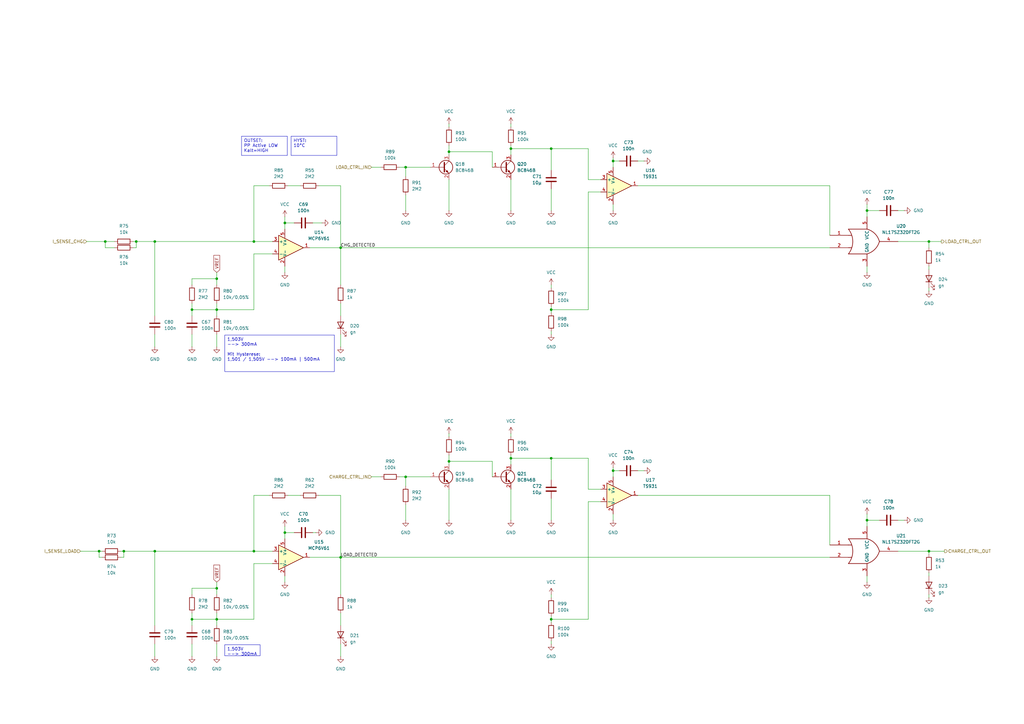
<source format=kicad_sch>
(kicad_sch
	(version 20250114)
	(generator "eeschema")
	(generator_version "9.0")
	(uuid "ae0b96a2-4831-417f-834b-5ffc35c52390")
	(paper "A3")
	(lib_symbols
		(symbol "74xGxx:74AHC1G32"
			(exclude_from_sim no)
			(in_bom yes)
			(on_board yes)
			(property "Reference" "U"
				(at -2.54 3.81 0)
				(effects
					(font
						(size 1.27 1.27)
					)
				)
			)
			(property "Value" "74AHC1G32"
				(at 0 -3.81 0)
				(effects
					(font
						(size 1.27 1.27)
					)
				)
			)
			(property "Footprint" ""
				(at 0 0 0)
				(effects
					(font
						(size 1.27 1.27)
					)
					(hide yes)
				)
			)
			(property "Datasheet" "http://www.ti.com/lit/sg/scyt129e/scyt129e.pdf"
				(at 0 0 0)
				(effects
					(font
						(size 1.27 1.27)
					)
					(hide yes)
				)
			)
			(property "Description" "Single OR Gate, Low-Voltage CMOS"
				(at 0 0 0)
				(effects
					(font
						(size 1.27 1.27)
					)
					(hide yes)
				)
			)
			(property "ki_keywords" "Single Gate OR LVC CMOS"
				(at 0 0 0)
				(effects
					(font
						(size 1.27 1.27)
					)
					(hide yes)
				)
			)
			(property "ki_fp_filters" "SOT* SG-*"
				(at 0 0 0)
				(effects
					(font
						(size 1.27 1.27)
					)
					(hide yes)
				)
			)
			(symbol "74AHC1G32_0_1"
				(arc
					(start -7.62 5.08)
					(mid -5.838 0)
					(end -7.62 -5.08)
					(stroke
						(width 0.254)
						(type default)
					)
					(fill
						(type none)
					)
				)
				(polyline
					(pts
						(xy -7.62 2.54) (xy -6.35 2.54)
					)
					(stroke
						(width 0.254)
						(type default)
					)
					(fill
						(type background)
					)
				)
				(polyline
					(pts
						(xy -7.62 -2.54) (xy -6.35 -2.54)
					)
					(stroke
						(width 0.254)
						(type default)
					)
					(fill
						(type background)
					)
				)
				(arc
					(start 5.08 0)
					(mid 3.202 -3.202)
					(end 0 -5.08)
					(stroke
						(width 0.254)
						(type default)
					)
					(fill
						(type none)
					)
				)
				(arc
					(start 0 5.08)
					(mid 3.2271 3.2271)
					(end 5.08 0)
					(stroke
						(width 0.254)
						(type default)
					)
					(fill
						(type none)
					)
				)
				(polyline
					(pts
						(xy 0 5.08) (xy -7.62 5.08)
					)
					(stroke
						(width 0.254)
						(type default)
					)
					(fill
						(type background)
					)
				)
				(polyline
					(pts
						(xy 0 -5.08) (xy -7.62 -5.08)
					)
					(stroke
						(width 0.254)
						(type default)
					)
					(fill
						(type background)
					)
				)
			)
			(symbol "74AHC1G32_1_1"
				(pin input line
					(at -15.24 2.54 0)
					(length 7.62)
					(name "~"
						(effects
							(font
								(size 1.27 1.27)
							)
						)
					)
					(number "1"
						(effects
							(font
								(size 1.27 1.27)
							)
						)
					)
				)
				(pin input line
					(at -15.24 -2.54 0)
					(length 7.62)
					(name "~"
						(effects
							(font
								(size 1.27 1.27)
							)
						)
					)
					(number "2"
						(effects
							(font
								(size 1.27 1.27)
							)
						)
					)
				)
				(pin power_in line
					(at 0 10.16 270)
					(length 5.08)
					(name "VCC"
						(effects
							(font
								(size 1.27 1.27)
							)
						)
					)
					(number "5"
						(effects
							(font
								(size 1.27 1.27)
							)
						)
					)
				)
				(pin power_in line
					(at 0 -10.16 90)
					(length 5.08)
					(name "GND"
						(effects
							(font
								(size 1.27 1.27)
							)
						)
					)
					(number "3"
						(effects
							(font
								(size 1.27 1.27)
							)
						)
					)
				)
				(pin output line
					(at 12.7 0 180)
					(length 7.62)
					(name "~"
						(effects
							(font
								(size 1.27 1.27)
							)
						)
					)
					(number "4"
						(effects
							(font
								(size 1.27 1.27)
							)
						)
					)
				)
			)
			(embedded_fonts no)
		)
		(symbol "Amplifier_Operational:MCP6001-OT"
			(pin_names
				(offset 0.127)
			)
			(exclude_from_sim no)
			(in_bom yes)
			(on_board yes)
			(property "Reference" "U"
				(at -1.27 6.35 0)
				(effects
					(font
						(size 1.27 1.27)
					)
					(justify left)
				)
			)
			(property "Value" "MCP6001-OT"
				(at -1.27 3.81 0)
				(effects
					(font
						(size 1.27 1.27)
					)
					(justify left)
				)
			)
			(property "Footprint" "Package_TO_SOT_SMD:SOT-23-5"
				(at -2.54 -5.08 0)
				(effects
					(font
						(size 1.27 1.27)
					)
					(justify left)
					(hide yes)
				)
			)
			(property "Datasheet" "https://ww1.microchip.com/downloads/en/DeviceDoc/MCP6001-1R-1U-2-4-1-MHz-Low-Power-Op-Amp-DS20001733L.pdf"
				(at 0 5.08 0)
				(effects
					(font
						(size 1.27 1.27)
					)
					(hide yes)
				)
			)
			(property "Description" "1MHz, Low-Power Op Amp, SOT-23-5"
				(at 0 0 0)
				(effects
					(font
						(size 1.27 1.27)
					)
					(hide yes)
				)
			)
			(property "ki_keywords" "single opamp"
				(at 0 0 0)
				(effects
					(font
						(size 1.27 1.27)
					)
					(hide yes)
				)
			)
			(property "ki_fp_filters" "SOT?23*"
				(at 0 0 0)
				(effects
					(font
						(size 1.27 1.27)
					)
					(hide yes)
				)
			)
			(symbol "MCP6001-OT_0_1"
				(polyline
					(pts
						(xy -5.08 5.08) (xy 5.08 0) (xy -5.08 -5.08) (xy -5.08 5.08)
					)
					(stroke
						(width 0.254)
						(type default)
					)
					(fill
						(type background)
					)
				)
				(pin power_in line
					(at -2.54 7.62 270)
					(length 3.81)
					(name "V+"
						(effects
							(font
								(size 1.27 1.27)
							)
						)
					)
					(number "5"
						(effects
							(font
								(size 1.27 1.27)
							)
						)
					)
				)
				(pin power_in line
					(at -2.54 -7.62 90)
					(length 3.81)
					(name "V-"
						(effects
							(font
								(size 1.27 1.27)
							)
						)
					)
					(number "2"
						(effects
							(font
								(size 1.27 1.27)
							)
						)
					)
				)
			)
			(symbol "MCP6001-OT_1_1"
				(pin input line
					(at -7.62 2.54 0)
					(length 2.54)
					(name "+"
						(effects
							(font
								(size 1.27 1.27)
							)
						)
					)
					(number "3"
						(effects
							(font
								(size 1.27 1.27)
							)
						)
					)
				)
				(pin input line
					(at -7.62 -2.54 0)
					(length 2.54)
					(name "-"
						(effects
							(font
								(size 1.27 1.27)
							)
						)
					)
					(number "4"
						(effects
							(font
								(size 1.27 1.27)
							)
						)
					)
				)
				(pin output line
					(at 7.62 0 180)
					(length 2.54)
					(name "~"
						(effects
							(font
								(size 1.27 1.27)
							)
						)
					)
					(number "1"
						(effects
							(font
								(size 1.27 1.27)
							)
						)
					)
				)
			)
			(embedded_fonts no)
		)
		(symbol "Amplifier_Operational:TLV9301xDBV"
			(pin_names
				(offset 0.127)
			)
			(exclude_from_sim no)
			(in_bom yes)
			(on_board yes)
			(property "Reference" "U"
				(at -1.27 6.35 0)
				(effects
					(font
						(size 1.27 1.27)
					)
					(justify left)
				)
			)
			(property "Value" "TLV9301xDBV"
				(at -1.27 3.81 0)
				(effects
					(font
						(size 1.27 1.27)
					)
					(justify left)
				)
			)
			(property "Footprint" "Package_TO_SOT_SMD:SOT-23-5"
				(at -2.54 -5.08 0)
				(effects
					(font
						(size 1.27 1.27)
					)
					(justify left)
					(hide yes)
				)
			)
			(property "Datasheet" "https://www.ti.com/lit/ds/symlink/tlv9301.pdf"
				(at 0 5.08 0)
				(effects
					(font
						(size 1.27 1.27)
					)
					(hide yes)
				)
			)
			(property "Description" "40-V, 1-MHz, RRO Operational Amplifiers for Cost-Sensitive Systems, SOT-23-5"
				(at 0 0 0)
				(effects
					(font
						(size 1.27 1.27)
					)
					(hide yes)
				)
			)
			(property "ki_keywords" "single opamp 40V rail to rail output"
				(at 0 0 0)
				(effects
					(font
						(size 1.27 1.27)
					)
					(hide yes)
				)
			)
			(property "ki_fp_filters" "SOT?23*"
				(at 0 0 0)
				(effects
					(font
						(size 1.27 1.27)
					)
					(hide yes)
				)
			)
			(symbol "TLV9301xDBV_0_1"
				(polyline
					(pts
						(xy -5.08 5.08) (xy 5.08 0) (xy -5.08 -5.08) (xy -5.08 5.08)
					)
					(stroke
						(width 0.254)
						(type default)
					)
					(fill
						(type background)
					)
				)
				(pin power_in line
					(at -2.54 7.62 270)
					(length 3.81)
					(name "V+"
						(effects
							(font
								(size 1.27 1.27)
							)
						)
					)
					(number "5"
						(effects
							(font
								(size 1.27 1.27)
							)
						)
					)
				)
				(pin power_in line
					(at -2.54 -7.62 90)
					(length 3.81)
					(name "V-"
						(effects
							(font
								(size 1.27 1.27)
							)
						)
					)
					(number "2"
						(effects
							(font
								(size 1.27 1.27)
							)
						)
					)
				)
			)
			(symbol "TLV9301xDBV_1_1"
				(pin input line
					(at -7.62 2.54 0)
					(length 2.54)
					(name "+"
						(effects
							(font
								(size 1.27 1.27)
							)
						)
					)
					(number "3"
						(effects
							(font
								(size 1.27 1.27)
							)
						)
					)
				)
				(pin input line
					(at -7.62 -2.54 0)
					(length 2.54)
					(name "-"
						(effects
							(font
								(size 1.27 1.27)
							)
						)
					)
					(number "4"
						(effects
							(font
								(size 1.27 1.27)
							)
						)
					)
				)
				(pin output line
					(at 7.62 0 180)
					(length 2.54)
					(name "~"
						(effects
							(font
								(size 1.27 1.27)
							)
						)
					)
					(number "1"
						(effects
							(font
								(size 1.27 1.27)
							)
						)
					)
				)
			)
			(embedded_fonts no)
		)
		(symbol "Device:C"
			(pin_numbers
				(hide yes)
			)
			(pin_names
				(offset 0.254)
			)
			(exclude_from_sim no)
			(in_bom yes)
			(on_board yes)
			(property "Reference" "C"
				(at 0.635 2.54 0)
				(effects
					(font
						(size 1.27 1.27)
					)
					(justify left)
				)
			)
			(property "Value" "C"
				(at 0.635 -2.54 0)
				(effects
					(font
						(size 1.27 1.27)
					)
					(justify left)
				)
			)
			(property "Footprint" ""
				(at 0.9652 -3.81 0)
				(effects
					(font
						(size 1.27 1.27)
					)
					(hide yes)
				)
			)
			(property "Datasheet" "~"
				(at 0 0 0)
				(effects
					(font
						(size 1.27 1.27)
					)
					(hide yes)
				)
			)
			(property "Description" "Unpolarized capacitor"
				(at 0 0 0)
				(effects
					(font
						(size 1.27 1.27)
					)
					(hide yes)
				)
			)
			(property "ki_keywords" "cap capacitor"
				(at 0 0 0)
				(effects
					(font
						(size 1.27 1.27)
					)
					(hide yes)
				)
			)
			(property "ki_fp_filters" "C_*"
				(at 0 0 0)
				(effects
					(font
						(size 1.27 1.27)
					)
					(hide yes)
				)
			)
			(symbol "C_0_1"
				(polyline
					(pts
						(xy -2.032 0.762) (xy 2.032 0.762)
					)
					(stroke
						(width 0.508)
						(type default)
					)
					(fill
						(type none)
					)
				)
				(polyline
					(pts
						(xy -2.032 -0.762) (xy 2.032 -0.762)
					)
					(stroke
						(width 0.508)
						(type default)
					)
					(fill
						(type none)
					)
				)
			)
			(symbol "C_1_1"
				(pin passive line
					(at 0 3.81 270)
					(length 2.794)
					(name "~"
						(effects
							(font
								(size 1.27 1.27)
							)
						)
					)
					(number "1"
						(effects
							(font
								(size 1.27 1.27)
							)
						)
					)
				)
				(pin passive line
					(at 0 -3.81 90)
					(length 2.794)
					(name "~"
						(effects
							(font
								(size 1.27 1.27)
							)
						)
					)
					(number "2"
						(effects
							(font
								(size 1.27 1.27)
							)
						)
					)
				)
			)
			(embedded_fonts no)
		)
		(symbol "Device:LED"
			(pin_numbers
				(hide yes)
			)
			(pin_names
				(offset 1.016)
				(hide yes)
			)
			(exclude_from_sim no)
			(in_bom yes)
			(on_board yes)
			(property "Reference" "D"
				(at 0 2.54 0)
				(effects
					(font
						(size 1.27 1.27)
					)
				)
			)
			(property "Value" "LED"
				(at 0 -2.54 0)
				(effects
					(font
						(size 1.27 1.27)
					)
				)
			)
			(property "Footprint" ""
				(at 0 0 0)
				(effects
					(font
						(size 1.27 1.27)
					)
					(hide yes)
				)
			)
			(property "Datasheet" "~"
				(at 0 0 0)
				(effects
					(font
						(size 1.27 1.27)
					)
					(hide yes)
				)
			)
			(property "Description" "Light emitting diode"
				(at 0 0 0)
				(effects
					(font
						(size 1.27 1.27)
					)
					(hide yes)
				)
			)
			(property "Sim.Pins" "1=K 2=A"
				(at 0 0 0)
				(effects
					(font
						(size 1.27 1.27)
					)
					(hide yes)
				)
			)
			(property "ki_keywords" "LED diode"
				(at 0 0 0)
				(effects
					(font
						(size 1.27 1.27)
					)
					(hide yes)
				)
			)
			(property "ki_fp_filters" "LED* LED_SMD:* LED_THT:*"
				(at 0 0 0)
				(effects
					(font
						(size 1.27 1.27)
					)
					(hide yes)
				)
			)
			(symbol "LED_0_1"
				(polyline
					(pts
						(xy -3.048 -0.762) (xy -4.572 -2.286) (xy -3.81 -2.286) (xy -4.572 -2.286) (xy -4.572 -1.524)
					)
					(stroke
						(width 0)
						(type default)
					)
					(fill
						(type none)
					)
				)
				(polyline
					(pts
						(xy -1.778 -0.762) (xy -3.302 -2.286) (xy -2.54 -2.286) (xy -3.302 -2.286) (xy -3.302 -1.524)
					)
					(stroke
						(width 0)
						(type default)
					)
					(fill
						(type none)
					)
				)
				(polyline
					(pts
						(xy -1.27 0) (xy 1.27 0)
					)
					(stroke
						(width 0)
						(type default)
					)
					(fill
						(type none)
					)
				)
				(polyline
					(pts
						(xy -1.27 -1.27) (xy -1.27 1.27)
					)
					(stroke
						(width 0.254)
						(type default)
					)
					(fill
						(type none)
					)
				)
				(polyline
					(pts
						(xy 1.27 -1.27) (xy 1.27 1.27) (xy -1.27 0) (xy 1.27 -1.27)
					)
					(stroke
						(width 0.254)
						(type default)
					)
					(fill
						(type none)
					)
				)
			)
			(symbol "LED_1_1"
				(pin passive line
					(at -3.81 0 0)
					(length 2.54)
					(name "K"
						(effects
							(font
								(size 1.27 1.27)
							)
						)
					)
					(number "1"
						(effects
							(font
								(size 1.27 1.27)
							)
						)
					)
				)
				(pin passive line
					(at 3.81 0 180)
					(length 2.54)
					(name "A"
						(effects
							(font
								(size 1.27 1.27)
							)
						)
					)
					(number "2"
						(effects
							(font
								(size 1.27 1.27)
							)
						)
					)
				)
			)
			(embedded_fonts no)
		)
		(symbol "Device:R"
			(pin_numbers
				(hide yes)
			)
			(pin_names
				(offset 0)
			)
			(exclude_from_sim no)
			(in_bom yes)
			(on_board yes)
			(property "Reference" "R"
				(at 2.032 0 90)
				(effects
					(font
						(size 1.27 1.27)
					)
				)
			)
			(property "Value" "R"
				(at 0 0 90)
				(effects
					(font
						(size 1.27 1.27)
					)
				)
			)
			(property "Footprint" ""
				(at -1.778 0 90)
				(effects
					(font
						(size 1.27 1.27)
					)
					(hide yes)
				)
			)
			(property "Datasheet" "~"
				(at 0 0 0)
				(effects
					(font
						(size 1.27 1.27)
					)
					(hide yes)
				)
			)
			(property "Description" "Resistor"
				(at 0 0 0)
				(effects
					(font
						(size 1.27 1.27)
					)
					(hide yes)
				)
			)
			(property "ki_keywords" "R res resistor"
				(at 0 0 0)
				(effects
					(font
						(size 1.27 1.27)
					)
					(hide yes)
				)
			)
			(property "ki_fp_filters" "R_*"
				(at 0 0 0)
				(effects
					(font
						(size 1.27 1.27)
					)
					(hide yes)
				)
			)
			(symbol "R_0_1"
				(rectangle
					(start -1.016 -2.54)
					(end 1.016 2.54)
					(stroke
						(width 0.254)
						(type default)
					)
					(fill
						(type none)
					)
				)
			)
			(symbol "R_1_1"
				(pin passive line
					(at 0 3.81 270)
					(length 1.27)
					(name "~"
						(effects
							(font
								(size 1.27 1.27)
							)
						)
					)
					(number "1"
						(effects
							(font
								(size 1.27 1.27)
							)
						)
					)
				)
				(pin passive line
					(at 0 -3.81 90)
					(length 1.27)
					(name "~"
						(effects
							(font
								(size 1.27 1.27)
							)
						)
					)
					(number "2"
						(effects
							(font
								(size 1.27 1.27)
							)
						)
					)
				)
			)
			(embedded_fonts no)
		)
		(symbol "Transistor_BJT:Q_NPN_BEC"
			(pin_names
				(offset 0)
				(hide yes)
			)
			(exclude_from_sim no)
			(in_bom yes)
			(on_board yes)
			(property "Reference" "Q"
				(at 5.08 1.27 0)
				(effects
					(font
						(size 1.27 1.27)
					)
					(justify left)
				)
			)
			(property "Value" "Q_NPN_BEC"
				(at 5.08 -1.27 0)
				(effects
					(font
						(size 1.27 1.27)
					)
					(justify left)
				)
			)
			(property "Footprint" ""
				(at 5.08 2.54 0)
				(effects
					(font
						(size 1.27 1.27)
					)
					(hide yes)
				)
			)
			(property "Datasheet" "~"
				(at 0 0 0)
				(effects
					(font
						(size 1.27 1.27)
					)
					(hide yes)
				)
			)
			(property "Description" "NPN transistor, base/emitter/collector"
				(at 0 0 0)
				(effects
					(font
						(size 1.27 1.27)
					)
					(hide yes)
				)
			)
			(property "ki_keywords" "BJT"
				(at 0 0 0)
				(effects
					(font
						(size 1.27 1.27)
					)
					(hide yes)
				)
			)
			(symbol "Q_NPN_BEC_0_1"
				(polyline
					(pts
						(xy -2.54 0) (xy 0.635 0)
					)
					(stroke
						(width 0)
						(type default)
					)
					(fill
						(type none)
					)
				)
				(polyline
					(pts
						(xy 0.635 1.905) (xy 0.635 -1.905)
					)
					(stroke
						(width 0.508)
						(type default)
					)
					(fill
						(type none)
					)
				)
				(circle
					(center 1.27 0)
					(radius 2.8194)
					(stroke
						(width 0.254)
						(type default)
					)
					(fill
						(type none)
					)
				)
			)
			(symbol "Q_NPN_BEC_1_1"
				(polyline
					(pts
						(xy 0.635 0.635) (xy 2.54 2.54)
					)
					(stroke
						(width 0)
						(type default)
					)
					(fill
						(type none)
					)
				)
				(polyline
					(pts
						(xy 0.635 -0.635) (xy 2.54 -2.54)
					)
					(stroke
						(width 0)
						(type default)
					)
					(fill
						(type none)
					)
				)
				(polyline
					(pts
						(xy 1.27 -1.778) (xy 1.778 -1.27) (xy 2.286 -2.286) (xy 1.27 -1.778)
					)
					(stroke
						(width 0)
						(type default)
					)
					(fill
						(type outline)
					)
				)
				(pin input line
					(at -5.08 0 0)
					(length 2.54)
					(name "B"
						(effects
							(font
								(size 1.27 1.27)
							)
						)
					)
					(number "1"
						(effects
							(font
								(size 1.27 1.27)
							)
						)
					)
				)
				(pin passive line
					(at 2.54 5.08 270)
					(length 2.54)
					(name "C"
						(effects
							(font
								(size 1.27 1.27)
							)
						)
					)
					(number "3"
						(effects
							(font
								(size 1.27 1.27)
							)
						)
					)
				)
				(pin passive line
					(at 2.54 -5.08 90)
					(length 2.54)
					(name "E"
						(effects
							(font
								(size 1.27 1.27)
							)
						)
					)
					(number "2"
						(effects
							(font
								(size 1.27 1.27)
							)
						)
					)
				)
			)
			(embedded_fonts no)
		)
		(symbol "power:GND"
			(power)
			(pin_numbers
				(hide yes)
			)
			(pin_names
				(offset 0)
				(hide yes)
			)
			(exclude_from_sim no)
			(in_bom yes)
			(on_board yes)
			(property "Reference" "#PWR"
				(at 0 -6.35 0)
				(effects
					(font
						(size 1.27 1.27)
					)
					(hide yes)
				)
			)
			(property "Value" "GND"
				(at 0 -3.81 0)
				(effects
					(font
						(size 1.27 1.27)
					)
				)
			)
			(property "Footprint" ""
				(at 0 0 0)
				(effects
					(font
						(size 1.27 1.27)
					)
					(hide yes)
				)
			)
			(property "Datasheet" ""
				(at 0 0 0)
				(effects
					(font
						(size 1.27 1.27)
					)
					(hide yes)
				)
			)
			(property "Description" "Power symbol creates a global label with name \"GND\" , ground"
				(at 0 0 0)
				(effects
					(font
						(size 1.27 1.27)
					)
					(hide yes)
				)
			)
			(property "ki_keywords" "global power"
				(at 0 0 0)
				(effects
					(font
						(size 1.27 1.27)
					)
					(hide yes)
				)
			)
			(symbol "GND_0_1"
				(polyline
					(pts
						(xy 0 0) (xy 0 -1.27) (xy 1.27 -1.27) (xy 0 -2.54) (xy -1.27 -1.27) (xy 0 -1.27)
					)
					(stroke
						(width 0)
						(type default)
					)
					(fill
						(type none)
					)
				)
			)
			(symbol "GND_1_1"
				(pin power_in line
					(at 0 0 270)
					(length 0)
					(name "~"
						(effects
							(font
								(size 1.27 1.27)
							)
						)
					)
					(number "1"
						(effects
							(font
								(size 1.27 1.27)
							)
						)
					)
				)
			)
			(embedded_fonts no)
		)
		(symbol "power:VCC"
			(power)
			(pin_numbers
				(hide yes)
			)
			(pin_names
				(offset 0)
				(hide yes)
			)
			(exclude_from_sim no)
			(in_bom yes)
			(on_board yes)
			(property "Reference" "#PWR"
				(at 0 -3.81 0)
				(effects
					(font
						(size 1.27 1.27)
					)
					(hide yes)
				)
			)
			(property "Value" "VCC"
				(at 0 3.556 0)
				(effects
					(font
						(size 1.27 1.27)
					)
				)
			)
			(property "Footprint" ""
				(at 0 0 0)
				(effects
					(font
						(size 1.27 1.27)
					)
					(hide yes)
				)
			)
			(property "Datasheet" ""
				(at 0 0 0)
				(effects
					(font
						(size 1.27 1.27)
					)
					(hide yes)
				)
			)
			(property "Description" "Power symbol creates a global label with name \"VCC\""
				(at 0 0 0)
				(effects
					(font
						(size 1.27 1.27)
					)
					(hide yes)
				)
			)
			(property "ki_keywords" "global power"
				(at 0 0 0)
				(effects
					(font
						(size 1.27 1.27)
					)
					(hide yes)
				)
			)
			(symbol "VCC_0_1"
				(polyline
					(pts
						(xy -0.762 1.27) (xy 0 2.54)
					)
					(stroke
						(width 0)
						(type default)
					)
					(fill
						(type none)
					)
				)
				(polyline
					(pts
						(xy 0 2.54) (xy 0.762 1.27)
					)
					(stroke
						(width 0)
						(type default)
					)
					(fill
						(type none)
					)
				)
				(polyline
					(pts
						(xy 0 0) (xy 0 2.54)
					)
					(stroke
						(width 0)
						(type default)
					)
					(fill
						(type none)
					)
				)
			)
			(symbol "VCC_1_1"
				(pin power_in line
					(at 0 0 90)
					(length 0)
					(name "~"
						(effects
							(font
								(size 1.27 1.27)
							)
						)
					)
					(number "1"
						(effects
							(font
								(size 1.27 1.27)
							)
						)
					)
				)
			)
			(embedded_fonts no)
		)
	)
	(text_box "OUTSET:\nPP Active LOW\nKalt=HIGH"
		(exclude_from_sim no)
		(at 99.06 55.88 0)
		(size 18.796 7.874)
		(margins 0.9525 0.9525 0.9525 0.9525)
		(stroke
			(width 0)
			(type default)
		)
		(fill
			(type none)
		)
		(effects
			(font
				(size 1.27 1.27)
			)
			(justify left top)
		)
		(uuid "23c0376c-20c5-4c21-a50d-c70cdc630faa")
	)
	(text_box "1,503V\n--> 300mA "
		(exclude_from_sim no)
		(at 92.202 264.414 0)
		(size 14.478 4.572)
		(margins 0.9525 0.9525 0.9525 0.9525)
		(stroke
			(width 0)
			(type default)
		)
		(fill
			(type none)
		)
		(effects
			(font
				(size 1.27 1.27)
			)
			(justify left top)
		)
		(uuid "40d17b50-3300-4ed2-b864-e10d0d3e4940")
	)
	(text_box "1,503V\n--> 300mA \n\nMit Hysterese:\n1,501 / 1,505V --> 100mA | 500mA"
		(exclude_from_sim no)
		(at 92.202 137.414 0)
		(size 44.958 14.986)
		(margins 0.9525 0.9525 0.9525 0.9525)
		(stroke
			(width 0)
			(type default)
		)
		(fill
			(type none)
		)
		(effects
			(font
				(size 1.27 1.27)
			)
			(justify left top)
		)
		(uuid "42d7c6c2-ea5c-4ba8-8f23-71f7f7ae87b0")
	)
	(text_box "HYST: \n10°C"
		(exclude_from_sim no)
		(at 119.38 55.88 0)
		(size 18.796 7.874)
		(margins 0.9525 0.9525 0.9525 0.9525)
		(stroke
			(width 0)
			(type default)
		)
		(fill
			(type none)
		)
		(effects
			(font
				(size 1.27 1.27)
			)
			(justify left top)
		)
		(uuid "5e7ffb97-80e2-4881-8764-e863b951be1b")
	)
	(junction
		(at 104.14 226.06)
		(diameter 0)
		(color 0 0 0 0)
		(uuid "1443f2fb-276d-4160-8cb5-42c4046c23e7")
	)
	(junction
		(at 381 99.06)
		(diameter 0)
		(color 0 0 0 0)
		(uuid "1abf1acd-c959-48e1-aa35-de82a5af04c8")
	)
	(junction
		(at 139.7 101.6)
		(diameter 0)
		(color 0 0 0 0)
		(uuid "1d376c80-4fbd-46d6-807a-85a7ed83df36")
	)
	(junction
		(at 63.5 226.06)
		(diameter 0)
		(color 0 0 0 0)
		(uuid "21f6ca15-61c2-49f7-b31b-be162d6ca8ba")
	)
	(junction
		(at 226.06 254)
		(diameter 0)
		(color 0 0 0 0)
		(uuid "28eeb6f8-b447-4679-96a6-72e030dc1eb8")
	)
	(junction
		(at 40.64 226.06)
		(diameter 0)
		(color 0 0 0 0)
		(uuid "2df122f2-6237-46c8-bf84-5be1e91717e6")
	)
	(junction
		(at 116.84 218.44)
		(diameter 0)
		(color 0 0 0 0)
		(uuid "37fde800-3f04-47a6-879e-cf26a6aacab5")
	)
	(junction
		(at 55.88 99.06)
		(diameter 0)
		(color 0 0 0 0)
		(uuid "46770d2d-a3d7-4687-8fbd-a80193657f00")
	)
	(junction
		(at 226.06 60.96)
		(diameter 0)
		(color 0 0 0 0)
		(uuid "56586eea-f4e8-4976-a58f-2e11029f8df3")
	)
	(junction
		(at 43.18 99.06)
		(diameter 0)
		(color 0 0 0 0)
		(uuid "5ded7af6-ec18-4c3a-b5af-71b4b0d82500")
	)
	(junction
		(at 381 226.06)
		(diameter 0)
		(color 0 0 0 0)
		(uuid "5ec85c3a-498f-4f12-a634-d96be0a714a4")
	)
	(junction
		(at 251.46 193.04)
		(diameter 0)
		(color 0 0 0 0)
		(uuid "629f7ab9-5230-4038-9efe-cf9b7ea0ce86")
	)
	(junction
		(at 88.9 254)
		(diameter 0)
		(color 0 0 0 0)
		(uuid "6a785adb-4784-43c1-9945-c0e24b9e60fe")
	)
	(junction
		(at 104.14 99.06)
		(diameter 0)
		(color 0 0 0 0)
		(uuid "7cc24e9b-6fe3-4b6a-9568-0db1c93a8ca9")
	)
	(junction
		(at 116.84 91.44)
		(diameter 0)
		(color 0 0 0 0)
		(uuid "7d40be78-b872-4a18-bc5c-9c1f9acb8804")
	)
	(junction
		(at 88.9 114.3)
		(diameter 0)
		(color 0 0 0 0)
		(uuid "8fecf762-75db-4001-9057-d55f17e43dc9")
	)
	(junction
		(at 88.9 241.3)
		(diameter 0)
		(color 0 0 0 0)
		(uuid "9eec9dae-9c2e-4be4-9a4c-1a18402c0a71")
	)
	(junction
		(at 78.74 127)
		(diameter 0)
		(color 0 0 0 0)
		(uuid "a8859905-a96b-4195-aa4b-aa0a4ca6ceab")
	)
	(junction
		(at 166.37 195.58)
		(diameter 0)
		(color 0 0 0 0)
		(uuid "b16f951f-bc22-41fc-b722-0725bf78cded")
	)
	(junction
		(at 166.37 68.58)
		(diameter 0)
		(color 0 0 0 0)
		(uuid "b36f7d83-9a1b-4853-bf8d-22334c4354a1")
	)
	(junction
		(at 63.5 99.06)
		(diameter 0)
		(color 0 0 0 0)
		(uuid "b3de9284-4c54-43b0-a5d5-97526ca9cd48")
	)
	(junction
		(at 355.6 213.36)
		(diameter 0)
		(color 0 0 0 0)
		(uuid "b7bbf467-f288-4c5c-a8bf-4b31eb74294a")
	)
	(junction
		(at 251.46 66.04)
		(diameter 0)
		(color 0 0 0 0)
		(uuid "bab15166-ee8d-4880-acef-d21db043bb58")
	)
	(junction
		(at 139.7 228.6)
		(diameter 0)
		(color 0 0 0 0)
		(uuid "bf2cff2c-d037-4505-a888-bc32c98c4605")
	)
	(junction
		(at 50.8 226.06)
		(diameter 0)
		(color 0 0 0 0)
		(uuid "c837934a-f6ee-4ad4-9a5f-26a525b0b31a")
	)
	(junction
		(at 355.6 86.36)
		(diameter 0)
		(color 0 0 0 0)
		(uuid "c9f6b5b5-1398-4135-b327-ae1ef2dc0de2")
	)
	(junction
		(at 78.74 254)
		(diameter 0)
		(color 0 0 0 0)
		(uuid "d2faf626-39f9-4a12-95ed-67e9f80897da")
	)
	(junction
		(at 226.06 127)
		(diameter 0)
		(color 0 0 0 0)
		(uuid "dbc21cdc-e4e4-4efa-9d18-b19500bafc17")
	)
	(junction
		(at 184.15 62.23)
		(diameter 0)
		(color 0 0 0 0)
		(uuid "e337c27f-72ef-4d5f-8f95-87488c482464")
	)
	(junction
		(at 226.06 187.96)
		(diameter 0)
		(color 0 0 0 0)
		(uuid "ebd2c900-f3fc-435b-bbe8-e16f20d9dbb4")
	)
	(junction
		(at 209.55 60.96)
		(diameter 0)
		(color 0 0 0 0)
		(uuid "eece6246-b557-4c5c-bdb9-f71705a86c63")
	)
	(junction
		(at 184.15 189.23)
		(diameter 0)
		(color 0 0 0 0)
		(uuid "f727216d-135f-447d-a0dd-2e56c442bec1")
	)
	(junction
		(at 88.9 127)
		(diameter 0)
		(color 0 0 0 0)
		(uuid "f91bf71f-d4fb-45d5-8005-4d52b749056f")
	)
	(junction
		(at 209.55 187.96)
		(diameter 0)
		(color 0 0 0 0)
		(uuid "f924d590-acb7-49c8-911b-3fa975aa0a9f")
	)
	(wire
		(pts
			(xy 209.55 187.96) (xy 226.06 187.96)
		)
		(stroke
			(width 0)
			(type default)
		)
		(uuid "028f9144-f8a7-4e68-8f84-0330e5c5cce4")
	)
	(wire
		(pts
			(xy 49.53 226.06) (xy 50.8 226.06)
		)
		(stroke
			(width 0)
			(type default)
		)
		(uuid "033a39db-2970-4864-8a82-0cbd56d44a41")
	)
	(wire
		(pts
			(xy 226.06 127) (xy 241.3 127)
		)
		(stroke
			(width 0)
			(type default)
		)
		(uuid "0587bbfc-29e8-449e-8313-d1387c6c6aab")
	)
	(wire
		(pts
			(xy 184.15 189.23) (xy 184.15 190.5)
		)
		(stroke
			(width 0)
			(type default)
		)
		(uuid "06e3fb12-93ff-46ba-bfe8-919209e7affc")
	)
	(wire
		(pts
			(xy 176.53 68.58) (xy 166.37 68.58)
		)
		(stroke
			(width 0)
			(type default)
		)
		(uuid "08d2b74d-59bf-47c7-b32b-50096cb07289")
	)
	(wire
		(pts
			(xy 55.88 99.06) (xy 63.5 99.06)
		)
		(stroke
			(width 0)
			(type default)
		)
		(uuid "098f26a0-a3bf-46b8-bc18-56800eb15330")
	)
	(wire
		(pts
			(xy 184.15 73.66) (xy 184.15 86.36)
		)
		(stroke
			(width 0)
			(type default)
		)
		(uuid "0a2e090f-c726-4da6-be9d-8e4e7c01ae47")
	)
	(wire
		(pts
			(xy 209.55 177.8) (xy 209.55 179.07)
		)
		(stroke
			(width 0)
			(type default)
		)
		(uuid "0b2ad358-8fb2-4905-b19b-6c7fa3b10087")
	)
	(wire
		(pts
			(xy 163.83 195.58) (xy 166.37 195.58)
		)
		(stroke
			(width 0)
			(type default)
		)
		(uuid "0daa941e-c358-4205-9388-d38a74ef9ae6")
	)
	(wire
		(pts
			(xy 54.61 99.06) (xy 55.88 99.06)
		)
		(stroke
			(width 0)
			(type default)
		)
		(uuid "0e4882ae-73f5-4985-a265-a6ba9b7acd42")
	)
	(wire
		(pts
			(xy 368.3 86.36) (xy 370.84 86.36)
		)
		(stroke
			(width 0)
			(type default)
		)
		(uuid "110ac005-641d-4682-b858-84fdb317c8d7")
	)
	(wire
		(pts
			(xy 226.06 196.85) (xy 226.06 187.96)
		)
		(stroke
			(width 0)
			(type default)
		)
		(uuid "1283d4a2-8b0a-4f02-bc60-8aa8423697b3")
	)
	(wire
		(pts
			(xy 43.18 99.06) (xy 46.99 99.06)
		)
		(stroke
			(width 0)
			(type default)
		)
		(uuid "17f9cf23-092a-4c47-916a-2f69770aca0c")
	)
	(wire
		(pts
			(xy 104.14 254) (xy 104.14 231.14)
		)
		(stroke
			(width 0)
			(type default)
		)
		(uuid "19ea89c1-a34e-42ea-bf33-51f68800e5d5")
	)
	(wire
		(pts
			(xy 241.3 187.96) (xy 241.3 200.66)
		)
		(stroke
			(width 0)
			(type default)
		)
		(uuid "1ac238a3-70a4-4283-a3eb-efa74316e3b2")
	)
	(wire
		(pts
			(xy 116.84 220.98) (xy 116.84 218.44)
		)
		(stroke
			(width 0)
			(type default)
		)
		(uuid "1dbd5dab-5b28-4b9e-936d-9730d6b2612d")
	)
	(wire
		(pts
			(xy 35.56 99.06) (xy 43.18 99.06)
		)
		(stroke
			(width 0)
			(type default)
		)
		(uuid "1de5659d-10fd-42c4-bda4-8803721b2e9e")
	)
	(wire
		(pts
			(xy 128.27 91.44) (xy 132.08 91.44)
		)
		(stroke
			(width 0)
			(type default)
		)
		(uuid "1dfb27d2-e10e-449a-beff-7e9c1e8b68ea")
	)
	(wire
		(pts
			(xy 88.9 114.3) (xy 88.9 116.84)
		)
		(stroke
			(width 0)
			(type default)
		)
		(uuid "1ea0d333-8388-4619-ad08-ab1ca2f039c0")
	)
	(wire
		(pts
			(xy 139.7 264.16) (xy 139.7 269.24)
		)
		(stroke
			(width 0)
			(type default)
		)
		(uuid "1f619fe2-4903-44c2-bf2c-e406a980caa6")
	)
	(wire
		(pts
			(xy 261.62 203.2) (xy 340.36 203.2)
		)
		(stroke
			(width 0)
			(type default)
		)
		(uuid "1fefb5a2-0fbf-421c-82e5-62d356c8d613")
	)
	(wire
		(pts
			(xy 261.62 66.04) (xy 264.16 66.04)
		)
		(stroke
			(width 0)
			(type default)
		)
		(uuid "215d3f9f-b743-48dd-ac8f-4133a8e73578")
	)
	(wire
		(pts
			(xy 355.6 215.9) (xy 355.6 213.36)
		)
		(stroke
			(width 0)
			(type default)
		)
		(uuid "2265bfc2-c3fd-4813-90a9-6df1a69b6393")
	)
	(wire
		(pts
			(xy 118.11 203.2) (xy 123.19 203.2)
		)
		(stroke
			(width 0)
			(type default)
		)
		(uuid "228ab80c-6b6d-4775-9435-535a62a3b118")
	)
	(wire
		(pts
			(xy 209.55 186.69) (xy 209.55 187.96)
		)
		(stroke
			(width 0)
			(type default)
		)
		(uuid "23542c33-cc3e-4ee0-86b8-00820c12bac8")
	)
	(wire
		(pts
			(xy 163.83 68.58) (xy 166.37 68.58)
		)
		(stroke
			(width 0)
			(type default)
		)
		(uuid "23dc4c89-c2b1-4765-a5fd-45152f436b4f")
	)
	(wire
		(pts
			(xy 50.8 228.6) (xy 50.8 226.06)
		)
		(stroke
			(width 0)
			(type default)
		)
		(uuid "2608d304-4e71-454f-8e4e-c796fc6ce861")
	)
	(wire
		(pts
			(xy 201.93 62.23) (xy 201.93 68.58)
		)
		(stroke
			(width 0)
			(type default)
		)
		(uuid "2c245386-7525-43d8-ab4f-246e72e35ef2")
	)
	(wire
		(pts
			(xy 139.7 203.2) (xy 139.7 228.6)
		)
		(stroke
			(width 0)
			(type default)
		)
		(uuid "2ff7426f-5dec-4ad6-85b7-002dcb2d9264")
	)
	(wire
		(pts
			(xy 139.7 228.6) (xy 340.36 228.6)
		)
		(stroke
			(width 0)
			(type default)
		)
		(uuid "33fa46bd-b2a9-492c-8d98-05e755764798")
	)
	(wire
		(pts
			(xy 120.65 218.44) (xy 116.84 218.44)
		)
		(stroke
			(width 0)
			(type default)
		)
		(uuid "35861de3-c069-4915-8c29-bf0d873c42ca")
	)
	(wire
		(pts
			(xy 381 243.84) (xy 381 245.11)
		)
		(stroke
			(width 0)
			(type default)
		)
		(uuid "3754a9ab-e8b6-4297-b9dd-66bb7ecd9ae4")
	)
	(wire
		(pts
			(xy 104.14 104.14) (xy 111.76 104.14)
		)
		(stroke
			(width 0)
			(type default)
		)
		(uuid "38b6cecd-3232-4b90-8dca-e10aaa32a8d4")
	)
	(wire
		(pts
			(xy 355.6 88.9) (xy 355.6 86.36)
		)
		(stroke
			(width 0)
			(type default)
		)
		(uuid "3b54f5e0-33dd-413c-a797-7f6ee8a84f55")
	)
	(wire
		(pts
			(xy 226.06 243.84) (xy 226.06 245.11)
		)
		(stroke
			(width 0)
			(type default)
		)
		(uuid "3b611b67-10f2-408b-aa63-6d914daf899a")
	)
	(wire
		(pts
			(xy 130.81 76.2) (xy 139.7 76.2)
		)
		(stroke
			(width 0)
			(type default)
		)
		(uuid "3c1b4671-4ed0-4184-8a1d-90fc90c0d3b4")
	)
	(wire
		(pts
			(xy 381 99.06) (xy 381 101.6)
		)
		(stroke
			(width 0)
			(type default)
		)
		(uuid "3c4fbf27-8e4f-4d76-93ea-990dcdcce9eb")
	)
	(wire
		(pts
			(xy 88.9 241.3) (xy 88.9 243.84)
		)
		(stroke
			(width 0)
			(type default)
		)
		(uuid "3c797d75-71f0-4239-8c1c-d3096c5d0c87")
	)
	(wire
		(pts
			(xy 139.7 101.6) (xy 127 101.6)
		)
		(stroke
			(width 0)
			(type default)
		)
		(uuid "428c8b77-0bc7-46c0-a58e-e7d31e51d192")
	)
	(wire
		(pts
			(xy 139.7 137.16) (xy 139.7 142.24)
		)
		(stroke
			(width 0)
			(type default)
		)
		(uuid "457901bc-9471-4a5b-b04c-c25ee767118c")
	)
	(wire
		(pts
			(xy 88.9 127) (xy 104.14 127)
		)
		(stroke
			(width 0)
			(type default)
		)
		(uuid "47d57da5-44dd-41e0-897b-a4dc91698354")
	)
	(wire
		(pts
			(xy 63.5 226.06) (xy 104.14 226.06)
		)
		(stroke
			(width 0)
			(type default)
		)
		(uuid "47f8e843-03ef-46b7-aa5f-705661710a97")
	)
	(wire
		(pts
			(xy 116.84 111.76) (xy 116.84 109.22)
		)
		(stroke
			(width 0)
			(type default)
		)
		(uuid "4a257fb9-9401-49c2-9adc-4bbb54eaeef7")
	)
	(wire
		(pts
			(xy 120.65 91.44) (xy 116.84 91.44)
		)
		(stroke
			(width 0)
			(type default)
		)
		(uuid "4d92c2be-64dc-4af5-bb37-b337ac38de24")
	)
	(wire
		(pts
			(xy 41.91 228.6) (xy 40.64 228.6)
		)
		(stroke
			(width 0)
			(type default)
		)
		(uuid "4df785b4-f11e-45e9-8fbe-3feb5f677445")
	)
	(wire
		(pts
			(xy 78.74 251.46) (xy 78.74 254)
		)
		(stroke
			(width 0)
			(type default)
		)
		(uuid "4e6cd83c-f1ba-4df2-b4bb-36fc5f6b7cd5")
	)
	(wire
		(pts
			(xy 251.46 66.04) (xy 251.46 68.58)
		)
		(stroke
			(width 0)
			(type default)
		)
		(uuid "52c1d495-1b43-4890-9018-70031bc1aad7")
	)
	(wire
		(pts
			(xy 78.74 254) (xy 78.74 256.54)
		)
		(stroke
			(width 0)
			(type default)
		)
		(uuid "52e207bd-8c7d-4676-ba1c-d801556b4313")
	)
	(wire
		(pts
			(xy 241.3 205.74) (xy 241.3 254)
		)
		(stroke
			(width 0)
			(type default)
		)
		(uuid "54ad88e2-6fed-44ea-8c04-0dd975a67176")
	)
	(wire
		(pts
			(xy 49.53 228.6) (xy 50.8 228.6)
		)
		(stroke
			(width 0)
			(type default)
		)
		(uuid "55848b1c-1681-4791-a46f-ba9c82c537d0")
	)
	(wire
		(pts
			(xy 33.02 226.06) (xy 40.64 226.06)
		)
		(stroke
			(width 0)
			(type default)
		)
		(uuid "55b95d90-ed94-4bc6-b00a-1617e99fa407")
	)
	(wire
		(pts
			(xy 368.3 226.06) (xy 381 226.06)
		)
		(stroke
			(width 0)
			(type default)
		)
		(uuid "55c9b8b5-e4d8-47f7-8600-ba3ffcde17ad")
	)
	(wire
		(pts
			(xy 139.7 228.6) (xy 127 228.6)
		)
		(stroke
			(width 0)
			(type default)
		)
		(uuid "55e0af07-6fa4-411e-ae3a-0ed68ff22282")
	)
	(wire
		(pts
			(xy 54.61 101.6) (xy 55.88 101.6)
		)
		(stroke
			(width 0)
			(type default)
		)
		(uuid "5bdc6b84-fb7f-4454-affe-8c0286aaedb5")
	)
	(wire
		(pts
			(xy 261.62 76.2) (xy 340.36 76.2)
		)
		(stroke
			(width 0)
			(type default)
		)
		(uuid "605d7d53-6c7a-467c-92ed-f450c64e90a1")
	)
	(wire
		(pts
			(xy 209.55 60.96) (xy 226.06 60.96)
		)
		(stroke
			(width 0)
			(type default)
		)
		(uuid "60bcea5f-5d54-4a02-b017-7ea1c4fabb05")
	)
	(wire
		(pts
			(xy 139.7 76.2) (xy 139.7 101.6)
		)
		(stroke
			(width 0)
			(type default)
		)
		(uuid "61790986-342c-497d-9ae4-a0dbe940819e")
	)
	(wire
		(pts
			(xy 226.06 135.89) (xy 226.06 137.16)
		)
		(stroke
			(width 0)
			(type default)
		)
		(uuid "62272906-9af5-4b6e-9d3d-10c1e3c99c0d")
	)
	(wire
		(pts
			(xy 88.9 129.54) (xy 88.9 127)
		)
		(stroke
			(width 0)
			(type default)
		)
		(uuid "62cd92ce-2ae4-4ba5-8114-37facf4e7ab5")
	)
	(wire
		(pts
			(xy 261.62 193.04) (xy 264.16 193.04)
		)
		(stroke
			(width 0)
			(type default)
		)
		(uuid "63168197-983a-4bf4-ada6-6bef232bd34b")
	)
	(wire
		(pts
			(xy 251.46 193.04) (xy 254 193.04)
		)
		(stroke
			(width 0)
			(type default)
		)
		(uuid "64009ee0-4602-42c3-a6eb-c4d55c1cd412")
	)
	(wire
		(pts
			(xy 63.5 99.06) (xy 104.14 99.06)
		)
		(stroke
			(width 0)
			(type default)
		)
		(uuid "6503532e-c1db-4ffa-a31d-7907354cae38")
	)
	(wire
		(pts
			(xy 104.14 99.06) (xy 111.76 99.06)
		)
		(stroke
			(width 0)
			(type default)
		)
		(uuid "6c75dbe0-46f4-43dd-aa57-08a4d51cf200")
	)
	(wire
		(pts
			(xy 78.74 241.3) (xy 88.9 241.3)
		)
		(stroke
			(width 0)
			(type default)
		)
		(uuid "6ce24a1d-ecdb-43c2-87ce-794bbf116818")
	)
	(wire
		(pts
			(xy 251.46 83.82) (xy 251.46 86.36)
		)
		(stroke
			(width 0)
			(type default)
		)
		(uuid "6cf91a71-a610-447d-9221-d095f7cd231f")
	)
	(wire
		(pts
			(xy 78.74 114.3) (xy 88.9 114.3)
		)
		(stroke
			(width 0)
			(type default)
		)
		(uuid "6e15bed4-decc-4a7a-8478-646bb5bd38ca")
	)
	(wire
		(pts
			(xy 55.88 101.6) (xy 55.88 99.06)
		)
		(stroke
			(width 0)
			(type default)
		)
		(uuid "6e7384f6-eea5-4457-bcf2-9e5595e2baef")
	)
	(wire
		(pts
			(xy 251.46 193.04) (xy 251.46 195.58)
		)
		(stroke
			(width 0)
			(type default)
		)
		(uuid "6fc9b7d9-27fd-428c-ad71-193e3a3e90d6")
	)
	(wire
		(pts
			(xy 355.6 213.36) (xy 355.6 210.82)
		)
		(stroke
			(width 0)
			(type default)
		)
		(uuid "70aef669-560b-4d5d-99a4-7c2cd5d33a22")
	)
	(wire
		(pts
			(xy 226.06 116.84) (xy 226.06 118.11)
		)
		(stroke
			(width 0)
			(type default)
		)
		(uuid "74393d24-c2fc-4912-b674-f8643a8a81b6")
	)
	(wire
		(pts
			(xy 116.84 238.76) (xy 116.84 236.22)
		)
		(stroke
			(width 0)
			(type default)
		)
		(uuid "74911077-23eb-4044-a81e-779b58937239")
	)
	(wire
		(pts
			(xy 184.15 59.69) (xy 184.15 62.23)
		)
		(stroke
			(width 0)
			(type default)
		)
		(uuid "76253f97-9905-42ac-8c36-b4a7eee6ec5a")
	)
	(wire
		(pts
			(xy 110.49 76.2) (xy 104.14 76.2)
		)
		(stroke
			(width 0)
			(type default)
		)
		(uuid "783031f2-803e-42e2-96d7-69dc8d5a3ec6")
	)
	(wire
		(pts
			(xy 251.46 210.82) (xy 251.46 213.36)
		)
		(stroke
			(width 0)
			(type default)
		)
		(uuid "7a75324c-8bb3-49a7-ac8b-02ee4d0ae6a0")
	)
	(wire
		(pts
			(xy 43.18 101.6) (xy 43.18 99.06)
		)
		(stroke
			(width 0)
			(type default)
		)
		(uuid "7aa1318e-5cfa-4e02-976d-3459647029bc")
	)
	(wire
		(pts
			(xy 241.3 205.74) (xy 246.38 205.74)
		)
		(stroke
			(width 0)
			(type default)
		)
		(uuid "7afde1b9-2ffc-4d89-8aed-2a0d44fa2c41")
	)
	(wire
		(pts
			(xy 88.9 142.24) (xy 88.9 137.16)
		)
		(stroke
			(width 0)
			(type default)
		)
		(uuid "7b2a1877-ce14-4654-bd76-1a9cf03e2b90")
	)
	(wire
		(pts
			(xy 209.55 200.66) (xy 209.55 213.36)
		)
		(stroke
			(width 0)
			(type default)
		)
		(uuid "7baf66a6-7ddd-417c-92a4-1f19186b8743")
	)
	(wire
		(pts
			(xy 209.55 59.69) (xy 209.55 60.96)
		)
		(stroke
			(width 0)
			(type default)
		)
		(uuid "7c72d72f-38d1-45a5-8361-f444da01c302")
	)
	(wire
		(pts
			(xy 139.7 129.54) (xy 139.7 124.46)
		)
		(stroke
			(width 0)
			(type default)
		)
		(uuid "7dfdfd52-e423-451a-aaf9-404ab563bd89")
	)
	(wire
		(pts
			(xy 46.99 101.6) (xy 43.18 101.6)
		)
		(stroke
			(width 0)
			(type default)
		)
		(uuid "7f79c401-b836-4b38-bf9a-e21ae6240981")
	)
	(wire
		(pts
			(xy 241.3 60.96) (xy 241.3 73.66)
		)
		(stroke
			(width 0)
			(type default)
		)
		(uuid "816a1d29-8381-4926-bf23-364d7fe915c6")
	)
	(wire
		(pts
			(xy 251.46 191.77) (xy 251.46 193.04)
		)
		(stroke
			(width 0)
			(type default)
		)
		(uuid "833d7749-5dbb-4bf6-847d-4f393e3af0cf")
	)
	(wire
		(pts
			(xy 116.84 91.44) (xy 116.84 88.9)
		)
		(stroke
			(width 0)
			(type default)
		)
		(uuid "835900b2-33fc-4065-8851-9e16f94a6fe2")
	)
	(wire
		(pts
			(xy 88.9 254) (xy 88.9 251.46)
		)
		(stroke
			(width 0)
			(type default)
		)
		(uuid "839375c8-b138-486e-9c40-401d25867c09")
	)
	(wire
		(pts
			(xy 88.9 127) (xy 88.9 124.46)
		)
		(stroke
			(width 0)
			(type default)
		)
		(uuid "83d4fda5-7684-4980-9bb2-a0c048566e17")
	)
	(wire
		(pts
			(xy 78.74 243.84) (xy 78.74 241.3)
		)
		(stroke
			(width 0)
			(type default)
		)
		(uuid "853e4f03-7196-4750-a817-37f3f624576d")
	)
	(wire
		(pts
			(xy 104.14 231.14) (xy 111.76 231.14)
		)
		(stroke
			(width 0)
			(type default)
		)
		(uuid "89afca63-863e-4b3b-93a2-0a4b2185a669")
	)
	(wire
		(pts
			(xy 139.7 116.84) (xy 139.7 101.6)
		)
		(stroke
			(width 0)
			(type default)
		)
		(uuid "8a53d80a-6bed-4a82-9bee-39638426b325")
	)
	(wire
		(pts
			(xy 152.4 68.58) (xy 156.21 68.58)
		)
		(stroke
			(width 0)
			(type default)
		)
		(uuid "8a88365b-b433-4361-a388-833374bf653e")
	)
	(wire
		(pts
			(xy 209.55 187.96) (xy 209.55 190.5)
		)
		(stroke
			(width 0)
			(type default)
		)
		(uuid "8b981866-cf5d-49f3-8c22-35bfb9a7d7fc")
	)
	(wire
		(pts
			(xy 110.49 203.2) (xy 104.14 203.2)
		)
		(stroke
			(width 0)
			(type default)
		)
		(uuid "8f36b862-e975-4c33-8e0b-2c7b5835c89f")
	)
	(wire
		(pts
			(xy 251.46 66.04) (xy 254 66.04)
		)
		(stroke
			(width 0)
			(type default)
		)
		(uuid "8f9affae-a4e3-49e1-8559-14df7c5692d0")
	)
	(wire
		(pts
			(xy 176.53 195.58) (xy 166.37 195.58)
		)
		(stroke
			(width 0)
			(type default)
		)
		(uuid "91dad071-234d-4e33-85d6-9a184485337e")
	)
	(wire
		(pts
			(xy 78.74 127) (xy 88.9 127)
		)
		(stroke
			(width 0)
			(type default)
		)
		(uuid "926c3cdf-3a92-4b26-9258-1352b10085e1")
	)
	(wire
		(pts
			(xy 88.9 238.76) (xy 88.9 241.3)
		)
		(stroke
			(width 0)
			(type default)
		)
		(uuid "92dc6c25-c684-4625-9271-cdb2a0d96529")
	)
	(wire
		(pts
			(xy 226.06 252.73) (xy 226.06 254)
		)
		(stroke
			(width 0)
			(type default)
		)
		(uuid "94105a6b-fb5d-4e9e-9f23-d5362a154ddf")
	)
	(wire
		(pts
			(xy 166.37 80.01) (xy 166.37 86.36)
		)
		(stroke
			(width 0)
			(type default)
		)
		(uuid "94755331-4870-4665-9498-0e1c0ef9bad6")
	)
	(wire
		(pts
			(xy 241.3 200.66) (xy 246.38 200.66)
		)
		(stroke
			(width 0)
			(type default)
		)
		(uuid "95cd89d7-2003-46a2-a9b4-de3fe6f5698b")
	)
	(wire
		(pts
			(xy 63.5 99.06) (xy 63.5 129.54)
		)
		(stroke
			(width 0)
			(type default)
		)
		(uuid "983eb1ed-55d0-40b7-8446-43be1a012016")
	)
	(wire
		(pts
			(xy 381 226.06) (xy 387.35 226.06)
		)
		(stroke
			(width 0)
			(type default)
		)
		(uuid "9a01ca9d-0612-40bb-b532-d94401f24ec1")
	)
	(wire
		(pts
			(xy 40.64 226.06) (xy 41.91 226.06)
		)
		(stroke
			(width 0)
			(type default)
		)
		(uuid "9d0044aa-6f76-48d7-9492-c892a49e43ba")
	)
	(wire
		(pts
			(xy 40.64 228.6) (xy 40.64 226.06)
		)
		(stroke
			(width 0)
			(type default)
		)
		(uuid "9f090e51-cfa3-49c9-ab8f-22a9a287bb51")
	)
	(wire
		(pts
			(xy 116.84 93.98) (xy 116.84 91.44)
		)
		(stroke
			(width 0)
			(type default)
		)
		(uuid "9f5c7051-dd2a-4264-b1a2-a65de21afbcc")
	)
	(wire
		(pts
			(xy 355.6 238.76) (xy 355.6 236.22)
		)
		(stroke
			(width 0)
			(type default)
		)
		(uuid "a0cb055a-c5c2-40d7-83f2-0f89d324e77d")
	)
	(wire
		(pts
			(xy 78.74 124.46) (xy 78.74 127)
		)
		(stroke
			(width 0)
			(type default)
		)
		(uuid "a18ada25-93eb-407c-a8dc-65778217e866")
	)
	(wire
		(pts
			(xy 226.06 86.36) (xy 226.06 77.47)
		)
		(stroke
			(width 0)
			(type default)
		)
		(uuid "a29e5515-7cfc-4116-9267-5fc2e94a1ae0")
	)
	(wire
		(pts
			(xy 184.15 189.23) (xy 201.93 189.23)
		)
		(stroke
			(width 0)
			(type default)
		)
		(uuid "a35f021e-fda9-4e7b-a7d5-2a4ebe888499")
	)
	(wire
		(pts
			(xy 226.06 254) (xy 226.06 255.27)
		)
		(stroke
			(width 0)
			(type default)
		)
		(uuid "a4dc0b15-f491-43ee-8bb2-67f183de1e16")
	)
	(wire
		(pts
			(xy 381 110.49) (xy 381 109.22)
		)
		(stroke
			(width 0)
			(type default)
		)
		(uuid "a990da7a-3310-4786-9fe6-07fbfc816783")
	)
	(wire
		(pts
			(xy 184.15 177.8) (xy 184.15 179.07)
		)
		(stroke
			(width 0)
			(type default)
		)
		(uuid "aa01a528-f922-4cc1-b148-e3fd66045090")
	)
	(wire
		(pts
			(xy 166.37 195.58) (xy 166.37 199.39)
		)
		(stroke
			(width 0)
			(type default)
		)
		(uuid "ab2e4e84-655c-4db2-80ea-7157d7e469f0")
	)
	(wire
		(pts
			(xy 104.14 203.2) (xy 104.14 226.06)
		)
		(stroke
			(width 0)
			(type default)
		)
		(uuid "abd27e4e-a4ed-4012-84c9-40e64f6c8ae5")
	)
	(wire
		(pts
			(xy 78.74 254) (xy 88.9 254)
		)
		(stroke
			(width 0)
			(type default)
		)
		(uuid "abf0536c-61b2-41c6-bf9a-3c8a8280c2c3")
	)
	(wire
		(pts
			(xy 88.9 269.24) (xy 88.9 264.16)
		)
		(stroke
			(width 0)
			(type default)
		)
		(uuid "ac2aba8b-e7a8-4799-bd48-f04a12f1b009")
	)
	(wire
		(pts
			(xy 139.7 256.54) (xy 139.7 251.46)
		)
		(stroke
			(width 0)
			(type default)
		)
		(uuid "ae56cab4-9207-45b0-8634-5b1baa79aee1")
	)
	(wire
		(pts
			(xy 381 118.11) (xy 381 119.38)
		)
		(stroke
			(width 0)
			(type default)
		)
		(uuid "afbc4c05-c0e1-40eb-98de-26915d4281c2")
	)
	(wire
		(pts
			(xy 63.5 264.16) (xy 63.5 269.24)
		)
		(stroke
			(width 0)
			(type default)
		)
		(uuid "afbcfb08-219b-4936-9f12-33f5fd9110f1")
	)
	(wire
		(pts
			(xy 152.4 195.58) (xy 156.21 195.58)
		)
		(stroke
			(width 0)
			(type default)
		)
		(uuid "b2478306-f763-401d-91b3-a9a920cd3806")
	)
	(wire
		(pts
			(xy 360.68 86.36) (xy 355.6 86.36)
		)
		(stroke
			(width 0)
			(type default)
		)
		(uuid "b3ee30f8-8362-4b97-b82b-31cb9a29c539")
	)
	(wire
		(pts
			(xy 78.74 142.24) (xy 78.74 137.16)
		)
		(stroke
			(width 0)
			(type default)
		)
		(uuid "b9fc5fb5-9d48-4e4d-aecd-b28386aebf46")
	)
	(wire
		(pts
			(xy 104.14 76.2) (xy 104.14 99.06)
		)
		(stroke
			(width 0)
			(type default)
		)
		(uuid "baee4044-ba0a-42f1-bd3e-ecf6268bb6c5")
	)
	(wire
		(pts
			(xy 78.74 116.84) (xy 78.74 114.3)
		)
		(stroke
			(width 0)
			(type default)
		)
		(uuid "bb675904-070a-44fa-86ff-6f507d0bfe96")
	)
	(wire
		(pts
			(xy 226.06 213.36) (xy 226.06 204.47)
		)
		(stroke
			(width 0)
			(type default)
		)
		(uuid "bd76547d-d4be-47ce-80e2-248bfb822acb")
	)
	(wire
		(pts
			(xy 241.3 73.66) (xy 246.38 73.66)
		)
		(stroke
			(width 0)
			(type default)
		)
		(uuid "bd9f3b51-d633-453b-be40-a64168e0b566")
	)
	(wire
		(pts
			(xy 381 99.06) (xy 386.08 99.06)
		)
		(stroke
			(width 0)
			(type default)
		)
		(uuid "beedebcb-311e-48ea-b263-2a52078c16df")
	)
	(wire
		(pts
			(xy 209.55 73.66) (xy 209.55 86.36)
		)
		(stroke
			(width 0)
			(type default)
		)
		(uuid "bf331b17-3408-459a-9adc-76686cac4233")
	)
	(wire
		(pts
			(xy 340.36 76.2) (xy 340.36 96.52)
		)
		(stroke
			(width 0)
			(type default)
		)
		(uuid "bfccff47-4de5-4336-86e5-6bb7cf661414")
	)
	(wire
		(pts
			(xy 226.06 127) (xy 226.06 128.27)
		)
		(stroke
			(width 0)
			(type default)
		)
		(uuid "c126e344-7314-4173-b4b9-5fd6acec1f66")
	)
	(wire
		(pts
			(xy 226.06 187.96) (xy 241.3 187.96)
		)
		(stroke
			(width 0)
			(type default)
		)
		(uuid "c2921639-f947-42e5-9cbf-a0480be30b2e")
	)
	(wire
		(pts
			(xy 226.06 125.73) (xy 226.06 127)
		)
		(stroke
			(width 0)
			(type default)
		)
		(uuid "c2f0daae-d053-4955-91c3-571d0753cffc")
	)
	(wire
		(pts
			(xy 104.14 127) (xy 104.14 104.14)
		)
		(stroke
			(width 0)
			(type default)
		)
		(uuid "c46a4d2b-1d5a-42ca-b9cb-4e8029747787")
	)
	(wire
		(pts
			(xy 63.5 137.16) (xy 63.5 142.24)
		)
		(stroke
			(width 0)
			(type default)
		)
		(uuid "c4a744ca-8ba0-49e2-bd62-d7afa6127dd7")
	)
	(wire
		(pts
			(xy 251.46 64.77) (xy 251.46 66.04)
		)
		(stroke
			(width 0)
			(type default)
		)
		(uuid "c512add2-3683-4fdc-a089-44ae19150ed5")
	)
	(wire
		(pts
			(xy 241.3 78.74) (xy 246.38 78.74)
		)
		(stroke
			(width 0)
			(type default)
		)
		(uuid "c63e071e-0d83-4ced-9ada-ea7fbab475c3")
	)
	(wire
		(pts
			(xy 226.06 254) (xy 241.3 254)
		)
		(stroke
			(width 0)
			(type default)
		)
		(uuid "c7a37bd5-d8f4-42a9-b795-59ce1d27dbe1")
	)
	(wire
		(pts
			(xy 184.15 62.23) (xy 201.93 62.23)
		)
		(stroke
			(width 0)
			(type default)
		)
		(uuid "c85058bb-c397-4e99-aa55-1dfda132889f")
	)
	(wire
		(pts
			(xy 360.68 213.36) (xy 355.6 213.36)
		)
		(stroke
			(width 0)
			(type default)
		)
		(uuid "c984bbee-9095-4b26-8efc-d3cc720cb203")
	)
	(wire
		(pts
			(xy 104.14 226.06) (xy 111.76 226.06)
		)
		(stroke
			(width 0)
			(type default)
		)
		(uuid "ca2eb5dd-24cd-4b0b-94f3-f5c0e2bfc669")
	)
	(wire
		(pts
			(xy 78.74 127) (xy 78.74 129.54)
		)
		(stroke
			(width 0)
			(type default)
		)
		(uuid "ca976134-e8dc-4d57-88c9-9a87968a7f4d")
	)
	(wire
		(pts
			(xy 226.06 69.85) (xy 226.06 60.96)
		)
		(stroke
			(width 0)
			(type default)
		)
		(uuid "cbbea687-c77d-4da5-af51-f9a096ef2742")
	)
	(wire
		(pts
			(xy 184.15 186.69) (xy 184.15 189.23)
		)
		(stroke
			(width 0)
			(type default)
		)
		(uuid "cebf51f3-2eca-4750-b14f-9136e7d6b70c")
	)
	(wire
		(pts
			(xy 381 226.06) (xy 381 227.33)
		)
		(stroke
			(width 0)
			(type default)
		)
		(uuid "d4a43936-788f-4720-b7a2-7786522ee246")
	)
	(wire
		(pts
			(xy 118.11 76.2) (xy 123.19 76.2)
		)
		(stroke
			(width 0)
			(type default)
		)
		(uuid "d5dc3e45-1a9f-4ebc-b11a-360588b380e5")
	)
	(wire
		(pts
			(xy 368.3 213.36) (xy 370.84 213.36)
		)
		(stroke
			(width 0)
			(type default)
		)
		(uuid "d6122c1b-cf5a-45f9-91c0-ce5d8d482313")
	)
	(wire
		(pts
			(xy 166.37 68.58) (xy 166.37 72.39)
		)
		(stroke
			(width 0)
			(type default)
		)
		(uuid "d66a1402-a3fa-41fc-8a5a-f06dca1abee4")
	)
	(wire
		(pts
			(xy 88.9 254) (xy 104.14 254)
		)
		(stroke
			(width 0)
			(type default)
		)
		(uuid "d802e350-a625-4c51-8738-0910a5cb7af2")
	)
	(wire
		(pts
			(xy 184.15 50.8) (xy 184.15 52.07)
		)
		(stroke
			(width 0)
			(type default)
		)
		(uuid "d9618074-5478-4818-913c-c44d45458a6c")
	)
	(wire
		(pts
			(xy 88.9 111.76) (xy 88.9 114.3)
		)
		(stroke
			(width 0)
			(type default)
		)
		(uuid "d97f0e0a-1148-4bef-a4ef-d3875ae7cd6f")
	)
	(wire
		(pts
			(xy 139.7 243.84) (xy 139.7 228.6)
		)
		(stroke
			(width 0)
			(type default)
		)
		(uuid "dc6dc7a2-26c9-47c9-ade5-21bbe2f6464c")
	)
	(wire
		(pts
			(xy 63.5 226.06) (xy 63.5 256.54)
		)
		(stroke
			(width 0)
			(type default)
		)
		(uuid "dcdb9644-3d23-4ba8-a9ba-95a2666fb6a6")
	)
	(wire
		(pts
			(xy 355.6 86.36) (xy 355.6 83.82)
		)
		(stroke
			(width 0)
			(type default)
		)
		(uuid "dd34a36f-f5cf-4852-936f-8361a1cbef58")
	)
	(wire
		(pts
			(xy 340.36 203.2) (xy 340.36 223.52)
		)
		(stroke
			(width 0)
			(type default)
		)
		(uuid "df9efb33-8ca1-44d0-a8d0-514aab25b29f")
	)
	(wire
		(pts
			(xy 50.8 226.06) (xy 63.5 226.06)
		)
		(stroke
			(width 0)
			(type default)
		)
		(uuid "dfe94cc9-8ebc-4849-a4ae-fba1657ddbdd")
	)
	(wire
		(pts
			(xy 209.55 50.8) (xy 209.55 52.07)
		)
		(stroke
			(width 0)
			(type default)
		)
		(uuid "e037d041-c385-4eab-8868-a8e8263dbc45")
	)
	(wire
		(pts
			(xy 381 236.22) (xy 381 234.95)
		)
		(stroke
			(width 0)
			(type default)
		)
		(uuid "e343d7b6-685c-4c02-a1eb-a7acc0cdec18")
	)
	(wire
		(pts
			(xy 184.15 200.66) (xy 184.15 213.36)
		)
		(stroke
			(width 0)
			(type default)
		)
		(uuid "e3fb835f-f1db-4a50-bd36-f9f40250b3b5")
	)
	(wire
		(pts
			(xy 166.37 207.01) (xy 166.37 213.36)
		)
		(stroke
			(width 0)
			(type default)
		)
		(uuid "e47df74e-aa9e-41fd-a4b2-04128b0514b2")
	)
	(wire
		(pts
			(xy 116.84 218.44) (xy 116.84 215.9)
		)
		(stroke
			(width 0)
			(type default)
		)
		(uuid "e4f37ea6-3081-4af9-a405-bf7fd41cae75")
	)
	(wire
		(pts
			(xy 226.06 60.96) (xy 241.3 60.96)
		)
		(stroke
			(width 0)
			(type default)
		)
		(uuid "e5fc9b9b-55c9-47a1-802e-81b681bf1285")
	)
	(wire
		(pts
			(xy 209.55 60.96) (xy 209.55 63.5)
		)
		(stroke
			(width 0)
			(type default)
		)
		(uuid "e61c883a-af4f-4f65-b896-2508b04f2f71")
	)
	(wire
		(pts
			(xy 78.74 269.24) (xy 78.74 264.16)
		)
		(stroke
			(width 0)
			(type default)
		)
		(uuid "e66878c4-4f78-4e62-9a65-94aacdb6bbbf")
	)
	(wire
		(pts
			(xy 201.93 189.23) (xy 201.93 195.58)
		)
		(stroke
			(width 0)
			(type default)
		)
		(uuid "e6fda16e-5579-4341-abe2-d64099e84430")
	)
	(wire
		(pts
			(xy 88.9 256.54) (xy 88.9 254)
		)
		(stroke
			(width 0)
			(type default)
		)
		(uuid "eb038a7e-3ab8-4dcb-bc21-e55add5f1a30")
	)
	(wire
		(pts
			(xy 184.15 62.23) (xy 184.15 63.5)
		)
		(stroke
			(width 0)
			(type default)
		)
		(uuid "ed2bf5f2-7221-4574-b6d8-f36b882fc43a")
	)
	(wire
		(pts
			(xy 241.3 78.74) (xy 241.3 127)
		)
		(stroke
			(width 0)
			(type default)
		)
		(uuid "ef88c3dc-85a9-44fb-9400-873f5bd5b71b")
	)
	(wire
		(pts
			(xy 226.06 262.89) (xy 226.06 264.16)
		)
		(stroke
			(width 0)
			(type default)
		)
		(uuid "f0262918-6cf4-47b0-8d9f-bb49a57ebfb2")
	)
	(wire
		(pts
			(xy 128.27 218.44) (xy 129.54 218.44)
		)
		(stroke
			(width 0)
			(type default)
		)
		(uuid "f370567c-63d0-48fe-b8a0-bda006202747")
	)
	(wire
		(pts
			(xy 130.81 203.2) (xy 139.7 203.2)
		)
		(stroke
			(width 0)
			(type default)
		)
		(uuid "f4bc0315-8e27-42c0-96e5-500c53284f99")
	)
	(wire
		(pts
			(xy 139.7 101.6) (xy 340.36 101.6)
		)
		(stroke
			(width 0)
			(type default)
		)
		(uuid "fb5a9666-e030-4678-a4cb-1de59f61face")
	)
	(wire
		(pts
			(xy 355.6 111.76) (xy 355.6 109.22)
		)
		(stroke
			(width 0)
			(type default)
		)
		(uuid "fb8874d4-7351-459c-b5f7-63f92d3135ca")
	)
	(wire
		(pts
			(xy 368.3 99.06) (xy 381 99.06)
		)
		(stroke
			(width 0)
			(type default)
		)
		(uuid "fe8f5225-97e8-46fe-92b5-92caf572974f")
	)
	(label "CHG_DETECTED"
		(at 139.7 101.6 0)
		(effects
			(font
				(size 1.27 1.27)
			)
			(justify left bottom)
		)
		(uuid "5690ee78-79e0-4e26-b4ee-3c7baa68bd23")
	)
	(label "LOAD_DETECTED"
		(at 139.7 228.6 0)
		(effects
			(font
				(size 1.27 1.27)
			)
			(justify left bottom)
		)
		(uuid "ec0f2cea-e510-4043-8e06-74891ebd2ec7")
	)
	(global_label "VREF"
		(shape input)
		(at 88.9 111.76 90)
		(fields_autoplaced yes)
		(effects
			(font
				(size 1.27 1.27)
			)
			(justify left)
		)
		(uuid "9dfcd1cd-bff1-47fa-9194-688e60369cef")
		(property "Intersheetrefs" "${INTERSHEET_REFS}"
			(at 88.9 104.1786 90)
			(effects
				(font
					(size 1.27 1.27)
				)
				(justify left)
				(hide yes)
			)
		)
	)
	(global_label "VREF"
		(shape input)
		(at 88.9 238.76 90)
		(fields_autoplaced yes)
		(effects
			(font
				(size 1.27 1.27)
			)
			(justify left)
		)
		(uuid "f97201c1-d430-4472-8895-f435c97ba8c7")
		(property "Intersheetrefs" "${INTERSHEET_REFS}"
			(at 88.9 231.1786 90)
			(effects
				(font
					(size 1.27 1.27)
				)
				(justify left)
				(hide yes)
			)
		)
	)
	(hierarchical_label "CHARGE_CTRL_IN"
		(shape input)
		(at 152.4 195.58 180)
		(effects
			(font
				(size 1.27 1.27)
			)
			(justify right)
		)
		(uuid "1de8b531-7daa-4bb1-99e3-4085cf3758d6")
	)
	(hierarchical_label "I_SENSE_CHG"
		(shape input)
		(at 35.56 99.06 180)
		(effects
			(font
				(size 1.27 1.27)
			)
			(justify right)
		)
		(uuid "59325649-9875-49e4-bf34-b6710e1d4f99")
	)
	(hierarchical_label "LOAD_CTRL_OUT"
		(shape output)
		(at 386.08 99.06 0)
		(effects
			(font
				(size 1.27 1.27)
			)
			(justify left)
		)
		(uuid "830b53bb-e382-4e36-a7b9-99f711865e28")
	)
	(hierarchical_label "I_SENSE_LOAD"
		(shape input)
		(at 33.02 226.06 180)
		(effects
			(font
				(size 1.27 1.27)
			)
			(justify right)
		)
		(uuid "a3bbb524-7a38-49da-8b01-acd6d3c9ebe5")
	)
	(hierarchical_label "CHARGE_CTRL_OUT"
		(shape output)
		(at 387.35 226.06 0)
		(effects
			(font
				(size 1.27 1.27)
			)
			(justify left)
		)
		(uuid "a82455a4-672d-4c00-8e16-46aa659baa1d")
	)
	(hierarchical_label "LOAD_CTRL_IN"
		(shape input)
		(at 152.4 68.58 180)
		(effects
			(font
				(size 1.27 1.27)
			)
			(justify right)
		)
		(uuid "a9e76210-09d3-4d8b-98e4-7e2271498c16")
	)
	(symbol
		(lib_id "Device:LED")
		(at 381 114.3 90)
		(unit 1)
		(exclude_from_sim no)
		(in_bom yes)
		(on_board yes)
		(dnp no)
		(fields_autoplaced yes)
		(uuid "019a958f-a5a7-4e79-a11d-d3d3916b29e4")
		(property "Reference" "D24"
			(at 384.81 114.6174 90)
			(effects
				(font
					(size 1.27 1.27)
				)
				(justify right)
			)
		)
		(property "Value" "gn"
			(at 384.81 117.1574 90)
			(effects
				(font
					(size 1.27 1.27)
				)
				(justify right)
			)
		)
		(property "Footprint" "LED_SMD:LED_0603_1608Metric"
			(at 381 114.3 0)
			(effects
				(font
					(size 1.27 1.27)
				)
				(hide yes)
			)
		)
		(property "Datasheet" "~"
			(at 381 114.3 0)
			(effects
				(font
					(size 1.27 1.27)
				)
				(hide yes)
			)
		)
		(property "Description" "Light emitting diode"
			(at 381 114.3 0)
			(effects
				(font
					(size 1.27 1.27)
				)
				(hide yes)
			)
		)
		(property "Field-1" ""
			(at 381 114.3 0)
			(effects
				(font
					(size 1.27 1.27)
				)
				(hide yes)
			)
		)
		(property "Sim.Device" ""
			(at 381 114.3 0)
			(effects
				(font
					(size 1.27 1.27)
				)
				(hide yes)
			)
		)
		(property "Sim.Pins" "1=K 2=A"
			(at 381 114.3 0)
			(effects
				(font
					(size 1.27 1.27)
				)
				(hide yes)
			)
		)
		(property "ECS Art#" "D185"
			(at 381 114.3 0)
			(effects
				(font
					(size 1.27 1.27)
				)
				(hide yes)
			)
		)
		(property "HAN" "150 060 VS7 500 0"
			(at 381 114.3 0)
			(effects
				(font
					(size 1.27 1.27)
				)
				(hide yes)
			)
		)
		(property "Hersteller" "Würth"
			(at 381 114.3 0)
			(effects
				(font
					(size 1.27 1.27)
				)
				(hide yes)
			)
		)
		(pin "1"
			(uuid "2c0a4058-7b9a-4d8d-98cf-ce708b0bcce2")
		)
		(pin "2"
			(uuid "d99744c3-2cc9-4b22-9780-e845a9ad172e")
		)
		(instances
			(project "greenSmartSwitch"
				(path "/bf1f8167-8e29-49cc-a467-dd9cc2c77246/81d06683-0ac5-4428-9aba-04cf8d65750e"
					(reference "D24")
					(unit 1)
				)
			)
		)
	)
	(symbol
		(lib_id "Transistor_BJT:Q_NPN_BEC")
		(at 207.01 195.58 0)
		(unit 1)
		(exclude_from_sim no)
		(in_bom yes)
		(on_board yes)
		(dnp no)
		(fields_autoplaced yes)
		(uuid "0de62f54-62c9-470e-99f5-91f68e442813")
		(property "Reference" "Q21"
			(at 212.09 194.3099 0)
			(effects
				(font
					(size 1.27 1.27)
				)
				(justify left)
			)
		)
		(property "Value" "BC846B"
			(at 212.09 196.8499 0)
			(effects
				(font
					(size 1.27 1.27)
				)
				(justify left)
			)
		)
		(property "Footprint" "Package_TO_SOT_SMD:SOT-23"
			(at 212.09 193.04 0)
			(effects
				(font
					(size 1.27 1.27)
				)
				(hide yes)
			)
		)
		(property "Datasheet" "~"
			(at 207.01 195.58 0)
			(effects
				(font
					(size 1.27 1.27)
				)
				(hide yes)
			)
		)
		(property "Description" "NPN transistor, base/emitter/collector"
			(at 207.01 195.58 0)
			(effects
				(font
					(size 1.27 1.27)
				)
				(hide yes)
			)
		)
		(property "ECS Art#" "T045"
			(at 207.01 195.58 0)
			(effects
				(font
					(size 1.27 1.27)
				)
				(hide yes)
			)
		)
		(property "HAN" "BC846B"
			(at 207.01 195.58 0)
			(effects
				(font
					(size 1.27 1.27)
				)
				(hide yes)
			)
		)
		(property "Voltage" ""
			(at 207.01 195.58 0)
			(effects
				(font
					(size 1.27 1.27)
				)
				(hide yes)
			)
		)
		(property "Toleranz" ""
			(at 207.01 195.58 0)
			(effects
				(font
					(size 1.27 1.27)
				)
				(hide yes)
			)
		)
		(property "Hersteller" "TSC"
			(at 207.01 195.58 0)
			(effects
				(font
					(size 1.27 1.27)
				)
				(hide yes)
			)
		)
		(property "Field-1" ""
			(at 207.01 195.58 0)
			(effects
				(font
					(size 1.27 1.27)
				)
				(hide yes)
			)
		)
		(property "Sim.Device" ""
			(at 207.01 195.58 0)
			(effects
				(font
					(size 1.27 1.27)
				)
				(hide yes)
			)
		)
		(property "Sim.Pins" ""
			(at 207.01 195.58 0)
			(effects
				(font
					(size 1.27 1.27)
				)
				(hide yes)
			)
		)
		(pin "2"
			(uuid "27863fa3-7257-43cc-93e8-733234f5d86a")
		)
		(pin "1"
			(uuid "f031dcb6-820a-4ed1-9bb2-899438b231de")
		)
		(pin "3"
			(uuid "1d7b619d-2f97-45af-8e78-ffa8a5ce915b")
		)
		(instances
			(project "greenSmartSwitch"
				(path "/bf1f8167-8e29-49cc-a467-dd9cc2c77246/81d06683-0ac5-4428-9aba-04cf8d65750e"
					(reference "Q21")
					(unit 1)
				)
			)
		)
	)
	(symbol
		(lib_id "Device:R")
		(at 381 231.14 180)
		(unit 1)
		(exclude_from_sim no)
		(in_bom yes)
		(on_board yes)
		(dnp no)
		(fields_autoplaced yes)
		(uuid "0fb6f72c-d9ae-4f0a-820c-61c56c68c024")
		(property "Reference" "R53"
			(at 383.54 229.8699 0)
			(effects
				(font
					(size 1.27 1.27)
				)
				(justify right)
			)
		)
		(property "Value" "1k"
			(at 383.54 232.4099 0)
			(effects
				(font
					(size 1.27 1.27)
				)
				(justify right)
			)
		)
		(property "Footprint" "Resistor_SMD:R_0603_1608Metric"
			(at 382.778 231.14 90)
			(effects
				(font
					(size 1.27 1.27)
				)
				(hide yes)
			)
		)
		(property "Datasheet" "~"
			(at 381 231.14 0)
			(effects
				(font
					(size 1.27 1.27)
				)
				(hide yes)
			)
		)
		(property "Description" "1k00 0,1W 1% 0603 SMD"
			(at 381 231.14 0)
			(effects
				(font
					(size 1.27 1.27)
				)
				(hide yes)
			)
		)
		(property "Field-1" ""
			(at 381 231.14 0)
			(effects
				(font
					(size 1.27 1.27)
				)
				(hide yes)
			)
		)
		(property "Sim.Device" ""
			(at 381 231.14 0)
			(effects
				(font
					(size 1.27 1.27)
				)
				(hide yes)
			)
		)
		(property "Sim.Pins" ""
			(at 381 231.14 0)
			(effects
				(font
					(size 1.27 1.27)
				)
				(hide yes)
			)
		)
		(property "ECS Art#" "R197"
			(at 381 231.14 0)
			(effects
				(font
					(size 1.27 1.27)
				)
				(hide yes)
			)
		)
		(property "HAN" "RC0603FR-071KL"
			(at 381 231.14 0)
			(effects
				(font
					(size 1.27 1.27)
				)
				(hide yes)
			)
		)
		(property "Hersteller" "YAGEO"
			(at 381 231.14 0)
			(effects
				(font
					(size 1.27 1.27)
				)
				(hide yes)
			)
		)
		(pin "2"
			(uuid "ee139e5d-d9a0-4c69-9ef9-36fa2db4f278")
		)
		(pin "1"
			(uuid "a9579b76-3ecb-44ef-b743-748b203f6c1d")
		)
		(instances
			(project "greenSmartSwitch"
				(path "/bf1f8167-8e29-49cc-a467-dd9cc2c77246/81d06683-0ac5-4428-9aba-04cf8d65750e"
					(reference "R53")
					(unit 1)
				)
			)
		)
	)
	(symbol
		(lib_id "Device:R")
		(at 184.15 55.88 0)
		(unit 1)
		(exclude_from_sim no)
		(in_bom yes)
		(on_board yes)
		(dnp no)
		(fields_autoplaced yes)
		(uuid "155d84cc-46b2-4f73-8a35-b8f2625bfcee")
		(property "Reference" "R93"
			(at 186.69 54.6099 0)
			(effects
				(font
					(size 1.27 1.27)
				)
				(justify left)
			)
		)
		(property "Value" "100k"
			(at 186.69 57.1499 0)
			(effects
				(font
					(size 1.27 1.27)
				)
				(justify left)
			)
		)
		(property "Footprint" "Resistor_SMD:R_0603_1608Metric"
			(at 182.372 55.88 90)
			(effects
				(font
					(size 1.27 1.27)
				)
				(hide yes)
			)
		)
		(property "Datasheet" "~"
			(at 184.15 55.88 0)
			(effects
				(font
					(size 1.27 1.27)
				)
				(hide yes)
			)
		)
		(property "Description" "100k0 0,1W 1% 0603 SMD"
			(at 184.15 55.88 0)
			(effects
				(font
					(size 1.27 1.27)
				)
				(hide yes)
			)
		)
		(property "Field-1" ""
			(at 184.15 55.88 0)
			(effects
				(font
					(size 1.27 1.27)
				)
				(hide yes)
			)
		)
		(property "Sim.Device" ""
			(at 184.15 55.88 0)
			(effects
				(font
					(size 1.27 1.27)
				)
				(hide yes)
			)
		)
		(property "Sim.Pins" ""
			(at 184.15 55.88 0)
			(effects
				(font
					(size 1.27 1.27)
				)
				(hide yes)
			)
		)
		(property "ECS Art#" "R245"
			(at 184.15 55.88 0)
			(effects
				(font
					(size 1.27 1.27)
				)
				(hide yes)
			)
		)
		(property "HAN" "RC0603FR-07100KL"
			(at 184.15 55.88 0)
			(effects
				(font
					(size 1.27 1.27)
				)
				(hide yes)
			)
		)
		(property "Hersteller" "YAGEO"
			(at 184.15 55.88 0)
			(effects
				(font
					(size 1.27 1.27)
				)
				(hide yes)
			)
		)
		(pin "2"
			(uuid "f2b143f3-0caa-4573-ab4f-ebc0bb87cbbf")
		)
		(pin "1"
			(uuid "aee0f6bf-a57f-4a15-95a1-87031650027d")
		)
		(instances
			(project "greenSmartSwitch"
				(path "/bf1f8167-8e29-49cc-a467-dd9cc2c77246/81d06683-0ac5-4428-9aba-04cf8d65750e"
					(reference "R93")
					(unit 1)
				)
			)
		)
	)
	(symbol
		(lib_id "Device:LED")
		(at 381 240.03 90)
		(unit 1)
		(exclude_from_sim no)
		(in_bom yes)
		(on_board yes)
		(dnp no)
		(fields_autoplaced yes)
		(uuid "15fbe937-2091-4c1a-bcb7-130ab6cac851")
		(property "Reference" "D23"
			(at 384.81 240.3474 90)
			(effects
				(font
					(size 1.27 1.27)
				)
				(justify right)
			)
		)
		(property "Value" "gn"
			(at 384.81 242.8874 90)
			(effects
				(font
					(size 1.27 1.27)
				)
				(justify right)
			)
		)
		(property "Footprint" "LED_SMD:LED_0603_1608Metric"
			(at 381 240.03 0)
			(effects
				(font
					(size 1.27 1.27)
				)
				(hide yes)
			)
		)
		(property "Datasheet" "~"
			(at 381 240.03 0)
			(effects
				(font
					(size 1.27 1.27)
				)
				(hide yes)
			)
		)
		(property "Description" "Light emitting diode"
			(at 381 240.03 0)
			(effects
				(font
					(size 1.27 1.27)
				)
				(hide yes)
			)
		)
		(property "Field-1" ""
			(at 381 240.03 0)
			(effects
				(font
					(size 1.27 1.27)
				)
				(hide yes)
			)
		)
		(property "Sim.Device" ""
			(at 381 240.03 0)
			(effects
				(font
					(size 1.27 1.27)
				)
				(hide yes)
			)
		)
		(property "Sim.Pins" "1=K 2=A"
			(at 381 240.03 0)
			(effects
				(font
					(size 1.27 1.27)
				)
				(hide yes)
			)
		)
		(property "ECS Art#" "D185"
			(at 381 240.03 0)
			(effects
				(font
					(size 1.27 1.27)
				)
				(hide yes)
			)
		)
		(property "HAN" "150 060 VS7 500 0"
			(at 381 240.03 0)
			(effects
				(font
					(size 1.27 1.27)
				)
				(hide yes)
			)
		)
		(property "Hersteller" "Würth"
			(at 381 240.03 0)
			(effects
				(font
					(size 1.27 1.27)
				)
				(hide yes)
			)
		)
		(pin "1"
			(uuid "9a307679-6c08-471b-b4e7-88a3560f7233")
		)
		(pin "2"
			(uuid "98011787-186b-4c11-bd5b-d757e932706e")
		)
		(instances
			(project "greenSmartSwitch"
				(path "/bf1f8167-8e29-49cc-a467-dd9cc2c77246/81d06683-0ac5-4428-9aba-04cf8d65750e"
					(reference "D23")
					(unit 1)
				)
			)
		)
	)
	(symbol
		(lib_id "Device:R")
		(at 88.9 133.35 180)
		(unit 1)
		(exclude_from_sim no)
		(in_bom yes)
		(on_board yes)
		(dnp no)
		(fields_autoplaced yes)
		(uuid "162ac097-b6e9-41ef-a929-c2bb6af61655")
		(property "Reference" "R81"
			(at 91.44 132.0799 0)
			(effects
				(font
					(size 1.27 1.27)
				)
				(justify right)
			)
		)
		(property "Value" "10k/0,05%"
			(at 91.44 134.6199 0)
			(effects
				(font
					(size 1.27 1.27)
				)
				(justify right)
			)
		)
		(property "Footprint" "Resistor_SMD:R_0603_1608Metric"
			(at 90.678 133.35 90)
			(effects
				(font
					(size 1.27 1.27)
				)
				(hide yes)
			)
		)
		(property "Datasheet" "~"
			(at 88.9 133.35 0)
			(effects
				(font
					(size 1.27 1.27)
				)
				(hide yes)
			)
		)
		(property "Description" "10K0 0,1W 0,05% 10ppm 0603 SMD"
			(at 88.9 133.35 0)
			(effects
				(font
					(size 1.27 1.27)
				)
				(hide yes)
			)
		)
		(property "Field-1" ""
			(at 88.9 133.35 0)
			(effects
				(font
					(size 1.27 1.27)
				)
				(hide yes)
			)
		)
		(property "Sim.Device" ""
			(at 88.9 133.35 0)
			(effects
				(font
					(size 1.27 1.27)
				)
				(hide yes)
			)
		)
		(property "Sim.Pins" ""
			(at 88.9 133.35 0)
			(effects
				(font
					(size 1.27 1.27)
				)
				(hide yes)
			)
		)
		(property "ECS Art#" "R869"
			(at 88.9 133.35 0)
			(effects
				(font
					(size 1.27 1.27)
				)
				(hide yes)
			)
		)
		(property "HAN" "RG1608N-103-W-T1 "
			(at 88.9 133.35 0)
			(effects
				(font
					(size 1.27 1.27)
				)
				(hide yes)
			)
		)
		(property "Hersteller" "Susumu"
			(at 88.9 133.35 0)
			(effects
				(font
					(size 1.27 1.27)
				)
				(hide yes)
			)
		)
		(pin "2"
			(uuid "20d4aa26-5587-4ddf-8347-9444b53b3868")
		)
		(pin "1"
			(uuid "36489cd0-b780-46bc-b3d1-b5539cbaa799")
		)
		(instances
			(project "greenSmartSwitch"
				(path "/bf1f8167-8e29-49cc-a467-dd9cc2c77246/81d06683-0ac5-4428-9aba-04cf8d65750e"
					(reference "R81")
					(unit 1)
				)
			)
		)
	)
	(symbol
		(lib_id "Device:R")
		(at 166.37 76.2 0)
		(unit 1)
		(exclude_from_sim no)
		(in_bom yes)
		(on_board yes)
		(dnp no)
		(fields_autoplaced yes)
		(uuid "17422543-0b20-4b89-9121-31573f4ad9fa")
		(property "Reference" "R91"
			(at 168.91 74.9299 0)
			(effects
				(font
					(size 1.27 1.27)
				)
				(justify left)
			)
		)
		(property "Value" "2M2"
			(at 168.91 77.4699 0)
			(effects
				(font
					(size 1.27 1.27)
				)
				(justify left)
			)
		)
		(property "Footprint" "Resistor_SMD:R_0603_1608Metric"
			(at 164.592 76.2 90)
			(effects
				(font
					(size 1.27 1.27)
				)
				(hide yes)
			)
		)
		(property "Datasheet" "~"
			(at 166.37 76.2 0)
			(effects
				(font
					(size 1.27 1.27)
				)
				(hide yes)
			)
		)
		(property "Description" "2M20 0,1W 1% 0603 SMD"
			(at 166.37 76.2 0)
			(effects
				(font
					(size 1.27 1.27)
				)
				(hide yes)
			)
		)
		(property "Field-1" ""
			(at 166.37 76.2 0)
			(effects
				(font
					(size 1.27 1.27)
				)
				(hide yes)
			)
		)
		(property "Sim.Device" ""
			(at 166.37 76.2 0)
			(effects
				(font
					(size 1.27 1.27)
				)
				(hide yes)
			)
		)
		(property "Sim.Pins" ""
			(at 166.37 76.2 0)
			(effects
				(font
					(size 1.27 1.27)
				)
				(hide yes)
			)
		)
		(property "ECS Art#" "R277"
			(at 166.37 76.2 0)
			(effects
				(font
					(size 1.27 1.27)
				)
				(hide yes)
			)
		)
		(property "HAN" "RC0603FR-072M2L"
			(at 166.37 76.2 0)
			(effects
				(font
					(size 1.27 1.27)
				)
				(hide yes)
			)
		)
		(property "Hersteller" "YAGEO"
			(at 166.37 76.2 0)
			(effects
				(font
					(size 1.27 1.27)
				)
				(hide yes)
			)
		)
		(pin "2"
			(uuid "6942a05c-4b16-4893-8f0b-28f84ca6488e")
		)
		(pin "1"
			(uuid "5bfe63ab-ba13-4c22-9f44-cf24a15e5f3d")
		)
		(instances
			(project "greenSmartSwitch"
				(path "/bf1f8167-8e29-49cc-a467-dd9cc2c77246/81d06683-0ac5-4428-9aba-04cf8d65750e"
					(reference "R91")
					(unit 1)
				)
			)
		)
	)
	(symbol
		(lib_id "Device:R")
		(at 166.37 203.2 0)
		(unit 1)
		(exclude_from_sim no)
		(in_bom yes)
		(on_board yes)
		(dnp no)
		(fields_autoplaced yes)
		(uuid "186ba171-4b56-4a4e-92d0-569c0ed57f1d")
		(property "Reference" "R92"
			(at 168.91 201.9299 0)
			(effects
				(font
					(size 1.27 1.27)
				)
				(justify left)
			)
		)
		(property "Value" "2M2"
			(at 168.91 204.4699 0)
			(effects
				(font
					(size 1.27 1.27)
				)
				(justify left)
			)
		)
		(property "Footprint" "Resistor_SMD:R_0603_1608Metric"
			(at 164.592 203.2 90)
			(effects
				(font
					(size 1.27 1.27)
				)
				(hide yes)
			)
		)
		(property "Datasheet" "~"
			(at 166.37 203.2 0)
			(effects
				(font
					(size 1.27 1.27)
				)
				(hide yes)
			)
		)
		(property "Description" "2M20 0,1W 1% 0603 SMD"
			(at 166.37 203.2 0)
			(effects
				(font
					(size 1.27 1.27)
				)
				(hide yes)
			)
		)
		(property "Field-1" ""
			(at 166.37 203.2 0)
			(effects
				(font
					(size 1.27 1.27)
				)
				(hide yes)
			)
		)
		(property "Sim.Device" ""
			(at 166.37 203.2 0)
			(effects
				(font
					(size 1.27 1.27)
				)
				(hide yes)
			)
		)
		(property "Sim.Pins" ""
			(at 166.37 203.2 0)
			(effects
				(font
					(size 1.27 1.27)
				)
				(hide yes)
			)
		)
		(property "ECS Art#" "R277"
			(at 166.37 203.2 0)
			(effects
				(font
					(size 1.27 1.27)
				)
				(hide yes)
			)
		)
		(property "HAN" "RC0603FR-072M2L"
			(at 166.37 203.2 0)
			(effects
				(font
					(size 1.27 1.27)
				)
				(hide yes)
			)
		)
		(property "Hersteller" "YAGEO"
			(at 166.37 203.2 0)
			(effects
				(font
					(size 1.27 1.27)
				)
				(hide yes)
			)
		)
		(pin "2"
			(uuid "593b940a-c333-421c-94b4-35f35b952c20")
		)
		(pin "1"
			(uuid "f1e25adf-976e-4971-8cec-e7218cbd3ae2")
		)
		(instances
			(project "greenSmartSwitch"
				(path "/bf1f8167-8e29-49cc-a467-dd9cc2c77246/81d06683-0ac5-4428-9aba-04cf8d65750e"
					(reference "R92")
					(unit 1)
				)
			)
		)
	)
	(symbol
		(lib_id "power:GND")
		(at 381 245.11 0)
		(unit 1)
		(exclude_from_sim no)
		(in_bom yes)
		(on_board yes)
		(dnp no)
		(fields_autoplaced yes)
		(uuid "19455c50-3ada-4f14-8395-c466683e2e25")
		(property "Reference" "#PWR081"
			(at 381 251.46 0)
			(effects
				(font
					(size 1.27 1.27)
				)
				(hide yes)
			)
		)
		(property "Value" "GND"
			(at 381 250.19 0)
			(effects
				(font
					(size 1.27 1.27)
				)
			)
		)
		(property "Footprint" ""
			(at 381 245.11 0)
			(effects
				(font
					(size 1.27 1.27)
				)
				(hide yes)
			)
		)
		(property "Datasheet" ""
			(at 381 245.11 0)
			(effects
				(font
					(size 1.27 1.27)
				)
				(hide yes)
			)
		)
		(property "Description" "Power symbol creates a global label with name \"GND\" , ground"
			(at 381 245.11 0)
			(effects
				(font
					(size 1.27 1.27)
				)
				(hide yes)
			)
		)
		(pin "1"
			(uuid "1670130f-741e-49ec-a20f-3331d8103022")
		)
		(instances
			(project "greenSmartSwitch"
				(path "/bf1f8167-8e29-49cc-a467-dd9cc2c77246/81d06683-0ac5-4428-9aba-04cf8d65750e"
					(reference "#PWR081")
					(unit 1)
				)
			)
		)
	)
	(symbol
		(lib_id "power:GND")
		(at 139.7 269.24 0)
		(unit 1)
		(exclude_from_sim no)
		(in_bom yes)
		(on_board yes)
		(dnp no)
		(fields_autoplaced yes)
		(uuid "1a097fee-2ecd-4c92-9ba3-2fe43bd96439")
		(property "Reference" "#PWR0147"
			(at 139.7 275.59 0)
			(effects
				(font
					(size 1.27 1.27)
				)
				(hide yes)
			)
		)
		(property "Value" "GND"
			(at 139.7 274.32 0)
			(effects
				(font
					(size 1.27 1.27)
				)
			)
		)
		(property "Footprint" ""
			(at 139.7 269.24 0)
			(effects
				(font
					(size 1.27 1.27)
				)
				(hide yes)
			)
		)
		(property "Datasheet" ""
			(at 139.7 269.24 0)
			(effects
				(font
					(size 1.27 1.27)
				)
				(hide yes)
			)
		)
		(property "Description" "Power symbol creates a global label with name \"GND\" , ground"
			(at 139.7 269.24 0)
			(effects
				(font
					(size 1.27 1.27)
				)
				(hide yes)
			)
		)
		(pin "1"
			(uuid "b94618eb-cd34-404b-9765-70dd6506ecc7")
		)
		(instances
			(project "greenSmartSwitch"
				(path "/bf1f8167-8e29-49cc-a467-dd9cc2c77246/81d06683-0ac5-4428-9aba-04cf8d65750e"
					(reference "#PWR0147")
					(unit 1)
				)
			)
		)
	)
	(symbol
		(lib_id "power:GND")
		(at 264.16 66.04 90)
		(unit 1)
		(exclude_from_sim no)
		(in_bom yes)
		(on_board yes)
		(dnp no)
		(fields_autoplaced yes)
		(uuid "1f2adf4c-984d-4ae6-b752-b0a2cacddf8f")
		(property "Reference" "#PWR0168"
			(at 270.51 66.04 0)
			(effects
				(font
					(size 1.27 1.27)
				)
				(hide yes)
			)
		)
		(property "Value" "GND"
			(at 265.43 62.23 90)
			(effects
				(font
					(size 1.27 1.27)
				)
			)
		)
		(property "Footprint" ""
			(at 264.16 66.04 0)
			(effects
				(font
					(size 1.27 1.27)
				)
				(hide yes)
			)
		)
		(property "Datasheet" ""
			(at 264.16 66.04 0)
			(effects
				(font
					(size 1.27 1.27)
				)
				(hide yes)
			)
		)
		(property "Description" "Power symbol creates a global label with name \"GND\" , ground"
			(at 264.16 66.04 0)
			(effects
				(font
					(size 1.27 1.27)
				)
				(hide yes)
			)
		)
		(pin "1"
			(uuid "33537ee4-1551-4fdf-9644-4f509e55ee37")
		)
		(instances
			(project "greenSmartSwitch"
				(path "/bf1f8167-8e29-49cc-a467-dd9cc2c77246/81d06683-0ac5-4428-9aba-04cf8d65750e"
					(reference "#PWR0168")
					(unit 1)
				)
			)
		)
	)
	(symbol
		(lib_id "Device:C")
		(at 63.5 260.35 0)
		(unit 1)
		(exclude_from_sim no)
		(in_bom yes)
		(on_board yes)
		(dnp no)
		(fields_autoplaced yes)
		(uuid "1fb2d5d2-dd6c-438f-9096-3d534d6f079f")
		(property "Reference" "C79"
			(at 67.31 259.0799 0)
			(effects
				(font
					(size 1.27 1.27)
				)
				(justify left)
			)
		)
		(property "Value" "100n"
			(at 67.31 261.6199 0)
			(effects
				(font
					(size 1.27 1.27)
				)
				(justify left)
			)
		)
		(property "Footprint" "Capacitor_SMD:C_0603_1608Metric"
			(at 64.4652 264.16 0)
			(effects
				(font
					(size 1.27 1.27)
				)
				(hide yes)
			)
		)
		(property "Datasheet" "~"
			(at 63.5 260.35 0)
			(effects
				(font
					(size 1.27 1.27)
				)
				(hide yes)
			)
		)
		(property "Description" "100n 10% 50V X7R 0603 SMD"
			(at 63.5 260.35 0)
			(effects
				(font
					(size 1.27 1.27)
				)
				(hide yes)
			)
		)
		(property "ECS Art#" "C067"
			(at 63.5 260.35 0)
			(effects
				(font
					(size 1.27 1.27)
				)
				(hide yes)
			)
		)
		(property "HAN" "CL10B104KB8NNNC"
			(at 63.5 260.35 0)
			(effects
				(font
					(size 1.27 1.27)
				)
				(hide yes)
			)
		)
		(property "Voltage" "50V"
			(at 63.5 260.35 0)
			(effects
				(font
					(size 1.27 1.27)
				)
				(hide yes)
			)
		)
		(property "Toleranz" ""
			(at 63.5 260.35 0)
			(effects
				(font
					(size 1.27 1.27)
				)
				(hide yes)
			)
		)
		(property "Hersteller" "SAMSUNG"
			(at 63.5 260.35 0)
			(effects
				(font
					(size 1.27 1.27)
				)
				(hide yes)
			)
		)
		(property "Field-1" ""
			(at 63.5 260.35 0)
			(effects
				(font
					(size 1.27 1.27)
				)
				(hide yes)
			)
		)
		(property "Sim.Device" ""
			(at 63.5 260.35 0)
			(effects
				(font
					(size 1.27 1.27)
				)
				(hide yes)
			)
		)
		(property "Sim.Pins" ""
			(at 63.5 260.35 0)
			(effects
				(font
					(size 1.27 1.27)
				)
				(hide yes)
			)
		)
		(pin "2"
			(uuid "4146260a-b41f-422e-94fa-635c787662fe")
		)
		(pin "1"
			(uuid "a82d5e76-294a-40b7-8fdf-df649ef09a47")
		)
		(instances
			(project "greenSmartSwitch"
				(path "/bf1f8167-8e29-49cc-a467-dd9cc2c77246/81d06683-0ac5-4428-9aba-04cf8d65750e"
					(reference "C79")
					(unit 1)
				)
			)
		)
	)
	(symbol
		(lib_id "Amplifier_Operational:MCP6001-OT")
		(at 119.38 101.6 0)
		(unit 1)
		(exclude_from_sim no)
		(in_bom yes)
		(on_board yes)
		(dnp no)
		(fields_autoplaced yes)
		(uuid "21b90331-7f41-4a0f-8fb4-7c715579d490")
		(property "Reference" "U14"
			(at 130.81 95.2814 0)
			(effects
				(font
					(size 1.27 1.27)
				)
			)
		)
		(property "Value" "MCP6V61"
			(at 130.81 97.8214 0)
			(effects
				(font
					(size 1.27 1.27)
				)
			)
		)
		(property "Footprint" "Package_TO_SOT_SMD:SOT-23-5"
			(at 116.84 106.68 0)
			(effects
				(font
					(size 1.27 1.27)
				)
				(justify left)
				(hide yes)
			)
		)
		(property "Datasheet" "https://ww1.microchip.com/downloads/aemDocuments/documents/OTH/ProductDocuments/DataSheets/20005367B.pdf"
			(at 119.38 96.52 0)
			(effects
				(font
					(size 1.27 1.27)
				)
				(hide yes)
			)
		)
		(property "Description" "MCP6V61 OP-VERSTÄRKER 80µA 1Mhz Zero-Drift 1,8 bis 5,5V OFFSET_MAX=0,008mV SOT23-5"
			(at 119.38 101.6 0)
			(effects
				(font
					(size 1.27 1.27)
				)
				(hide yes)
			)
		)
		(property "Field-1" ""
			(at 119.38 101.6 0)
			(effects
				(font
					(size 1.27 1.27)
				)
				(hide yes)
			)
		)
		(property "Sim.Device" ""
			(at 119.38 101.6 0)
			(effects
				(font
					(size 1.27 1.27)
				)
				(hide yes)
			)
		)
		(property "Sim.Pins" ""
			(at 119.38 101.6 0)
			(effects
				(font
					(size 1.27 1.27)
				)
				(hide yes)
			)
		)
		(property "ECS Art#" "IC389"
			(at 119.38 101.6 0)
			(effects
				(font
					(size 1.27 1.27)
				)
				(hide yes)
			)
		)
		(property "HAN" "MCP6V61T-E/OT"
			(at 119.38 101.6 0)
			(effects
				(font
					(size 1.27 1.27)
				)
				(hide yes)
			)
		)
		(property "Hersteller" "MICROCHIP"
			(at 119.38 101.6 0)
			(effects
				(font
					(size 1.27 1.27)
				)
				(hide yes)
			)
		)
		(pin "3"
			(uuid "f4d84a8c-6799-4976-bd87-edbad3bd62a2")
		)
		(pin "5"
			(uuid "9f787b11-95ff-404f-af37-b9684943cc80")
		)
		(pin "2"
			(uuid "e520b51e-3ab9-4362-8981-e132343fc852")
		)
		(pin "1"
			(uuid "b98d101a-0561-4894-a2f3-a3be6aec0fd0")
		)
		(pin "4"
			(uuid "879c2037-ccbf-408a-bdd2-e929137c1802")
		)
		(instances
			(project ""
				(path "/bf1f8167-8e29-49cc-a467-dd9cc2c77246/81d06683-0ac5-4428-9aba-04cf8d65750e"
					(reference "U14")
					(unit 1)
				)
			)
		)
	)
	(symbol
		(lib_id "Device:R")
		(at 45.72 226.06 270)
		(unit 1)
		(exclude_from_sim no)
		(in_bom yes)
		(on_board yes)
		(dnp no)
		(fields_autoplaced yes)
		(uuid "24afc1af-5014-4eb2-a23a-7d0e5029c6fb")
		(property "Reference" "R73"
			(at 45.72 219.71 90)
			(effects
				(font
					(size 1.27 1.27)
				)
			)
		)
		(property "Value" "10k"
			(at 45.72 222.25 90)
			(effects
				(font
					(size 1.27 1.27)
				)
			)
		)
		(property "Footprint" "Resistor_SMD:R_0603_1608Metric"
			(at 45.72 224.282 90)
			(effects
				(font
					(size 1.27 1.27)
				)
				(hide yes)
			)
		)
		(property "Datasheet" "~"
			(at 45.72 226.06 0)
			(effects
				(font
					(size 1.27 1.27)
				)
				(hide yes)
			)
		)
		(property "Description" "10k0 0,1W 1% 0603 SMD"
			(at 45.72 226.06 0)
			(effects
				(font
					(size 1.27 1.27)
				)
				(hide yes)
			)
		)
		(property "Field-1" ""
			(at 45.72 226.06 0)
			(effects
				(font
					(size 1.27 1.27)
				)
				(hide yes)
			)
		)
		(property "Sim.Device" ""
			(at 45.72 226.06 0)
			(effects
				(font
					(size 1.27 1.27)
				)
				(hide yes)
			)
		)
		(property "Sim.Pins" ""
			(at 45.72 226.06 0)
			(effects
				(font
					(size 1.27 1.27)
				)
				(hide yes)
			)
		)
		(property "ECS Art#" "R221"
			(at 45.72 226.06 0)
			(effects
				(font
					(size 1.27 1.27)
				)
				(hide yes)
			)
		)
		(property "HAN" "RC0603FR-0710KL"
			(at 45.72 226.06 0)
			(effects
				(font
					(size 1.27 1.27)
				)
				(hide yes)
			)
		)
		(property "Hersteller" "YAGEO"
			(at 45.72 226.06 0)
			(effects
				(font
					(size 1.27 1.27)
				)
				(hide yes)
			)
		)
		(pin "2"
			(uuid "e7ce059f-23ad-4239-9733-77b2c3a2c08d")
		)
		(pin "1"
			(uuid "717e1a07-453e-4a6e-80f4-d2cc6ef4f16f")
		)
		(instances
			(project "greenSmartSwitch"
				(path "/bf1f8167-8e29-49cc-a467-dd9cc2c77246/81d06683-0ac5-4428-9aba-04cf8d65750e"
					(reference "R73")
					(unit 1)
				)
			)
		)
	)
	(symbol
		(lib_id "74xGxx:74AHC1G32")
		(at 355.6 99.06 0)
		(unit 1)
		(exclude_from_sim no)
		(in_bom yes)
		(on_board yes)
		(dnp no)
		(fields_autoplaced yes)
		(uuid "2633ca4a-2686-498e-bb1a-14251bf51227")
		(property "Reference" "U20"
			(at 369.57 92.7414 0)
			(effects
				(font
					(size 1.27 1.27)
				)
			)
		)
		(property "Value" "NL17SZ32DFT2G"
			(at 369.57 95.2814 0)
			(effects
				(font
					(size 1.27 1.27)
				)
			)
		)
		(property "Footprint" "Package_TO_SOT_SMD:SOT-353_SC-70-5"
			(at 355.6 99.06 0)
			(effects
				(font
					(size 1.27 1.27)
				)
				(hide yes)
			)
		)
		(property "Datasheet" "http://www.ti.com/lit/sg/scyt129e/scyt129e.pdf"
			(at 355.6 99.06 0)
			(effects
				(font
					(size 1.27 1.27)
				)
				(hide yes)
			)
		)
		(property "Description" "NL17SZ32DFT2G OR GATTER SINGLE 5,5V 2-IN SMD SOT353"
			(at 355.6 99.06 0)
			(effects
				(font
					(size 1.27 1.27)
				)
				(hide yes)
			)
		)
		(property "Field-1" ""
			(at 355.6 99.06 0)
			(effects
				(font
					(size 1.27 1.27)
				)
				(hide yes)
			)
		)
		(property "Sim.Device" ""
			(at 355.6 99.06 0)
			(effects
				(font
					(size 1.27 1.27)
				)
				(hide yes)
			)
		)
		(property "Sim.Pins" ""
			(at 355.6 99.06 0)
			(effects
				(font
					(size 1.27 1.27)
				)
				(hide yes)
			)
		)
		(property "ECS Art#" "IC217"
			(at 355.6 99.06 0)
			(effects
				(font
					(size 1.27 1.27)
				)
				(hide yes)
			)
		)
		(property "HAN" "NL17SZ32DFT2G"
			(at 355.6 99.06 0)
			(effects
				(font
					(size 1.27 1.27)
				)
				(hide yes)
			)
		)
		(property "Hersteller" "ONSEMI"
			(at 355.6 99.06 0)
			(effects
				(font
					(size 1.27 1.27)
				)
				(hide yes)
			)
		)
		(pin "1"
			(uuid "958a977e-c416-475d-beb6-ca18aa0565af")
		)
		(pin "3"
			(uuid "1c075743-ef02-4db4-9aca-b2094dddaf37")
		)
		(pin "4"
			(uuid "21e0ab58-9059-47df-b6e0-651fae854544")
		)
		(pin "2"
			(uuid "d1d5df53-af7a-40ee-9ee1-98a7ded426f9")
		)
		(pin "5"
			(uuid "4d7f8074-2946-4189-881b-d4a6b8e30439")
		)
		(instances
			(project ""
				(path "/bf1f8167-8e29-49cc-a467-dd9cc2c77246/81d06683-0ac5-4428-9aba-04cf8d65750e"
					(reference "U20")
					(unit 1)
				)
			)
		)
	)
	(symbol
		(lib_id "Device:R")
		(at 50.8 101.6 270)
		(unit 1)
		(exclude_from_sim no)
		(in_bom yes)
		(on_board yes)
		(dnp no)
		(fields_autoplaced yes)
		(uuid "26d2cf1b-1e57-422f-827d-7d0fa37859f5")
		(property "Reference" "R76"
			(at 50.8 105.41 90)
			(effects
				(font
					(size 1.27 1.27)
				)
			)
		)
		(property "Value" "10k"
			(at 50.8 107.95 90)
			(effects
				(font
					(size 1.27 1.27)
				)
			)
		)
		(property "Footprint" "Resistor_SMD:R_0603_1608Metric"
			(at 50.8 99.822 90)
			(effects
				(font
					(size 1.27 1.27)
				)
				(hide yes)
			)
		)
		(property "Datasheet" "~"
			(at 50.8 101.6 0)
			(effects
				(font
					(size 1.27 1.27)
				)
				(hide yes)
			)
		)
		(property "Description" "10k0 0,1W 1% 0603 SMD"
			(at 50.8 101.6 0)
			(effects
				(font
					(size 1.27 1.27)
				)
				(hide yes)
			)
		)
		(property "Field-1" ""
			(at 50.8 101.6 0)
			(effects
				(font
					(size 1.27 1.27)
				)
				(hide yes)
			)
		)
		(property "Sim.Device" ""
			(at 50.8 101.6 0)
			(effects
				(font
					(size 1.27 1.27)
				)
				(hide yes)
			)
		)
		(property "Sim.Pins" ""
			(at 50.8 101.6 0)
			(effects
				(font
					(size 1.27 1.27)
				)
				(hide yes)
			)
		)
		(property "ECS Art#" "R221"
			(at 50.8 101.6 0)
			(effects
				(font
					(size 1.27 1.27)
				)
				(hide yes)
			)
		)
		(property "HAN" "RC0603FR-0710KL"
			(at 50.8 101.6 0)
			(effects
				(font
					(size 1.27 1.27)
				)
				(hide yes)
			)
		)
		(property "Hersteller" "YAGEO"
			(at 50.8 101.6 0)
			(effects
				(font
					(size 1.27 1.27)
				)
				(hide yes)
			)
		)
		(pin "2"
			(uuid "0cd047ea-61dc-4e57-b2b8-a7cc51bd2ed2")
		)
		(pin "1"
			(uuid "54ef0cef-7066-458d-b0d6-6d0a7328382f")
		)
		(instances
			(project "greenSmartSwitch"
				(path "/bf1f8167-8e29-49cc-a467-dd9cc2c77246/81d06683-0ac5-4428-9aba-04cf8d65750e"
					(reference "R76")
					(unit 1)
				)
			)
		)
	)
	(symbol
		(lib_id "Device:C")
		(at 78.74 133.35 0)
		(unit 1)
		(exclude_from_sim no)
		(in_bom yes)
		(on_board yes)
		(dnp no)
		(fields_autoplaced yes)
		(uuid "27626a9c-af0d-4238-99f1-b1475c4842b7")
		(property "Reference" "C67"
			(at 82.55 132.0799 0)
			(effects
				(font
					(size 1.27 1.27)
				)
				(justify left)
			)
		)
		(property "Value" "100n"
			(at 82.55 134.6199 0)
			(effects
				(font
					(size 1.27 1.27)
				)
				(justify left)
			)
		)
		(property "Footprint" "Capacitor_SMD:C_0603_1608Metric"
			(at 79.7052 137.16 0)
			(effects
				(font
					(size 1.27 1.27)
				)
				(hide yes)
			)
		)
		(property "Datasheet" "~"
			(at 78.74 133.35 0)
			(effects
				(font
					(size 1.27 1.27)
				)
				(hide yes)
			)
		)
		(property "Description" "100n 10% 50V X7R 0603 SMD"
			(at 78.74 133.35 0)
			(effects
				(font
					(size 1.27 1.27)
				)
				(hide yes)
			)
		)
		(property "ECS Art#" "C067"
			(at 78.74 133.35 0)
			(effects
				(font
					(size 1.27 1.27)
				)
				(hide yes)
			)
		)
		(property "HAN" "CL10B104KB8NNNC"
			(at 78.74 133.35 0)
			(effects
				(font
					(size 1.27 1.27)
				)
				(hide yes)
			)
		)
		(property "Voltage" "50V"
			(at 78.74 133.35 0)
			(effects
				(font
					(size 1.27 1.27)
				)
				(hide yes)
			)
		)
		(property "Toleranz" ""
			(at 78.74 133.35 0)
			(effects
				(font
					(size 1.27 1.27)
				)
				(hide yes)
			)
		)
		(property "Hersteller" "SAMSUNG"
			(at 78.74 133.35 0)
			(effects
				(font
					(size 1.27 1.27)
				)
				(hide yes)
			)
		)
		(property "Field-1" ""
			(at 78.74 133.35 0)
			(effects
				(font
					(size 1.27 1.27)
				)
				(hide yes)
			)
		)
		(property "Sim.Device" ""
			(at 78.74 133.35 0)
			(effects
				(font
					(size 1.27 1.27)
				)
				(hide yes)
			)
		)
		(property "Sim.Pins" ""
			(at 78.74 133.35 0)
			(effects
				(font
					(size 1.27 1.27)
				)
				(hide yes)
			)
		)
		(pin "2"
			(uuid "0ba59ec7-ca74-4bfd-98e6-f8ba631b5ad3")
		)
		(pin "1"
			(uuid "4068e4d1-adb8-4529-9a8d-39ff1589622e")
		)
		(instances
			(project ""
				(path "/bf1f8167-8e29-49cc-a467-dd9cc2c77246/81d06683-0ac5-4428-9aba-04cf8d65750e"
					(reference "C67")
					(unit 1)
				)
			)
		)
	)
	(symbol
		(lib_id "Device:R")
		(at 45.72 228.6 270)
		(unit 1)
		(exclude_from_sim no)
		(in_bom yes)
		(on_board yes)
		(dnp no)
		(fields_autoplaced yes)
		(uuid "34592376-d8a1-4361-8e03-5338f0a0bb9c")
		(property "Reference" "R74"
			(at 45.72 232.41 90)
			(effects
				(font
					(size 1.27 1.27)
				)
			)
		)
		(property "Value" "10k"
			(at 45.72 234.95 90)
			(effects
				(font
					(size 1.27 1.27)
				)
			)
		)
		(property "Footprint" "Resistor_SMD:R_0603_1608Metric"
			(at 45.72 226.822 90)
			(effects
				(font
					(size 1.27 1.27)
				)
				(hide yes)
			)
		)
		(property "Datasheet" "~"
			(at 45.72 228.6 0)
			(effects
				(font
					(size 1.27 1.27)
				)
				(hide yes)
			)
		)
		(property "Description" "10k0 0,1W 1% 0603 SMD"
			(at 45.72 228.6 0)
			(effects
				(font
					(size 1.27 1.27)
				)
				(hide yes)
			)
		)
		(property "Field-1" ""
			(at 45.72 228.6 0)
			(effects
				(font
					(size 1.27 1.27)
				)
				(hide yes)
			)
		)
		(property "Sim.Device" ""
			(at 45.72 228.6 0)
			(effects
				(font
					(size 1.27 1.27)
				)
				(hide yes)
			)
		)
		(property "Sim.Pins" ""
			(at 45.72 228.6 0)
			(effects
				(font
					(size 1.27 1.27)
				)
				(hide yes)
			)
		)
		(property "ECS Art#" "R221"
			(at 45.72 228.6 0)
			(effects
				(font
					(size 1.27 1.27)
				)
				(hide yes)
			)
		)
		(property "HAN" "RC0603FR-0710KL"
			(at 45.72 228.6 0)
			(effects
				(font
					(size 1.27 1.27)
				)
				(hide yes)
			)
		)
		(property "Hersteller" "YAGEO"
			(at 45.72 228.6 0)
			(effects
				(font
					(size 1.27 1.27)
				)
				(hide yes)
			)
		)
		(pin "2"
			(uuid "498e38c0-4303-4145-81eb-2fc7d1319e05")
		)
		(pin "1"
			(uuid "1f35042b-7111-460f-8b5c-ec2377aae40e")
		)
		(instances
			(project "greenSmartSwitch"
				(path "/bf1f8167-8e29-49cc-a467-dd9cc2c77246/81d06683-0ac5-4428-9aba-04cf8d65750e"
					(reference "R74")
					(unit 1)
				)
			)
		)
	)
	(symbol
		(lib_id "Transistor_BJT:Q_NPN_BEC")
		(at 207.01 68.58 0)
		(unit 1)
		(exclude_from_sim no)
		(in_bom yes)
		(on_board yes)
		(dnp no)
		(fields_autoplaced yes)
		(uuid "352163b4-5867-46ae-bbb6-c33e4a634093")
		(property "Reference" "Q20"
			(at 212.09 67.3099 0)
			(effects
				(font
					(size 1.27 1.27)
				)
				(justify left)
			)
		)
		(property "Value" "BC846B"
			(at 212.09 69.8499 0)
			(effects
				(font
					(size 1.27 1.27)
				)
				(justify left)
			)
		)
		(property "Footprint" "Package_TO_SOT_SMD:SOT-23"
			(at 212.09 66.04 0)
			(effects
				(font
					(size 1.27 1.27)
				)
				(hide yes)
			)
		)
		(property "Datasheet" "~"
			(at 207.01 68.58 0)
			(effects
				(font
					(size 1.27 1.27)
				)
				(hide yes)
			)
		)
		(property "Description" "NPN transistor, base/emitter/collector"
			(at 207.01 68.58 0)
			(effects
				(font
					(size 1.27 1.27)
				)
				(hide yes)
			)
		)
		(property "ECS Art#" "T045"
			(at 207.01 68.58 0)
			(effects
				(font
					(size 1.27 1.27)
				)
				(hide yes)
			)
		)
		(property "HAN" "BC846B"
			(at 207.01 68.58 0)
			(effects
				(font
					(size 1.27 1.27)
				)
				(hide yes)
			)
		)
		(property "Voltage" ""
			(at 207.01 68.58 0)
			(effects
				(font
					(size 1.27 1.27)
				)
				(hide yes)
			)
		)
		(property "Toleranz" ""
			(at 207.01 68.58 0)
			(effects
				(font
					(size 1.27 1.27)
				)
				(hide yes)
			)
		)
		(property "Hersteller" "TSC"
			(at 207.01 68.58 0)
			(effects
				(font
					(size 1.27 1.27)
				)
				(hide yes)
			)
		)
		(property "Field-1" ""
			(at 207.01 68.58 0)
			(effects
				(font
					(size 1.27 1.27)
				)
				(hide yes)
			)
		)
		(property "Sim.Device" ""
			(at 207.01 68.58 0)
			(effects
				(font
					(size 1.27 1.27)
				)
				(hide yes)
			)
		)
		(property "Sim.Pins" ""
			(at 207.01 68.58 0)
			(effects
				(font
					(size 1.27 1.27)
				)
				(hide yes)
			)
		)
		(pin "2"
			(uuid "d69447a0-187e-4ce7-97a5-b7bdd866a7dd")
		)
		(pin "1"
			(uuid "7be60b36-1e57-40e1-bf2e-22abc1bd9fc7")
		)
		(pin "3"
			(uuid "f7bac077-2870-42b4-8a8e-bb895c538763")
		)
		(instances
			(project "greenSmartSwitch"
				(path "/bf1f8167-8e29-49cc-a467-dd9cc2c77246/81d06683-0ac5-4428-9aba-04cf8d65750e"
					(reference "Q20")
					(unit 1)
				)
			)
		)
	)
	(symbol
		(lib_id "Device:R")
		(at 226.06 259.08 0)
		(unit 1)
		(exclude_from_sim no)
		(in_bom yes)
		(on_board yes)
		(dnp no)
		(fields_autoplaced yes)
		(uuid "3789ddba-ca2b-4069-b189-0ffe9faca29b")
		(property "Reference" "R100"
			(at 228.6 257.8099 0)
			(effects
				(font
					(size 1.27 1.27)
				)
				(justify left)
			)
		)
		(property "Value" "100k"
			(at 228.6 260.3499 0)
			(effects
				(font
					(size 1.27 1.27)
				)
				(justify left)
			)
		)
		(property "Footprint" "Resistor_SMD:R_0603_1608Metric"
			(at 224.282 259.08 90)
			(effects
				(font
					(size 1.27 1.27)
				)
				(hide yes)
			)
		)
		(property "Datasheet" "~"
			(at 226.06 259.08 0)
			(effects
				(font
					(size 1.27 1.27)
				)
				(hide yes)
			)
		)
		(property "Description" "100k0 0,1W 1% 0603 SMD"
			(at 226.06 259.08 0)
			(effects
				(font
					(size 1.27 1.27)
				)
				(hide yes)
			)
		)
		(property "Field-1" ""
			(at 226.06 259.08 0)
			(effects
				(font
					(size 1.27 1.27)
				)
				(hide yes)
			)
		)
		(property "Sim.Device" ""
			(at 226.06 259.08 0)
			(effects
				(font
					(size 1.27 1.27)
				)
				(hide yes)
			)
		)
		(property "Sim.Pins" ""
			(at 226.06 259.08 0)
			(effects
				(font
					(size 1.27 1.27)
				)
				(hide yes)
			)
		)
		(property "ECS Art#" "R245"
			(at 226.06 259.08 0)
			(effects
				(font
					(size 1.27 1.27)
				)
				(hide yes)
			)
		)
		(property "HAN" "RC0603FR-07100KL"
			(at 226.06 259.08 0)
			(effects
				(font
					(size 1.27 1.27)
				)
				(hide yes)
			)
		)
		(property "Hersteller" "YAGEO"
			(at 226.06 259.08 0)
			(effects
				(font
					(size 1.27 1.27)
				)
				(hide yes)
			)
		)
		(pin "2"
			(uuid "9e8997e8-228a-4226-bdd3-5220864c4c3c")
		)
		(pin "1"
			(uuid "f3be76e1-65d8-437f-9a64-06187ba41d9f")
		)
		(instances
			(project "greenSmartSwitch"
				(path "/bf1f8167-8e29-49cc-a467-dd9cc2c77246/81d06683-0ac5-4428-9aba-04cf8d65750e"
					(reference "R100")
					(unit 1)
				)
			)
		)
	)
	(symbol
		(lib_id "power:GND")
		(at 226.06 264.16 0)
		(unit 1)
		(exclude_from_sim no)
		(in_bom yes)
		(on_board yes)
		(dnp no)
		(fields_autoplaced yes)
		(uuid "3a512b9d-4bd2-4178-8a9f-414322d46b48")
		(property "Reference" "#PWR0163"
			(at 226.06 270.51 0)
			(effects
				(font
					(size 1.27 1.27)
				)
				(hide yes)
			)
		)
		(property "Value" "GND"
			(at 226.06 269.24 0)
			(effects
				(font
					(size 1.27 1.27)
				)
			)
		)
		(property "Footprint" ""
			(at 226.06 264.16 0)
			(effects
				(font
					(size 1.27 1.27)
				)
				(hide yes)
			)
		)
		(property "Datasheet" ""
			(at 226.06 264.16 0)
			(effects
				(font
					(size 1.27 1.27)
				)
				(hide yes)
			)
		)
		(property "Description" "Power symbol creates a global label with name \"GND\" , ground"
			(at 226.06 264.16 0)
			(effects
				(font
					(size 1.27 1.27)
				)
				(hide yes)
			)
		)
		(pin "1"
			(uuid "12a74bc3-5e74-47fc-a5d8-8533fe304267")
		)
		(instances
			(project "greenSmartSwitch"
				(path "/bf1f8167-8e29-49cc-a467-dd9cc2c77246/81d06683-0ac5-4428-9aba-04cf8d65750e"
					(reference "#PWR0163")
					(unit 1)
				)
			)
		)
	)
	(symbol
		(lib_id "Device:R")
		(at 160.02 195.58 270)
		(unit 1)
		(exclude_from_sim no)
		(in_bom yes)
		(on_board yes)
		(dnp no)
		(fields_autoplaced yes)
		(uuid "3bf75b41-f655-4d73-8c6a-0b8e19008938")
		(property "Reference" "R90"
			(at 160.02 189.23 90)
			(effects
				(font
					(size 1.27 1.27)
				)
			)
		)
		(property "Value" "100k"
			(at 160.02 191.77 90)
			(effects
				(font
					(size 1.27 1.27)
				)
			)
		)
		(property "Footprint" "Resistor_SMD:R_0603_1608Metric"
			(at 160.02 193.802 90)
			(effects
				(font
					(size 1.27 1.27)
				)
				(hide yes)
			)
		)
		(property "Datasheet" "~"
			(at 160.02 195.58 0)
			(effects
				(font
					(size 1.27 1.27)
				)
				(hide yes)
			)
		)
		(property "Description" "100k0 0,1W 1% 0603 SMD"
			(at 160.02 195.58 0)
			(effects
				(font
					(size 1.27 1.27)
				)
				(hide yes)
			)
		)
		(property "Field-1" ""
			(at 160.02 195.58 0)
			(effects
				(font
					(size 1.27 1.27)
				)
				(hide yes)
			)
		)
		(property "Sim.Device" ""
			(at 160.02 195.58 0)
			(effects
				(font
					(size 1.27 1.27)
				)
				(hide yes)
			)
		)
		(property "Sim.Pins" ""
			(at 160.02 195.58 0)
			(effects
				(font
					(size 1.27 1.27)
				)
				(hide yes)
			)
		)
		(property "ECS Art#" "R245"
			(at 160.02 195.58 0)
			(effects
				(font
					(size 1.27 1.27)
				)
				(hide yes)
			)
		)
		(property "HAN" "RC0603FR-07100KL"
			(at 160.02 195.58 0)
			(effects
				(font
					(size 1.27 1.27)
				)
				(hide yes)
			)
		)
		(property "Hersteller" "YAGEO"
			(at 160.02 195.58 0)
			(effects
				(font
					(size 1.27 1.27)
				)
				(hide yes)
			)
		)
		(pin "2"
			(uuid "de8c223c-81b7-4d47-bc75-2c226b20e514")
		)
		(pin "1"
			(uuid "728becf6-b39d-49de-a887-6233ea0ad309")
		)
		(instances
			(project "greenSmartSwitch"
				(path "/bf1f8167-8e29-49cc-a467-dd9cc2c77246/81d06683-0ac5-4428-9aba-04cf8d65750e"
					(reference "R90")
					(unit 1)
				)
			)
		)
	)
	(symbol
		(lib_id "power:GND")
		(at 63.5 142.24 0)
		(unit 1)
		(exclude_from_sim no)
		(in_bom yes)
		(on_board yes)
		(dnp no)
		(fields_autoplaced yes)
		(uuid "3efedf61-bebe-4f2f-9787-d3744e8a28c6")
		(property "Reference" "#PWR0139"
			(at 63.5 148.59 0)
			(effects
				(font
					(size 1.27 1.27)
				)
				(hide yes)
			)
		)
		(property "Value" "GND"
			(at 63.5 147.32 0)
			(effects
				(font
					(size 1.27 1.27)
				)
			)
		)
		(property "Footprint" ""
			(at 63.5 142.24 0)
			(effects
				(font
					(size 1.27 1.27)
				)
				(hide yes)
			)
		)
		(property "Datasheet" ""
			(at 63.5 142.24 0)
			(effects
				(font
					(size 1.27 1.27)
				)
				(hide yes)
			)
		)
		(property "Description" "Power symbol creates a global label with name \"GND\" , ground"
			(at 63.5 142.24 0)
			(effects
				(font
					(size 1.27 1.27)
				)
				(hide yes)
			)
		)
		(pin "1"
			(uuid "3496ba3d-3fef-48d0-a029-af14886a8154")
		)
		(instances
			(project "greenSmartSwitch"
				(path "/bf1f8167-8e29-49cc-a467-dd9cc2c77246/81d06683-0ac5-4428-9aba-04cf8d65750e"
					(reference "#PWR0139")
					(unit 1)
				)
			)
		)
	)
	(symbol
		(lib_id "power:GND")
		(at 226.06 86.36 0)
		(unit 1)
		(exclude_from_sim no)
		(in_bom yes)
		(on_board yes)
		(dnp no)
		(fields_autoplaced yes)
		(uuid "411bcdec-f4dc-4492-9ac2-f270a8fd453a")
		(property "Reference" "#PWR0158"
			(at 226.06 92.71 0)
			(effects
				(font
					(size 1.27 1.27)
				)
				(hide yes)
			)
		)
		(property "Value" "GND"
			(at 226.06 91.44 0)
			(effects
				(font
					(size 1.27 1.27)
				)
			)
		)
		(property "Footprint" ""
			(at 226.06 86.36 0)
			(effects
				(font
					(size 1.27 1.27)
				)
				(hide yes)
			)
		)
		(property "Datasheet" ""
			(at 226.06 86.36 0)
			(effects
				(font
					(size 1.27 1.27)
				)
				(hide yes)
			)
		)
		(property "Description" "Power symbol creates a global label with name \"GND\" , ground"
			(at 226.06 86.36 0)
			(effects
				(font
					(size 1.27 1.27)
				)
				(hide yes)
			)
		)
		(pin "1"
			(uuid "bcb338e4-d0b7-4af9-9ba7-7d5af31ae301")
		)
		(instances
			(project "greenSmartSwitch"
				(path "/bf1f8167-8e29-49cc-a467-dd9cc2c77246/81d06683-0ac5-4428-9aba-04cf8d65750e"
					(reference "#PWR0158")
					(unit 1)
				)
			)
		)
	)
	(symbol
		(lib_id "Device:C")
		(at 257.81 66.04 90)
		(unit 1)
		(exclude_from_sim no)
		(in_bom yes)
		(on_board yes)
		(dnp no)
		(fields_autoplaced yes)
		(uuid "47d50f00-1131-44d9-9259-b9eb81c6bdff")
		(property "Reference" "C73"
			(at 257.81 58.42 90)
			(effects
				(font
					(size 1.27 1.27)
				)
			)
		)
		(property "Value" "100n"
			(at 257.81 60.96 90)
			(effects
				(font
					(size 1.27 1.27)
				)
			)
		)
		(property "Footprint" "Capacitor_SMD:C_0603_1608Metric"
			(at 261.62 65.0748 0)
			(effects
				(font
					(size 1.27 1.27)
				)
				(hide yes)
			)
		)
		(property "Datasheet" "~"
			(at 257.81 66.04 0)
			(effects
				(font
					(size 1.27 1.27)
				)
				(hide yes)
			)
		)
		(property "Description" "100n 10% 50V X7R 0603 SMD"
			(at 257.81 66.04 0)
			(effects
				(font
					(size 1.27 1.27)
				)
				(hide yes)
			)
		)
		(property "ECS Art#" "C067"
			(at 257.81 66.04 0)
			(effects
				(font
					(size 1.27 1.27)
				)
				(hide yes)
			)
		)
		(property "Field-1" ""
			(at 257.81 66.04 0)
			(effects
				(font
					(size 1.27 1.27)
				)
				(hide yes)
			)
		)
		(property "HAN" "CL10B104KB8NNNC"
			(at 257.81 66.04 0)
			(effects
				(font
					(size 1.27 1.27)
				)
				(hide yes)
			)
		)
		(property "Hersteller" "SAMSUNG"
			(at 257.81 66.04 0)
			(effects
				(font
					(size 1.27 1.27)
				)
				(hide yes)
			)
		)
		(property "Voltage" "50V"
			(at 257.81 66.04 0)
			(effects
				(font
					(size 1.27 1.27)
				)
				(hide yes)
			)
		)
		(property "Sim.Device" ""
			(at 257.81 66.04 0)
			(effects
				(font
					(size 1.27 1.27)
				)
				(hide yes)
			)
		)
		(property "Sim.Pins" ""
			(at 257.81 66.04 0)
			(effects
				(font
					(size 1.27 1.27)
				)
				(hide yes)
			)
		)
		(pin "1"
			(uuid "b419f178-87b7-4206-8ab6-916a4ae8037c")
		)
		(pin "2"
			(uuid "747b4eba-5bcd-424c-9440-1e22519ca8ba")
		)
		(instances
			(project "greenSmartSwitch"
				(path "/bf1f8167-8e29-49cc-a467-dd9cc2c77246/81d06683-0ac5-4428-9aba-04cf8d65750e"
					(reference "C73")
					(unit 1)
				)
			)
		)
	)
	(symbol
		(lib_id "power:VCC")
		(at 184.15 177.8 0)
		(unit 1)
		(exclude_from_sim no)
		(in_bom yes)
		(on_board yes)
		(dnp no)
		(fields_autoplaced yes)
		(uuid "497b2668-bf7c-426e-8c51-d27d8722da66")
		(property "Reference" "#PWR0152"
			(at 184.15 181.61 0)
			(effects
				(font
					(size 1.27 1.27)
				)
				(hide yes)
			)
		)
		(property "Value" "VCC"
			(at 184.15 172.72 0)
			(effects
				(font
					(size 1.27 1.27)
				)
			)
		)
		(property "Footprint" ""
			(at 184.15 177.8 0)
			(effects
				(font
					(size 1.27 1.27)
				)
				(hide yes)
			)
		)
		(property "Datasheet" ""
			(at 184.15 177.8 0)
			(effects
				(font
					(size 1.27 1.27)
				)
				(hide yes)
			)
		)
		(property "Description" "Power symbol creates a global label with name \"VCC\""
			(at 184.15 177.8 0)
			(effects
				(font
					(size 1.27 1.27)
				)
				(hide yes)
			)
		)
		(pin "1"
			(uuid "bfe64b1f-2990-4dbe-b155-9eff7b4c3ec5")
		)
		(instances
			(project "greenSmartSwitch"
				(path "/bf1f8167-8e29-49cc-a467-dd9cc2c77246/81d06683-0ac5-4428-9aba-04cf8d65750e"
					(reference "#PWR0152")
					(unit 1)
				)
			)
		)
	)
	(symbol
		(lib_id "Device:C")
		(at 364.49 86.36 90)
		(unit 1)
		(exclude_from_sim no)
		(in_bom yes)
		(on_board yes)
		(dnp no)
		(fields_autoplaced yes)
		(uuid "4c8f842d-f247-4905-bb39-8f35a53c8f74")
		(property "Reference" "C77"
			(at 364.49 78.74 90)
			(effects
				(font
					(size 1.27 1.27)
				)
			)
		)
		(property "Value" "100n"
			(at 364.49 81.28 90)
			(effects
				(font
					(size 1.27 1.27)
				)
			)
		)
		(property "Footprint" "Capacitor_SMD:C_0603_1608Metric"
			(at 368.3 85.3948 0)
			(effects
				(font
					(size 1.27 1.27)
				)
				(hide yes)
			)
		)
		(property "Datasheet" "~"
			(at 364.49 86.36 0)
			(effects
				(font
					(size 1.27 1.27)
				)
				(hide yes)
			)
		)
		(property "Description" "100n 10% 50V X7R 0603 SMD"
			(at 364.49 86.36 0)
			(effects
				(font
					(size 1.27 1.27)
				)
				(hide yes)
			)
		)
		(property "ECS Art#" "C067"
			(at 364.49 86.36 0)
			(effects
				(font
					(size 1.27 1.27)
				)
				(hide yes)
			)
		)
		(property "Field-1" ""
			(at 364.49 86.36 0)
			(effects
				(font
					(size 1.27 1.27)
				)
				(hide yes)
			)
		)
		(property "HAN" "CL10B104KB8NNNC"
			(at 364.49 86.36 0)
			(effects
				(font
					(size 1.27 1.27)
				)
				(hide yes)
			)
		)
		(property "Hersteller" "SAMSUNG"
			(at 364.49 86.36 0)
			(effects
				(font
					(size 1.27 1.27)
				)
				(hide yes)
			)
		)
		(property "Voltage" "50V"
			(at 364.49 86.36 0)
			(effects
				(font
					(size 1.27 1.27)
				)
				(hide yes)
			)
		)
		(property "Sim.Device" ""
			(at 364.49 86.36 0)
			(effects
				(font
					(size 1.27 1.27)
				)
				(hide yes)
			)
		)
		(property "Sim.Pins" ""
			(at 364.49 86.36 0)
			(effects
				(font
					(size 1.27 1.27)
				)
				(hide yes)
			)
		)
		(pin "1"
			(uuid "0f6976aa-2d66-4cb0-a696-b23a79057eca")
		)
		(pin "2"
			(uuid "6dce4f81-fae2-447e-9aa8-dc21b259481b")
		)
		(instances
			(project "greenSmartSwitch"
				(path "/bf1f8167-8e29-49cc-a467-dd9cc2c77246/81d06683-0ac5-4428-9aba-04cf8d65750e"
					(reference "C77")
					(unit 1)
				)
			)
		)
	)
	(symbol
		(lib_id "power:GND")
		(at 132.08 91.44 90)
		(unit 1)
		(exclude_from_sim no)
		(in_bom yes)
		(on_board yes)
		(dnp no)
		(fields_autoplaced yes)
		(uuid "535f45bd-0716-4e6e-9510-02f9cb5dd9eb")
		(property "Reference" "#PWR0145"
			(at 138.43 91.44 0)
			(effects
				(font
					(size 1.27 1.27)
				)
				(hide yes)
			)
		)
		(property "Value" "GND"
			(at 135.89 91.4399 90)
			(effects
				(font
					(size 1.27 1.27)
				)
				(justify right)
			)
		)
		(property "Footprint" ""
			(at 132.08 91.44 0)
			(effects
				(font
					(size 1.27 1.27)
				)
				(hide yes)
			)
		)
		(property "Datasheet" ""
			(at 132.08 91.44 0)
			(effects
				(font
					(size 1.27 1.27)
				)
				(hide yes)
			)
		)
		(property "Description" "Power symbol creates a global label with name \"GND\" , ground"
			(at 132.08 91.44 0)
			(effects
				(font
					(size 1.27 1.27)
				)
				(hide yes)
			)
		)
		(pin "1"
			(uuid "a5eac87f-1c53-4247-9e8c-2d2e223ffa52")
		)
		(instances
			(project "greenSmartSwitch"
				(path "/bf1f8167-8e29-49cc-a467-dd9cc2c77246/81d06683-0ac5-4428-9aba-04cf8d65750e"
					(reference "#PWR0145")
					(unit 1)
				)
			)
		)
	)
	(symbol
		(lib_id "power:GND")
		(at 226.06 213.36 0)
		(unit 1)
		(exclude_from_sim no)
		(in_bom yes)
		(on_board yes)
		(dnp no)
		(fields_autoplaced yes)
		(uuid "56877b13-0143-4e1b-91d1-bc0997522e50")
		(property "Reference" "#PWR0159"
			(at 226.06 219.71 0)
			(effects
				(font
					(size 1.27 1.27)
				)
				(hide yes)
			)
		)
		(property "Value" "GND"
			(at 226.06 218.44 0)
			(effects
				(font
					(size 1.27 1.27)
				)
			)
		)
		(property "Footprint" ""
			(at 226.06 213.36 0)
			(effects
				(font
					(size 1.27 1.27)
				)
				(hide yes)
			)
		)
		(property "Datasheet" ""
			(at 226.06 213.36 0)
			(effects
				(font
					(size 1.27 1.27)
				)
				(hide yes)
			)
		)
		(property "Description" "Power symbol creates a global label with name \"GND\" , ground"
			(at 226.06 213.36 0)
			(effects
				(font
					(size 1.27 1.27)
				)
				(hide yes)
			)
		)
		(pin "1"
			(uuid "732a3fd7-466f-4e96-a96d-02081ff876f9")
		)
		(instances
			(project "greenSmartSwitch"
				(path "/bf1f8167-8e29-49cc-a467-dd9cc2c77246/81d06683-0ac5-4428-9aba-04cf8d65750e"
					(reference "#PWR0159")
					(unit 1)
				)
			)
		)
	)
	(symbol
		(lib_id "Device:R")
		(at 184.15 182.88 0)
		(unit 1)
		(exclude_from_sim no)
		(in_bom yes)
		(on_board yes)
		(dnp no)
		(fields_autoplaced yes)
		(uuid "5d7f71ed-1272-4342-a652-26d7d47e69e3")
		(property "Reference" "R94"
			(at 186.69 181.6099 0)
			(effects
				(font
					(size 1.27 1.27)
				)
				(justify left)
			)
		)
		(property "Value" "100k"
			(at 186.69 184.1499 0)
			(effects
				(font
					(size 1.27 1.27)
				)
				(justify left)
			)
		)
		(property "Footprint" "Resistor_SMD:R_0603_1608Metric"
			(at 182.372 182.88 90)
			(effects
				(font
					(size 1.27 1.27)
				)
				(hide yes)
			)
		)
		(property "Datasheet" "~"
			(at 184.15 182.88 0)
			(effects
				(font
					(size 1.27 1.27)
				)
				(hide yes)
			)
		)
		(property "Description" "100k0 0,1W 1% 0603 SMD"
			(at 184.15 182.88 0)
			(effects
				(font
					(size 1.27 1.27)
				)
				(hide yes)
			)
		)
		(property "Field-1" ""
			(at 184.15 182.88 0)
			(effects
				(font
					(size 1.27 1.27)
				)
				(hide yes)
			)
		)
		(property "Sim.Device" ""
			(at 184.15 182.88 0)
			(effects
				(font
					(size 1.27 1.27)
				)
				(hide yes)
			)
		)
		(property "Sim.Pins" ""
			(at 184.15 182.88 0)
			(effects
				(font
					(size 1.27 1.27)
				)
				(hide yes)
			)
		)
		(property "ECS Art#" "R245"
			(at 184.15 182.88 0)
			(effects
				(font
					(size 1.27 1.27)
				)
				(hide yes)
			)
		)
		(property "HAN" "RC0603FR-07100KL"
			(at 184.15 182.88 0)
			(effects
				(font
					(size 1.27 1.27)
				)
				(hide yes)
			)
		)
		(property "Hersteller" "YAGEO"
			(at 184.15 182.88 0)
			(effects
				(font
					(size 1.27 1.27)
				)
				(hide yes)
			)
		)
		(pin "2"
			(uuid "ba32046f-c5af-4225-9248-ceaa356e5002")
		)
		(pin "1"
			(uuid "92bebbd5-6f43-4719-8dbd-20dd3a1ec9a5")
		)
		(instances
			(project "greenSmartSwitch"
				(path "/bf1f8167-8e29-49cc-a467-dd9cc2c77246/81d06683-0ac5-4428-9aba-04cf8d65750e"
					(reference "R94")
					(unit 1)
				)
			)
		)
	)
	(symbol
		(lib_id "power:GND")
		(at 251.46 86.36 0)
		(unit 1)
		(exclude_from_sim no)
		(in_bom yes)
		(on_board yes)
		(dnp no)
		(fields_autoplaced yes)
		(uuid "5f6dd37d-2bcd-45dc-aa28-e0831d0d4dcd")
		(property "Reference" "#PWR0165"
			(at 251.46 92.71 0)
			(effects
				(font
					(size 1.27 1.27)
				)
				(hide yes)
			)
		)
		(property "Value" "GND"
			(at 251.46 91.44 0)
			(effects
				(font
					(size 1.27 1.27)
				)
			)
		)
		(property "Footprint" ""
			(at 251.46 86.36 0)
			(effects
				(font
					(size 1.27 1.27)
				)
				(hide yes)
			)
		)
		(property "Datasheet" ""
			(at 251.46 86.36 0)
			(effects
				(font
					(size 1.27 1.27)
				)
				(hide yes)
			)
		)
		(property "Description" "Power symbol creates a global label with name \"GND\" , ground"
			(at 251.46 86.36 0)
			(effects
				(font
					(size 1.27 1.27)
				)
				(hide yes)
			)
		)
		(pin "1"
			(uuid "9112fa4d-029c-4be9-a797-f9bf566bcd75")
		)
		(instances
			(project "greenSmartSwitch"
				(path "/bf1f8167-8e29-49cc-a467-dd9cc2c77246/81d06683-0ac5-4428-9aba-04cf8d65750e"
					(reference "#PWR0165")
					(unit 1)
				)
			)
		)
	)
	(symbol
		(lib_id "Device:R")
		(at 127 76.2 270)
		(unit 1)
		(exclude_from_sim no)
		(in_bom yes)
		(on_board yes)
		(dnp no)
		(fields_autoplaced yes)
		(uuid "63649aae-ae2d-471b-816e-80d5b63c9797")
		(property "Reference" "R55"
			(at 127 69.85 90)
			(effects
				(font
					(size 1.27 1.27)
				)
			)
		)
		(property "Value" "2M2"
			(at 127 72.39 90)
			(effects
				(font
					(size 1.27 1.27)
				)
			)
		)
		(property "Footprint" "Resistor_SMD:R_0603_1608Metric"
			(at 127 74.422 90)
			(effects
				(font
					(size 1.27 1.27)
				)
				(hide yes)
			)
		)
		(property "Datasheet" "~"
			(at 127 76.2 0)
			(effects
				(font
					(size 1.27 1.27)
				)
				(hide yes)
			)
		)
		(property "Description" "2M20 0,1W 1% 0603 SMD"
			(at 127 76.2 0)
			(effects
				(font
					(size 1.27 1.27)
				)
				(hide yes)
			)
		)
		(property "Field-1" ""
			(at 127 76.2 0)
			(effects
				(font
					(size 1.27 1.27)
				)
				(hide yes)
			)
		)
		(property "Sim.Device" ""
			(at 127 76.2 0)
			(effects
				(font
					(size 1.27 1.27)
				)
				(hide yes)
			)
		)
		(property "Sim.Pins" ""
			(at 127 76.2 0)
			(effects
				(font
					(size 1.27 1.27)
				)
				(hide yes)
			)
		)
		(property "ECS Art#" "R277"
			(at 127 76.2 0)
			(effects
				(font
					(size 1.27 1.27)
				)
				(hide yes)
			)
		)
		(property "HAN" "RC0603FR-072M2L"
			(at 127 76.2 0)
			(effects
				(font
					(size 1.27 1.27)
				)
				(hide yes)
			)
		)
		(property "Hersteller" "YAGEO"
			(at 127 76.2 0)
			(effects
				(font
					(size 1.27 1.27)
				)
				(hide yes)
			)
		)
		(pin "2"
			(uuid "5764046f-c2dc-4f5a-9301-38443c39cd9d")
		)
		(pin "1"
			(uuid "07e0e135-1c5b-42df-96d1-bf2c874f1b05")
		)
		(instances
			(project "greenSmartSwitch"
				(path "/bf1f8167-8e29-49cc-a467-dd9cc2c77246/81d06683-0ac5-4428-9aba-04cf8d65750e"
					(reference "R55")
					(unit 1)
				)
			)
		)
	)
	(symbol
		(lib_id "Device:R")
		(at 78.74 247.65 180)
		(unit 1)
		(exclude_from_sim no)
		(in_bom yes)
		(on_board yes)
		(dnp no)
		(fields_autoplaced yes)
		(uuid "656413d6-72be-4768-b664-298f1c7538e1")
		(property "Reference" "R78"
			(at 81.28 246.3799 0)
			(effects
				(font
					(size 1.27 1.27)
				)
				(justify right)
			)
		)
		(property "Value" "2M2"
			(at 81.28 248.9199 0)
			(effects
				(font
					(size 1.27 1.27)
				)
				(justify right)
			)
		)
		(property "Footprint" "Resistor_SMD:R_0603_1608Metric"
			(at 80.518 247.65 90)
			(effects
				(font
					(size 1.27 1.27)
				)
				(hide yes)
			)
		)
		(property "Datasheet" "~"
			(at 78.74 247.65 0)
			(effects
				(font
					(size 1.27 1.27)
				)
				(hide yes)
			)
		)
		(property "Description" "2M20 0,1W 1% 0603 SMD"
			(at 78.74 247.65 0)
			(effects
				(font
					(size 1.27 1.27)
				)
				(hide yes)
			)
		)
		(property "Field-1" ""
			(at 78.74 247.65 0)
			(effects
				(font
					(size 1.27 1.27)
				)
				(hide yes)
			)
		)
		(property "Sim.Device" ""
			(at 78.74 247.65 0)
			(effects
				(font
					(size 1.27 1.27)
				)
				(hide yes)
			)
		)
		(property "Sim.Pins" ""
			(at 78.74 247.65 0)
			(effects
				(font
					(size 1.27 1.27)
				)
				(hide yes)
			)
		)
		(property "ECS Art#" "R277"
			(at 78.74 247.65 0)
			(effects
				(font
					(size 1.27 1.27)
				)
				(hide yes)
			)
		)
		(property "HAN" "RC0603FR-072M2L"
			(at 78.74 247.65 0)
			(effects
				(font
					(size 1.27 1.27)
				)
				(hide yes)
			)
		)
		(property "Hersteller" "YAGEO"
			(at 78.74 247.65 0)
			(effects
				(font
					(size 1.27 1.27)
				)
				(hide yes)
			)
		)
		(pin "2"
			(uuid "35f2eea1-9636-4222-a882-3057c4c4f60b")
		)
		(pin "1"
			(uuid "6db83281-2fb9-4407-885f-56e3f2b490bd")
		)
		(instances
			(project "greenSmartSwitch"
				(path "/bf1f8167-8e29-49cc-a467-dd9cc2c77246/81d06683-0ac5-4428-9aba-04cf8d65750e"
					(reference "R78")
					(unit 1)
				)
			)
		)
	)
	(symbol
		(lib_id "Device:C")
		(at 226.06 73.66 0)
		(unit 1)
		(exclude_from_sim no)
		(in_bom yes)
		(on_board yes)
		(dnp no)
		(fields_autoplaced yes)
		(uuid "658a876a-d90f-4d9f-be6c-3663ddbd93af")
		(property "Reference" "C71"
			(at 222.25 72.3899 0)
			(effects
				(font
					(size 1.27 1.27)
				)
				(justify right)
			)
		)
		(property "Value" "10µ"
			(at 222.25 74.9299 0)
			(effects
				(font
					(size 1.27 1.27)
				)
				(justify right)
			)
		)
		(property "Footprint" "Capacitor_SMD:C_1206_3216Metric"
			(at 227.0252 77.47 0)
			(effects
				(font
					(size 1.27 1.27)
				)
				(hide yes)
			)
		)
		(property "Datasheet" "~"
			(at 226.06 73.66 0)
			(effects
				(font
					(size 1.27 1.27)
				)
				(hide yes)
			)
		)
		(property "Description" "10µ0 10% 16V X7R 1206 SMD"
			(at 226.06 73.66 0)
			(effects
				(font
					(size 1.27 1.27)
				)
				(hide yes)
			)
		)
		(property "Field-1" ""
			(at 226.06 73.66 0)
			(effects
				(font
					(size 1.27 1.27)
				)
				(hide yes)
			)
		)
		(property "ECS Art#" "C242"
			(at 226.06 73.66 0)
			(effects
				(font
					(size 1.27 1.27)
				)
				(hide yes)
			)
		)
		(property "HAN" "CL31B106KOHNNNE"
			(at 226.06 73.66 0)
			(effects
				(font
					(size 1.27 1.27)
				)
				(hide yes)
			)
		)
		(property "Hersteller" "SAMSUNG"
			(at 226.06 73.66 0)
			(effects
				(font
					(size 1.27 1.27)
				)
				(hide yes)
			)
		)
		(property "Voltage" "16V"
			(at 226.06 73.66 0)
			(effects
				(font
					(size 1.27 1.27)
				)
				(hide yes)
			)
		)
		(property "Sim.Device" ""
			(at 226.06 73.66 0)
			(effects
				(font
					(size 1.27 1.27)
				)
				(hide yes)
			)
		)
		(property "Sim.Pins" ""
			(at 226.06 73.66 0)
			(effects
				(font
					(size 1.27 1.27)
				)
				(hide yes)
			)
		)
		(pin "1"
			(uuid "ade49aff-04ee-47d1-b366-9492a9a79a88")
		)
		(pin "2"
			(uuid "009d5efb-62fc-4eff-9fb5-84a8c310c7c2")
		)
		(instances
			(project "greenSmartSwitch"
				(path "/bf1f8167-8e29-49cc-a467-dd9cc2c77246/81d06683-0ac5-4428-9aba-04cf8d65750e"
					(reference "C71")
					(unit 1)
				)
			)
		)
	)
	(symbol
		(lib_id "power:VCC")
		(at 209.55 177.8 0)
		(unit 1)
		(exclude_from_sim no)
		(in_bom yes)
		(on_board yes)
		(dnp no)
		(fields_autoplaced yes)
		(uuid "65caee71-db60-4ea7-993e-3c9653b59271")
		(property "Reference" "#PWR0156"
			(at 209.55 181.61 0)
			(effects
				(font
					(size 1.27 1.27)
				)
				(hide yes)
			)
		)
		(property "Value" "VCC"
			(at 209.55 172.72 0)
			(effects
				(font
					(size 1.27 1.27)
				)
			)
		)
		(property "Footprint" ""
			(at 209.55 177.8 0)
			(effects
				(font
					(size 1.27 1.27)
				)
				(hide yes)
			)
		)
		(property "Datasheet" ""
			(at 209.55 177.8 0)
			(effects
				(font
					(size 1.27 1.27)
				)
				(hide yes)
			)
		)
		(property "Description" "Power symbol creates a global label with name \"VCC\""
			(at 209.55 177.8 0)
			(effects
				(font
					(size 1.27 1.27)
				)
				(hide yes)
			)
		)
		(pin "1"
			(uuid "3d5d4dcc-4da0-4afb-977c-fccc343d0c25")
		)
		(instances
			(project "greenSmartSwitch"
				(path "/bf1f8167-8e29-49cc-a467-dd9cc2c77246/81d06683-0ac5-4428-9aba-04cf8d65750e"
					(reference "#PWR0156")
					(unit 1)
				)
			)
		)
	)
	(symbol
		(lib_id "power:GND")
		(at 116.84 238.76 0)
		(unit 1)
		(exclude_from_sim no)
		(in_bom yes)
		(on_board yes)
		(dnp no)
		(fields_autoplaced yes)
		(uuid "678f9eb9-838b-46d2-9ffe-6c70f785e57a")
		(property "Reference" "#PWR0143"
			(at 116.84 245.11 0)
			(effects
				(font
					(size 1.27 1.27)
				)
				(hide yes)
			)
		)
		(property "Value" "GND"
			(at 116.84 243.84 0)
			(effects
				(font
					(size 1.27 1.27)
				)
			)
		)
		(property "Footprint" ""
			(at 116.84 238.76 0)
			(effects
				(font
					(size 1.27 1.27)
				)
				(hide yes)
			)
		)
		(property "Datasheet" ""
			(at 116.84 238.76 0)
			(effects
				(font
					(size 1.27 1.27)
				)
				(hide yes)
			)
		)
		(property "Description" "Power symbol creates a global label with name \"GND\" , ground"
			(at 116.84 238.76 0)
			(effects
				(font
					(size 1.27 1.27)
				)
				(hide yes)
			)
		)
		(pin "1"
			(uuid "c9ee910e-0e8c-4dc8-9a4d-2629c7ff585d")
		)
		(instances
			(project "greenSmartSwitch"
				(path "/bf1f8167-8e29-49cc-a467-dd9cc2c77246/81d06683-0ac5-4428-9aba-04cf8d65750e"
					(reference "#PWR0143")
					(unit 1)
				)
			)
		)
	)
	(symbol
		(lib_id "Device:R")
		(at 114.3 76.2 270)
		(unit 1)
		(exclude_from_sim no)
		(in_bom yes)
		(on_board yes)
		(dnp no)
		(fields_autoplaced yes)
		(uuid "68dda00c-563d-4fb1-9f59-53c93e06d94a")
		(property "Reference" "R85"
			(at 114.3 69.85 90)
			(effects
				(font
					(size 1.27 1.27)
				)
			)
		)
		(property "Value" "2M2"
			(at 114.3 72.39 90)
			(effects
				(font
					(size 1.27 1.27)
				)
			)
		)
		(property "Footprint" "Resistor_SMD:R_0603_1608Metric"
			(at 114.3 74.422 90)
			(effects
				(font
					(size 1.27 1.27)
				)
				(hide yes)
			)
		)
		(property "Datasheet" "~"
			(at 114.3 76.2 0)
			(effects
				(font
					(size 1.27 1.27)
				)
				(hide yes)
			)
		)
		(property "Description" "2M20 0,1W 1% 0603 SMD"
			(at 114.3 76.2 0)
			(effects
				(font
					(size 1.27 1.27)
				)
				(hide yes)
			)
		)
		(property "Field-1" ""
			(at 114.3 76.2 0)
			(effects
				(font
					(size 1.27 1.27)
				)
				(hide yes)
			)
		)
		(property "Sim.Device" ""
			(at 114.3 76.2 0)
			(effects
				(font
					(size 1.27 1.27)
				)
				(hide yes)
			)
		)
		(property "Sim.Pins" ""
			(at 114.3 76.2 0)
			(effects
				(font
					(size 1.27 1.27)
				)
				(hide yes)
			)
		)
		(property "ECS Art#" "R277"
			(at 114.3 76.2 0)
			(effects
				(font
					(size 1.27 1.27)
				)
				(hide yes)
			)
		)
		(property "HAN" "RC0603FR-072M2L"
			(at 114.3 76.2 0)
			(effects
				(font
					(size 1.27 1.27)
				)
				(hide yes)
			)
		)
		(property "Hersteller" "YAGEO"
			(at 114.3 76.2 0)
			(effects
				(font
					(size 1.27 1.27)
				)
				(hide yes)
			)
		)
		(pin "2"
			(uuid "a9f1d46b-e97e-4684-a378-0050a7e59283")
		)
		(pin "1"
			(uuid "c78a3901-b30a-4067-a907-4c1f07fe6719")
		)
		(instances
			(project "greenSmartSwitch"
				(path "/bf1f8167-8e29-49cc-a467-dd9cc2c77246/81d06683-0ac5-4428-9aba-04cf8d65750e"
					(reference "R85")
					(unit 1)
				)
			)
		)
	)
	(symbol
		(lib_id "Device:R")
		(at 226.06 132.08 0)
		(unit 1)
		(exclude_from_sim no)
		(in_bom yes)
		(on_board yes)
		(dnp no)
		(fields_autoplaced yes)
		(uuid "69461426-2f46-49ec-a15c-5d58b4963358")
		(property "Reference" "R98"
			(at 228.6 130.8099 0)
			(effects
				(font
					(size 1.27 1.27)
				)
				(justify left)
			)
		)
		(property "Value" "100k"
			(at 228.6 133.3499 0)
			(effects
				(font
					(size 1.27 1.27)
				)
				(justify left)
			)
		)
		(property "Footprint" "Resistor_SMD:R_0603_1608Metric"
			(at 224.282 132.08 90)
			(effects
				(font
					(size 1.27 1.27)
				)
				(hide yes)
			)
		)
		(property "Datasheet" "~"
			(at 226.06 132.08 0)
			(effects
				(font
					(size 1.27 1.27)
				)
				(hide yes)
			)
		)
		(property "Description" "100k0 0,1W 1% 0603 SMD"
			(at 226.06 132.08 0)
			(effects
				(font
					(size 1.27 1.27)
				)
				(hide yes)
			)
		)
		(property "Field-1" ""
			(at 226.06 132.08 0)
			(effects
				(font
					(size 1.27 1.27)
				)
				(hide yes)
			)
		)
		(property "Sim.Device" ""
			(at 226.06 132.08 0)
			(effects
				(font
					(size 1.27 1.27)
				)
				(hide yes)
			)
		)
		(property "Sim.Pins" ""
			(at 226.06 132.08 0)
			(effects
				(font
					(size 1.27 1.27)
				)
				(hide yes)
			)
		)
		(property "ECS Art#" "R245"
			(at 226.06 132.08 0)
			(effects
				(font
					(size 1.27 1.27)
				)
				(hide yes)
			)
		)
		(property "HAN" "RC0603FR-07100KL"
			(at 226.06 132.08 0)
			(effects
				(font
					(size 1.27 1.27)
				)
				(hide yes)
			)
		)
		(property "Hersteller" "YAGEO"
			(at 226.06 132.08 0)
			(effects
				(font
					(size 1.27 1.27)
				)
				(hide yes)
			)
		)
		(pin "2"
			(uuid "89d7c758-c664-4819-8396-90e2adf46a1c")
		)
		(pin "1"
			(uuid "7c45d391-8154-421c-8fe2-797da4f7e8ce")
		)
		(instances
			(project "greenSmartSwitch"
				(path "/bf1f8167-8e29-49cc-a467-dd9cc2c77246/81d06683-0ac5-4428-9aba-04cf8d65750e"
					(reference "R98")
					(unit 1)
				)
			)
		)
	)
	(symbol
		(lib_id "power:VCC")
		(at 251.46 191.77 0)
		(unit 1)
		(exclude_from_sim no)
		(in_bom yes)
		(on_board yes)
		(dnp no)
		(fields_autoplaced yes)
		(uuid "69ad6b9f-0acb-4a30-9443-b117afb1c9ff")
		(property "Reference" "#PWR0166"
			(at 251.46 195.58 0)
			(effects
				(font
					(size 1.27 1.27)
				)
				(hide yes)
			)
		)
		(property "Value" "VCC"
			(at 251.46 186.69 0)
			(effects
				(font
					(size 1.27 1.27)
				)
			)
		)
		(property "Footprint" ""
			(at 251.46 191.77 0)
			(effects
				(font
					(size 1.27 1.27)
				)
				(hide yes)
			)
		)
		(property "Datasheet" ""
			(at 251.46 191.77 0)
			(effects
				(font
					(size 1.27 1.27)
				)
				(hide yes)
			)
		)
		(property "Description" "Power symbol creates a global label with name \"VCC\""
			(at 251.46 191.77 0)
			(effects
				(font
					(size 1.27 1.27)
				)
				(hide yes)
			)
		)
		(pin "1"
			(uuid "e966b897-763b-4534-a1a3-a8b599143d8c")
		)
		(instances
			(project "greenSmartSwitch"
				(path "/bf1f8167-8e29-49cc-a467-dd9cc2c77246/81d06683-0ac5-4428-9aba-04cf8d65750e"
					(reference "#PWR0166")
					(unit 1)
				)
			)
		)
	)
	(symbol
		(lib_id "power:GND")
		(at 78.74 142.24 0)
		(unit 1)
		(exclude_from_sim no)
		(in_bom yes)
		(on_board yes)
		(dnp no)
		(fields_autoplaced yes)
		(uuid "6ce7c1a3-b7f9-4402-a878-020ccd5130ed")
		(property "Reference" "#PWR0131"
			(at 78.74 148.59 0)
			(effects
				(font
					(size 1.27 1.27)
				)
				(hide yes)
			)
		)
		(property "Value" "GND"
			(at 78.74 147.32 0)
			(effects
				(font
					(size 1.27 1.27)
				)
			)
		)
		(property "Footprint" ""
			(at 78.74 142.24 0)
			(effects
				(font
					(size 1.27 1.27)
				)
				(hide yes)
			)
		)
		(property "Datasheet" ""
			(at 78.74 142.24 0)
			(effects
				(font
					(size 1.27 1.27)
				)
				(hide yes)
			)
		)
		(property "Description" "Power symbol creates a global label with name \"GND\" , ground"
			(at 78.74 142.24 0)
			(effects
				(font
					(size 1.27 1.27)
				)
				(hide yes)
			)
		)
		(pin "1"
			(uuid "7cb2b1ab-5cc6-48fb-9362-61a306f06d65")
		)
		(instances
			(project "greenSmartSwitch"
				(path "/bf1f8167-8e29-49cc-a467-dd9cc2c77246/81d06683-0ac5-4428-9aba-04cf8d65750e"
					(reference "#PWR0131")
					(unit 1)
				)
			)
		)
	)
	(symbol
		(lib_id "Amplifier_Operational:MCP6001-OT")
		(at 119.38 228.6 0)
		(unit 1)
		(exclude_from_sim no)
		(in_bom yes)
		(on_board yes)
		(dnp no)
		(fields_autoplaced yes)
		(uuid "74108b3b-60ef-41fb-b940-5081228d368b")
		(property "Reference" "U15"
			(at 130.81 222.2814 0)
			(effects
				(font
					(size 1.27 1.27)
				)
			)
		)
		(property "Value" "MCP6V61"
			(at 130.81 224.8214 0)
			(effects
				(font
					(size 1.27 1.27)
				)
			)
		)
		(property "Footprint" "Package_TO_SOT_SMD:SOT-23-5"
			(at 116.84 233.68 0)
			(effects
				(font
					(size 1.27 1.27)
				)
				(justify left)
				(hide yes)
			)
		)
		(property "Datasheet" "https://ww1.microchip.com/downloads/aemDocuments/documents/OTH/ProductDocuments/DataSheets/20005367B.pdf"
			(at 119.38 223.52 0)
			(effects
				(font
					(size 1.27 1.27)
				)
				(hide yes)
			)
		)
		(property "Description" "MCP6V61 OP-VERSTÄRKER 80µA 1Mhz Zero-Drift 1,8 bis 5,5V OFFSET_MAX=0,008mV SOT23-5"
			(at 119.38 228.6 0)
			(effects
				(font
					(size 1.27 1.27)
				)
				(hide yes)
			)
		)
		(property "Field-1" ""
			(at 119.38 228.6 0)
			(effects
				(font
					(size 1.27 1.27)
				)
				(hide yes)
			)
		)
		(property "Sim.Device" ""
			(at 119.38 228.6 0)
			(effects
				(font
					(size 1.27 1.27)
				)
				(hide yes)
			)
		)
		(property "Sim.Pins" ""
			(at 119.38 228.6 0)
			(effects
				(font
					(size 1.27 1.27)
				)
				(hide yes)
			)
		)
		(property "ECS Art#" "IC389"
			(at 119.38 228.6 0)
			(effects
				(font
					(size 1.27 1.27)
				)
				(hide yes)
			)
		)
		(property "HAN" "MCP6V61T-E/OT"
			(at 119.38 228.6 0)
			(effects
				(font
					(size 1.27 1.27)
				)
				(hide yes)
			)
		)
		(property "Hersteller" "MICROCHIP"
			(at 119.38 228.6 0)
			(effects
				(font
					(size 1.27 1.27)
				)
				(hide yes)
			)
		)
		(pin "3"
			(uuid "6c469212-9c88-4f71-b0a6-de5e7150f461")
		)
		(pin "5"
			(uuid "42e92468-ea09-47a4-93f3-4b9311ce2348")
		)
		(pin "2"
			(uuid "3668ba76-372d-454c-a638-2688ae276ee2")
		)
		(pin "1"
			(uuid "a298c863-f024-47b2-85cc-760aeab67617")
		)
		(pin "4"
			(uuid "242d76cc-760a-420f-a7e8-e45a7805e4ed")
		)
		(instances
			(project "greenSmartSwitch"
				(path "/bf1f8167-8e29-49cc-a467-dd9cc2c77246/81d06683-0ac5-4428-9aba-04cf8d65750e"
					(reference "U15")
					(unit 1)
				)
			)
		)
	)
	(symbol
		(lib_id "Amplifier_Operational:TLV9301xDBV")
		(at 254 203.2 0)
		(unit 1)
		(exclude_from_sim no)
		(in_bom yes)
		(on_board yes)
		(dnp no)
		(fields_autoplaced yes)
		(uuid "74cfbecb-c7ae-4e2c-b341-a89e93f98a7c")
		(property "Reference" "U17"
			(at 266.7 196.8814 0)
			(effects
				(font
					(size 1.27 1.27)
				)
			)
		)
		(property "Value" "TS931"
			(at 266.7 199.4214 0)
			(effects
				(font
					(size 1.27 1.27)
				)
			)
		)
		(property "Footprint" "Package_TO_SOT_SMD:SOT-23-5"
			(at 251.46 208.28 0)
			(effects
				(font
					(size 1.27 1.27)
				)
				(justify left)
				(hide yes)
			)
		)
		(property "Datasheet" "https://www.st.com/en/amplifiers-and-comparators/ts931.html"
			(at 254 198.12 0)
			(effects
				(font
					(size 1.27 1.27)
				)
				(hide yes)
			)
		)
		(property "Description" "TS931ILT OP-VERSTÄRKER SINGLE OFFSET_MAX=10mV SOT23-5"
			(at 254 203.2 0)
			(effects
				(font
					(size 1.27 1.27)
				)
				(hide yes)
			)
		)
		(property "Field-1" ""
			(at 254 203.2 0)
			(effects
				(font
					(size 1.27 1.27)
				)
				(hide yes)
			)
		)
		(property "Sim.Device" ""
			(at 254 203.2 0)
			(effects
				(font
					(size 1.27 1.27)
				)
				(hide yes)
			)
		)
		(property "Sim.Pins" ""
			(at 254 203.2 0)
			(effects
				(font
					(size 1.27 1.27)
				)
				(hide yes)
			)
		)
		(property "ECS Art#" "IC219"
			(at 254 203.2 0)
			(effects
				(font
					(size 1.27 1.27)
				)
				(hide yes)
			)
		)
		(property "HAN" "TS931ILT "
			(at 254 203.2 0)
			(effects
				(font
					(size 1.27 1.27)
				)
				(hide yes)
			)
		)
		(property "Hersteller" "ST"
			(at 254 203.2 0)
			(effects
				(font
					(size 1.27 1.27)
				)
				(hide yes)
			)
		)
		(pin "5"
			(uuid "cd16b430-257e-4c35-b381-b34b9562c62d")
		)
		(pin "4"
			(uuid "2ad5339a-3843-4c3e-b9f5-b3b4f016b3b6")
		)
		(pin "1"
			(uuid "4250c75a-d36d-4ea4-9188-e0b362dbd28c")
		)
		(pin "2"
			(uuid "9e17c17b-df46-42b8-9ad6-af17c52071d9")
		)
		(pin "3"
			(uuid "3abf433b-b31c-4fba-9b74-e00b11338a57")
		)
		(instances
			(project "greenSmartSwitch"
				(path "/bf1f8167-8e29-49cc-a467-dd9cc2c77246/81d06683-0ac5-4428-9aba-04cf8d65750e"
					(reference "U17")
					(unit 1)
				)
			)
		)
	)
	(symbol
		(lib_id "Device:R")
		(at 160.02 68.58 270)
		(unit 1)
		(exclude_from_sim no)
		(in_bom yes)
		(on_board yes)
		(dnp no)
		(fields_autoplaced yes)
		(uuid "7549a575-2b43-4309-aa5d-103344f38a02")
		(property "Reference" "R89"
			(at 160.02 62.23 90)
			(effects
				(font
					(size 1.27 1.27)
				)
			)
		)
		(property "Value" "100k"
			(at 160.02 64.77 90)
			(effects
				(font
					(size 1.27 1.27)
				)
			)
		)
		(property "Footprint" "Resistor_SMD:R_0603_1608Metric"
			(at 160.02 66.802 90)
			(effects
				(font
					(size 1.27 1.27)
				)
				(hide yes)
			)
		)
		(property "Datasheet" "~"
			(at 160.02 68.58 0)
			(effects
				(font
					(size 1.27 1.27)
				)
				(hide yes)
			)
		)
		(property "Description" "100k0 0,1W 1% 0603 SMD"
			(at 160.02 68.58 0)
			(effects
				(font
					(size 1.27 1.27)
				)
				(hide yes)
			)
		)
		(property "Field-1" ""
			(at 160.02 68.58 0)
			(effects
				(font
					(size 1.27 1.27)
				)
				(hide yes)
			)
		)
		(property "Sim.Device" ""
			(at 160.02 68.58 0)
			(effects
				(font
					(size 1.27 1.27)
				)
				(hide yes)
			)
		)
		(property "Sim.Pins" ""
			(at 160.02 68.58 0)
			(effects
				(font
					(size 1.27 1.27)
				)
				(hide yes)
			)
		)
		(property "ECS Art#" "R245"
			(at 160.02 68.58 0)
			(effects
				(font
					(size 1.27 1.27)
				)
				(hide yes)
			)
		)
		(property "HAN" "RC0603FR-07100KL"
			(at 160.02 68.58 0)
			(effects
				(font
					(size 1.27 1.27)
				)
				(hide yes)
			)
		)
		(property "Hersteller" "YAGEO"
			(at 160.02 68.58 0)
			(effects
				(font
					(size 1.27 1.27)
				)
				(hide yes)
			)
		)
		(pin "2"
			(uuid "fb50a0a4-c632-4f7c-891a-4a766d809877")
		)
		(pin "1"
			(uuid "b177122f-ebe5-42b3-bb7c-c6cde07b37c0")
		)
		(instances
			(project "greenSmartSwitch"
				(path "/bf1f8167-8e29-49cc-a467-dd9cc2c77246/81d06683-0ac5-4428-9aba-04cf8d65750e"
					(reference "R89")
					(unit 1)
				)
			)
		)
	)
	(symbol
		(lib_id "Device:R")
		(at 209.55 55.88 0)
		(unit 1)
		(exclude_from_sim no)
		(in_bom yes)
		(on_board yes)
		(dnp no)
		(fields_autoplaced yes)
		(uuid "75a3e624-3855-4094-9e78-afd62cbf3e3d")
		(property "Reference" "R95"
			(at 212.09 54.6099 0)
			(effects
				(font
					(size 1.27 1.27)
				)
				(justify left)
			)
		)
		(property "Value" "100k"
			(at 212.09 57.1499 0)
			(effects
				(font
					(size 1.27 1.27)
				)
				(justify left)
			)
		)
		(property "Footprint" "Resistor_SMD:R_0603_1608Metric"
			(at 207.772 55.88 90)
			(effects
				(font
					(size 1.27 1.27)
				)
				(hide yes)
			)
		)
		(property "Datasheet" "~"
			(at 209.55 55.88 0)
			(effects
				(font
					(size 1.27 1.27)
				)
				(hide yes)
			)
		)
		(property "Description" "100k0 0,1W 1% 0603 SMD"
			(at 209.55 55.88 0)
			(effects
				(font
					(size 1.27 1.27)
				)
				(hide yes)
			)
		)
		(property "Field-1" ""
			(at 209.55 55.88 0)
			(effects
				(font
					(size 1.27 1.27)
				)
				(hide yes)
			)
		)
		(property "Sim.Device" ""
			(at 209.55 55.88 0)
			(effects
				(font
					(size 1.27 1.27)
				)
				(hide yes)
			)
		)
		(property "Sim.Pins" ""
			(at 209.55 55.88 0)
			(effects
				(font
					(size 1.27 1.27)
				)
				(hide yes)
			)
		)
		(property "ECS Art#" "R245"
			(at 209.55 55.88 0)
			(effects
				(font
					(size 1.27 1.27)
				)
				(hide yes)
			)
		)
		(property "HAN" "RC0603FR-07100KL"
			(at 209.55 55.88 0)
			(effects
				(font
					(size 1.27 1.27)
				)
				(hide yes)
			)
		)
		(property "Hersteller" "YAGEO"
			(at 209.55 55.88 0)
			(effects
				(font
					(size 1.27 1.27)
				)
				(hide yes)
			)
		)
		(pin "2"
			(uuid "45a188ea-4fd1-4d83-ba58-478aaa29d836")
		)
		(pin "1"
			(uuid "965addcb-0671-4c0e-90cb-0295b3574937")
		)
		(instances
			(project "greenSmartSwitch"
				(path "/bf1f8167-8e29-49cc-a467-dd9cc2c77246/81d06683-0ac5-4428-9aba-04cf8d65750e"
					(reference "R95")
					(unit 1)
				)
			)
		)
	)
	(symbol
		(lib_id "power:GND")
		(at 370.84 86.36 90)
		(unit 1)
		(exclude_from_sim no)
		(in_bom yes)
		(on_board yes)
		(dnp no)
		(fields_autoplaced yes)
		(uuid "766b5fbd-8cef-4537-b6f0-37353aeb8099")
		(property "Reference" "#PWR0180"
			(at 377.19 86.36 0)
			(effects
				(font
					(size 1.27 1.27)
				)
				(hide yes)
			)
		)
		(property "Value" "GND"
			(at 374.65 86.3599 90)
			(effects
				(font
					(size 1.27 1.27)
				)
				(justify right)
			)
		)
		(property "Footprint" ""
			(at 370.84 86.36 0)
			(effects
				(font
					(size 1.27 1.27)
				)
				(hide yes)
			)
		)
		(property "Datasheet" ""
			(at 370.84 86.36 0)
			(effects
				(font
					(size 1.27 1.27)
				)
				(hide yes)
			)
		)
		(property "Description" "Power symbol creates a global label with name \"GND\" , ground"
			(at 370.84 86.36 0)
			(effects
				(font
					(size 1.27 1.27)
				)
				(hide yes)
			)
		)
		(pin "1"
			(uuid "3be801b3-8f03-4a45-92d6-dd7d7cbaa36e")
		)
		(instances
			(project "greenSmartSwitch"
				(path "/bf1f8167-8e29-49cc-a467-dd9cc2c77246/81d06683-0ac5-4428-9aba-04cf8d65750e"
					(reference "#PWR0180")
					(unit 1)
				)
			)
		)
	)
	(symbol
		(lib_id "Device:R")
		(at 381 105.41 180)
		(unit 1)
		(exclude_from_sim no)
		(in_bom yes)
		(on_board yes)
		(dnp no)
		(fields_autoplaced yes)
		(uuid "799431a3-8174-440e-b7d1-ced626e90cb1")
		(property "Reference" "R54"
			(at 383.54 104.1399 0)
			(effects
				(font
					(size 1.27 1.27)
				)
				(justify right)
			)
		)
		(property "Value" "1k"
			(at 383.54 106.6799 0)
			(effects
				(font
					(size 1.27 1.27)
				)
				(justify right)
			)
		)
		(property "Footprint" "Resistor_SMD:R_0603_1608Metric"
			(at 382.778 105.41 90)
			(effects
				(font
					(size 1.27 1.27)
				)
				(hide yes)
			)
		)
		(property "Datasheet" "~"
			(at 381 105.41 0)
			(effects
				(font
					(size 1.27 1.27)
				)
				(hide yes)
			)
		)
		(property "Description" "1k00 0,1W 1% 0603 SMD"
			(at 381 105.41 0)
			(effects
				(font
					(size 1.27 1.27)
				)
				(hide yes)
			)
		)
		(property "Field-1" ""
			(at 381 105.41 0)
			(effects
				(font
					(size 1.27 1.27)
				)
				(hide yes)
			)
		)
		(property "Sim.Device" ""
			(at 381 105.41 0)
			(effects
				(font
					(size 1.27 1.27)
				)
				(hide yes)
			)
		)
		(property "Sim.Pins" ""
			(at 381 105.41 0)
			(effects
				(font
					(size 1.27 1.27)
				)
				(hide yes)
			)
		)
		(property "ECS Art#" "R197"
			(at 381 105.41 0)
			(effects
				(font
					(size 1.27 1.27)
				)
				(hide yes)
			)
		)
		(property "HAN" "RC0603FR-071KL"
			(at 381 105.41 0)
			(effects
				(font
					(size 1.27 1.27)
				)
				(hide yes)
			)
		)
		(property "Hersteller" "YAGEO"
			(at 381 105.41 0)
			(effects
				(font
					(size 1.27 1.27)
				)
				(hide yes)
			)
		)
		(pin "2"
			(uuid "8dc847b5-4e2e-46a1-b750-afdb88cce218")
		)
		(pin "1"
			(uuid "30c3b579-6feb-4709-9277-7ec6289272cf")
		)
		(instances
			(project "greenSmartSwitch"
				(path "/bf1f8167-8e29-49cc-a467-dd9cc2c77246/81d06683-0ac5-4428-9aba-04cf8d65750e"
					(reference "R54")
					(unit 1)
				)
			)
		)
	)
	(symbol
		(lib_id "power:GND")
		(at 78.74 269.24 0)
		(unit 1)
		(exclude_from_sim no)
		(in_bom yes)
		(on_board yes)
		(dnp no)
		(fields_autoplaced yes)
		(uuid "7a7eb2d6-e6a2-437f-a223-9c38fa7e0c5e")
		(property "Reference" "#PWR0132"
			(at 78.74 275.59 0)
			(effects
				(font
					(size 1.27 1.27)
				)
				(hide yes)
			)
		)
		(property "Value" "GND"
			(at 78.74 274.32 0)
			(effects
				(font
					(size 1.27 1.27)
				)
			)
		)
		(property "Footprint" ""
			(at 78.74 269.24 0)
			(effects
				(font
					(size 1.27 1.27)
				)
				(hide yes)
			)
		)
		(property "Datasheet" ""
			(at 78.74 269.24 0)
			(effects
				(font
					(size 1.27 1.27)
				)
				(hide yes)
			)
		)
		(property "Description" "Power symbol creates a global label with name \"GND\" , ground"
			(at 78.74 269.24 0)
			(effects
				(font
					(size 1.27 1.27)
				)
				(hide yes)
			)
		)
		(pin "1"
			(uuid "f39c6a64-3962-4133-a5d2-4b62b12d4943")
		)
		(instances
			(project "greenSmartSwitch"
				(path "/bf1f8167-8e29-49cc-a467-dd9cc2c77246/81d06683-0ac5-4428-9aba-04cf8d65750e"
					(reference "#PWR0132")
					(unit 1)
				)
			)
		)
	)
	(symbol
		(lib_id "power:GND")
		(at 116.84 111.76 0)
		(unit 1)
		(exclude_from_sim no)
		(in_bom yes)
		(on_board yes)
		(dnp no)
		(fields_autoplaced yes)
		(uuid "7b1e8604-cb8d-4600-87cd-0caa85bd3a65")
		(property "Reference" "#PWR0141"
			(at 116.84 118.11 0)
			(effects
				(font
					(size 1.27 1.27)
				)
				(hide yes)
			)
		)
		(property "Value" "GND"
			(at 116.84 116.84 0)
			(effects
				(font
					(size 1.27 1.27)
				)
			)
		)
		(property "Footprint" ""
			(at 116.84 111.76 0)
			(effects
				(font
					(size 1.27 1.27)
				)
				(hide yes)
			)
		)
		(property "Datasheet" ""
			(at 116.84 111.76 0)
			(effects
				(font
					(size 1.27 1.27)
				)
				(hide yes)
			)
		)
		(property "Description" "Power symbol creates a global label with name \"GND\" , ground"
			(at 116.84 111.76 0)
			(effects
				(font
					(size 1.27 1.27)
				)
				(hide yes)
			)
		)
		(pin "1"
			(uuid "d3020e5a-72ad-4fef-8824-a2f97adb0fbd")
		)
		(instances
			(project ""
				(path "/bf1f8167-8e29-49cc-a467-dd9cc2c77246/81d06683-0ac5-4428-9aba-04cf8d65750e"
					(reference "#PWR0141")
					(unit 1)
				)
			)
		)
	)
	(symbol
		(lib_id "power:GND")
		(at 226.06 137.16 0)
		(unit 1)
		(exclude_from_sim no)
		(in_bom yes)
		(on_board yes)
		(dnp no)
		(fields_autoplaced yes)
		(uuid "7ea206f5-af74-4d93-bebe-635644f7f909")
		(property "Reference" "#PWR0161"
			(at 226.06 143.51 0)
			(effects
				(font
					(size 1.27 1.27)
				)
				(hide yes)
			)
		)
		(property "Value" "GND"
			(at 226.06 142.24 0)
			(effects
				(font
					(size 1.27 1.27)
				)
			)
		)
		(property "Footprint" ""
			(at 226.06 137.16 0)
			(effects
				(font
					(size 1.27 1.27)
				)
				(hide yes)
			)
		)
		(property "Datasheet" ""
			(at 226.06 137.16 0)
			(effects
				(font
					(size 1.27 1.27)
				)
				(hide yes)
			)
		)
		(property "Description" "Power symbol creates a global label with name \"GND\" , ground"
			(at 226.06 137.16 0)
			(effects
				(font
					(size 1.27 1.27)
				)
				(hide yes)
			)
		)
		(pin "1"
			(uuid "e55b7a09-20ed-45a8-980c-4794e458eef8")
		)
		(instances
			(project "greenSmartSwitch"
				(path "/bf1f8167-8e29-49cc-a467-dd9cc2c77246/81d06683-0ac5-4428-9aba-04cf8d65750e"
					(reference "#PWR0161")
					(unit 1)
				)
			)
		)
	)
	(symbol
		(lib_id "power:GND")
		(at 355.6 111.76 0)
		(unit 1)
		(exclude_from_sim no)
		(in_bom yes)
		(on_board yes)
		(dnp no)
		(fields_autoplaced yes)
		(uuid "7eddd851-177d-49db-98f5-104e42d2dbec")
		(property "Reference" "#PWR0177"
			(at 355.6 118.11 0)
			(effects
				(font
					(size 1.27 1.27)
				)
				(hide yes)
			)
		)
		(property "Value" "GND"
			(at 355.6 116.84 0)
			(effects
				(font
					(size 1.27 1.27)
				)
			)
		)
		(property "Footprint" ""
			(at 355.6 111.76 0)
			(effects
				(font
					(size 1.27 1.27)
				)
				(hide yes)
			)
		)
		(property "Datasheet" ""
			(at 355.6 111.76 0)
			(effects
				(font
					(size 1.27 1.27)
				)
				(hide yes)
			)
		)
		(property "Description" "Power symbol creates a global label with name \"GND\" , ground"
			(at 355.6 111.76 0)
			(effects
				(font
					(size 1.27 1.27)
				)
				(hide yes)
			)
		)
		(pin "1"
			(uuid "c64b6fa3-25cd-49be-9649-ff50009a9b9b")
		)
		(instances
			(project "greenSmartSwitch"
				(path "/bf1f8167-8e29-49cc-a467-dd9cc2c77246/81d06683-0ac5-4428-9aba-04cf8d65750e"
					(reference "#PWR0177")
					(unit 1)
				)
			)
		)
	)
	(symbol
		(lib_id "Device:R")
		(at 88.9 260.35 180)
		(unit 1)
		(exclude_from_sim no)
		(in_bom yes)
		(on_board yes)
		(dnp no)
		(fields_autoplaced yes)
		(uuid "85615033-ce20-4ee7-a355-64ce6490d064")
		(property "Reference" "R83"
			(at 91.44 259.0799 0)
			(effects
				(font
					(size 1.27 1.27)
				)
				(justify right)
			)
		)
		(property "Value" "10k/0,05%"
			(at 91.44 261.6199 0)
			(effects
				(font
					(size 1.27 1.27)
				)
				(justify right)
			)
		)
		(property "Footprint" "Resistor_SMD:R_0603_1608Metric"
			(at 90.678 260.35 90)
			(effects
				(font
					(size 1.27 1.27)
				)
				(hide yes)
			)
		)
		(property "Datasheet" "~"
			(at 88.9 260.35 0)
			(effects
				(font
					(size 1.27 1.27)
				)
				(hide yes)
			)
		)
		(property "Description" "10K0 0,1W 0,05% 10ppm 0603 SMD"
			(at 88.9 260.35 0)
			(effects
				(font
					(size 1.27 1.27)
				)
				(hide yes)
			)
		)
		(property "Field-1" ""
			(at 88.9 260.35 0)
			(effects
				(font
					(size 1.27 1.27)
				)
				(hide yes)
			)
		)
		(property "Sim.Device" ""
			(at 88.9 260.35 0)
			(effects
				(font
					(size 1.27 1.27)
				)
				(hide yes)
			)
		)
		(property "Sim.Pins" ""
			(at 88.9 260.35 0)
			(effects
				(font
					(size 1.27 1.27)
				)
				(hide yes)
			)
		)
		(property "ECS Art#" "R869"
			(at 88.9 260.35 0)
			(effects
				(font
					(size 1.27 1.27)
				)
				(hide yes)
			)
		)
		(property "HAN" "RG1608N-103-W-T1 "
			(at 88.9 260.35 0)
			(effects
				(font
					(size 1.27 1.27)
				)
				(hide yes)
			)
		)
		(property "Hersteller" "Susumu"
			(at 88.9 260.35 0)
			(effects
				(font
					(size 1.27 1.27)
				)
				(hide yes)
			)
		)
		(pin "2"
			(uuid "848a3c9f-5fe0-4f31-ba4a-f7414d507d14")
		)
		(pin "1"
			(uuid "9e1cf3c6-d9f9-4b21-b74d-3eb2aff96fb2")
		)
		(instances
			(project "greenSmartSwitch"
				(path "/bf1f8167-8e29-49cc-a467-dd9cc2c77246/81d06683-0ac5-4428-9aba-04cf8d65750e"
					(reference "R83")
					(unit 1)
				)
			)
		)
	)
	(symbol
		(lib_id "Device:C")
		(at 364.49 213.36 90)
		(unit 1)
		(exclude_from_sim no)
		(in_bom yes)
		(on_board yes)
		(dnp no)
		(fields_autoplaced yes)
		(uuid "8c240c16-96c0-4454-ae83-b7da5af29606")
		(property "Reference" "C78"
			(at 364.49 205.74 90)
			(effects
				(font
					(size 1.27 1.27)
				)
			)
		)
		(property "Value" "100n"
			(at 364.49 208.28 90)
			(effects
				(font
					(size 1.27 1.27)
				)
			)
		)
		(property "Footprint" "Capacitor_SMD:C_0603_1608Metric"
			(at 368.3 212.3948 0)
			(effects
				(font
					(size 1.27 1.27)
				)
				(hide yes)
			)
		)
		(property "Datasheet" "~"
			(at 364.49 213.36 0)
			(effects
				(font
					(size 1.27 1.27)
				)
				(hide yes)
			)
		)
		(property "Description" "100n 10% 50V X7R 0603 SMD"
			(at 364.49 213.36 0)
			(effects
				(font
					(size 1.27 1.27)
				)
				(hide yes)
			)
		)
		(property "ECS Art#" "C067"
			(at 364.49 213.36 0)
			(effects
				(font
					(size 1.27 1.27)
				)
				(hide yes)
			)
		)
		(property "Field-1" ""
			(at 364.49 213.36 0)
			(effects
				(font
					(size 1.27 1.27)
				)
				(hide yes)
			)
		)
		(property "HAN" "CL10B104KB8NNNC"
			(at 364.49 213.36 0)
			(effects
				(font
					(size 1.27 1.27)
				)
				(hide yes)
			)
		)
		(property "Hersteller" "SAMSUNG"
			(at 364.49 213.36 0)
			(effects
				(font
					(size 1.27 1.27)
				)
				(hide yes)
			)
		)
		(property "Voltage" "50V"
			(at 364.49 213.36 0)
			(effects
				(font
					(size 1.27 1.27)
				)
				(hide yes)
			)
		)
		(property "Sim.Device" ""
			(at 364.49 213.36 0)
			(effects
				(font
					(size 1.27 1.27)
				)
				(hide yes)
			)
		)
		(property "Sim.Pins" ""
			(at 364.49 213.36 0)
			(effects
				(font
					(size 1.27 1.27)
				)
				(hide yes)
			)
		)
		(pin "1"
			(uuid "4b229ee2-1faa-46c8-9af6-e53d2791aa0d")
		)
		(pin "2"
			(uuid "ef523f1e-8251-4b57-a0ef-586ba70ab903")
		)
		(instances
			(project "greenSmartSwitch"
				(path "/bf1f8167-8e29-49cc-a467-dd9cc2c77246/81d06683-0ac5-4428-9aba-04cf8d65750e"
					(reference "C78")
					(unit 1)
				)
			)
		)
	)
	(symbol
		(lib_id "Device:C")
		(at 257.81 193.04 90)
		(unit 1)
		(exclude_from_sim no)
		(in_bom yes)
		(on_board yes)
		(dnp no)
		(fields_autoplaced yes)
		(uuid "919072a1-e816-4c49-b2a6-015ddb99cc02")
		(property "Reference" "C74"
			(at 257.81 185.42 90)
			(effects
				(font
					(size 1.27 1.27)
				)
			)
		)
		(property "Value" "100n"
			(at 257.81 187.96 90)
			(effects
				(font
					(size 1.27 1.27)
				)
			)
		)
		(property "Footprint" "Capacitor_SMD:C_0603_1608Metric"
			(at 261.62 192.0748 0)
			(effects
				(font
					(size 1.27 1.27)
				)
				(hide yes)
			)
		)
		(property "Datasheet" "~"
			(at 257.81 193.04 0)
			(effects
				(font
					(size 1.27 1.27)
				)
				(hide yes)
			)
		)
		(property "Description" "100n 10% 50V X7R 0603 SMD"
			(at 257.81 193.04 0)
			(effects
				(font
					(size 1.27 1.27)
				)
				(hide yes)
			)
		)
		(property "ECS Art#" "C067"
			(at 257.81 193.04 0)
			(effects
				(font
					(size 1.27 1.27)
				)
				(hide yes)
			)
		)
		(property "Field-1" ""
			(at 257.81 193.04 0)
			(effects
				(font
					(size 1.27 1.27)
				)
				(hide yes)
			)
		)
		(property "HAN" "CL10B104KB8NNNC"
			(at 257.81 193.04 0)
			(effects
				(font
					(size 1.27 1.27)
				)
				(hide yes)
			)
		)
		(property "Hersteller" "SAMSUNG"
			(at 257.81 193.04 0)
			(effects
				(font
					(size 1.27 1.27)
				)
				(hide yes)
			)
		)
		(property "Voltage" "50V"
			(at 257.81 193.04 0)
			(effects
				(font
					(size 1.27 1.27)
				)
				(hide yes)
			)
		)
		(property "Sim.Device" ""
			(at 257.81 193.04 0)
			(effects
				(font
					(size 1.27 1.27)
				)
				(hide yes)
			)
		)
		(property "Sim.Pins" ""
			(at 257.81 193.04 0)
			(effects
				(font
					(size 1.27 1.27)
				)
				(hide yes)
			)
		)
		(pin "1"
			(uuid "6991d2b8-dd2a-4339-ba77-2f71998bf1a0")
		)
		(pin "2"
			(uuid "25428586-4165-48fd-b911-f30ab68c4dd9")
		)
		(instances
			(project "greenSmartSwitch"
				(path "/bf1f8167-8e29-49cc-a467-dd9cc2c77246/81d06683-0ac5-4428-9aba-04cf8d65750e"
					(reference "C74")
					(unit 1)
				)
			)
		)
	)
	(symbol
		(lib_id "power:VCC")
		(at 226.06 116.84 0)
		(unit 1)
		(exclude_from_sim no)
		(in_bom yes)
		(on_board yes)
		(dnp no)
		(fields_autoplaced yes)
		(uuid "95611235-6bdb-4d22-b850-7143371b0893")
		(property "Reference" "#PWR0160"
			(at 226.06 120.65 0)
			(effects
				(font
					(size 1.27 1.27)
				)
				(hide yes)
			)
		)
		(property "Value" "VCC"
			(at 226.06 111.76 0)
			(effects
				(font
					(size 1.27 1.27)
				)
			)
		)
		(property "Footprint" ""
			(at 226.06 116.84 0)
			(effects
				(font
					(size 1.27 1.27)
				)
				(hide yes)
			)
		)
		(property "Datasheet" ""
			(at 226.06 116.84 0)
			(effects
				(font
					(size 1.27 1.27)
				)
				(hide yes)
			)
		)
		(property "Description" "Power symbol creates a global label with name \"VCC\""
			(at 226.06 116.84 0)
			(effects
				(font
					(size 1.27 1.27)
				)
				(hide yes)
			)
		)
		(pin "1"
			(uuid "9b384708-2e31-49da-ae82-97552f73c6b2")
		)
		(instances
			(project "greenSmartSwitch"
				(path "/bf1f8167-8e29-49cc-a467-dd9cc2c77246/81d06683-0ac5-4428-9aba-04cf8d65750e"
					(reference "#PWR0160")
					(unit 1)
				)
			)
		)
	)
	(symbol
		(lib_id "power:GND")
		(at 166.37 213.36 0)
		(unit 1)
		(exclude_from_sim no)
		(in_bom yes)
		(on_board yes)
		(dnp no)
		(fields_autoplaced yes)
		(uuid "9758b438-5d7a-43e4-a2ca-c5df61e7125e")
		(property "Reference" "#PWR0149"
			(at 166.37 219.71 0)
			(effects
				(font
					(size 1.27 1.27)
				)
				(hide yes)
			)
		)
		(property "Value" "GND"
			(at 166.37 218.44 0)
			(effects
				(font
					(size 1.27 1.27)
				)
			)
		)
		(property "Footprint" ""
			(at 166.37 213.36 0)
			(effects
				(font
					(size 1.27 1.27)
				)
				(hide yes)
			)
		)
		(property "Datasheet" ""
			(at 166.37 213.36 0)
			(effects
				(font
					(size 1.27 1.27)
				)
				(hide yes)
			)
		)
		(property "Description" "Power symbol creates a global label with name \"GND\" , ground"
			(at 166.37 213.36 0)
			(effects
				(font
					(size 1.27 1.27)
				)
				(hide yes)
			)
		)
		(pin "1"
			(uuid "f65eb9a6-29f7-4242-a423-4aa29a7b225c")
		)
		(instances
			(project "greenSmartSwitch"
				(path "/bf1f8167-8e29-49cc-a467-dd9cc2c77246/81d06683-0ac5-4428-9aba-04cf8d65750e"
					(reference "#PWR0149")
					(unit 1)
				)
			)
		)
	)
	(symbol
		(lib_id "power:GND")
		(at 251.46 213.36 0)
		(unit 1)
		(exclude_from_sim no)
		(in_bom yes)
		(on_board yes)
		(dnp no)
		(fields_autoplaced yes)
		(uuid "981f713d-b671-485e-86ec-a01df4d27e4d")
		(property "Reference" "#PWR0167"
			(at 251.46 219.71 0)
			(effects
				(font
					(size 1.27 1.27)
				)
				(hide yes)
			)
		)
		(property "Value" "GND"
			(at 251.46 218.44 0)
			(effects
				(font
					(size 1.27 1.27)
				)
			)
		)
		(property "Footprint" ""
			(at 251.46 213.36 0)
			(effects
				(font
					(size 1.27 1.27)
				)
				(hide yes)
			)
		)
		(property "Datasheet" ""
			(at 251.46 213.36 0)
			(effects
				(font
					(size 1.27 1.27)
				)
				(hide yes)
			)
		)
		(property "Description" "Power symbol creates a global label with name \"GND\" , ground"
			(at 251.46 213.36 0)
			(effects
				(font
					(size 1.27 1.27)
				)
				(hide yes)
			)
		)
		(pin "1"
			(uuid "131ed8cf-984d-445b-9179-535bd8af7ce4")
		)
		(instances
			(project "greenSmartSwitch"
				(path "/bf1f8167-8e29-49cc-a467-dd9cc2c77246/81d06683-0ac5-4428-9aba-04cf8d65750e"
					(reference "#PWR0167")
					(unit 1)
				)
			)
		)
	)
	(symbol
		(lib_id "power:GND")
		(at 88.9 269.24 0)
		(unit 1)
		(exclude_from_sim no)
		(in_bom yes)
		(on_board yes)
		(dnp no)
		(fields_autoplaced yes)
		(uuid "997cea84-6a20-4dd2-bd76-1d90fe10a60c")
		(property "Reference" "#PWR0136"
			(at 88.9 275.59 0)
			(effects
				(font
					(size 1.27 1.27)
				)
				(hide yes)
			)
		)
		(property "Value" "GND"
			(at 88.9 274.32 0)
			(effects
				(font
					(size 1.27 1.27)
				)
			)
		)
		(property "Footprint" ""
			(at 88.9 269.24 0)
			(effects
				(font
					(size 1.27 1.27)
				)
				(hide yes)
			)
		)
		(property "Datasheet" ""
			(at 88.9 269.24 0)
			(effects
				(font
					(size 1.27 1.27)
				)
				(hide yes)
			)
		)
		(property "Description" "Power symbol creates a global label with name \"GND\" , ground"
			(at 88.9 269.24 0)
			(effects
				(font
					(size 1.27 1.27)
				)
				(hide yes)
			)
		)
		(pin "1"
			(uuid "d099b09a-6a99-45d0-a2e7-36c49e088628")
		)
		(instances
			(project "greenSmartSwitch"
				(path "/bf1f8167-8e29-49cc-a467-dd9cc2c77246/81d06683-0ac5-4428-9aba-04cf8d65750e"
					(reference "#PWR0136")
					(unit 1)
				)
			)
		)
	)
	(symbol
		(lib_id "Device:LED")
		(at 139.7 260.35 90)
		(unit 1)
		(exclude_from_sim no)
		(in_bom yes)
		(on_board yes)
		(dnp no)
		(fields_autoplaced yes)
		(uuid "9c55e1cd-8b6c-41ec-b517-dd21ff84c0cc")
		(property "Reference" "D21"
			(at 143.51 260.6674 90)
			(effects
				(font
					(size 1.27 1.27)
				)
				(justify right)
			)
		)
		(property "Value" "gn"
			(at 143.51 263.2074 90)
			(effects
				(font
					(size 1.27 1.27)
				)
				(justify right)
			)
		)
		(property "Footprint" "LED_SMD:LED_0603_1608Metric"
			(at 139.7 260.35 0)
			(effects
				(font
					(size 1.27 1.27)
				)
				(hide yes)
			)
		)
		(property "Datasheet" "~"
			(at 139.7 260.35 0)
			(effects
				(font
					(size 1.27 1.27)
				)
				(hide yes)
			)
		)
		(property "Description" "Light emitting diode"
			(at 139.7 260.35 0)
			(effects
				(font
					(size 1.27 1.27)
				)
				(hide yes)
			)
		)
		(property "Field-1" ""
			(at 139.7 260.35 0)
			(effects
				(font
					(size 1.27 1.27)
				)
				(hide yes)
			)
		)
		(property "Sim.Device" ""
			(at 139.7 260.35 0)
			(effects
				(font
					(size 1.27 1.27)
				)
				(hide yes)
			)
		)
		(property "Sim.Pins" "1=K 2=A"
			(at 139.7 260.35 0)
			(effects
				(font
					(size 1.27 1.27)
				)
				(hide yes)
			)
		)
		(property "ECS Art#" "D185"
			(at 139.7 260.35 0)
			(effects
				(font
					(size 1.27 1.27)
				)
				(hide yes)
			)
		)
		(property "HAN" "150 060 VS7 500 0"
			(at 139.7 260.35 0)
			(effects
				(font
					(size 1.27 1.27)
				)
				(hide yes)
			)
		)
		(property "Hersteller" "Würth"
			(at 139.7 260.35 0)
			(effects
				(font
					(size 1.27 1.27)
				)
				(hide yes)
			)
		)
		(pin "1"
			(uuid "ac518372-b270-4105-859a-6f2f2eada9ec")
		)
		(pin "2"
			(uuid "fb4f319e-f829-46ff-a4de-54b6647753d5")
		)
		(instances
			(project "greenSmartSwitch"
				(path "/bf1f8167-8e29-49cc-a467-dd9cc2c77246/81d06683-0ac5-4428-9aba-04cf8d65750e"
					(reference "D21")
					(unit 1)
				)
			)
		)
	)
	(symbol
		(lib_id "power:VCC")
		(at 355.6 210.82 0)
		(unit 1)
		(exclude_from_sim no)
		(in_bom yes)
		(on_board yes)
		(dnp no)
		(fields_autoplaced yes)
		(uuid "9de4aba7-9458-4526-aa60-394215a3bc1c")
		(property "Reference" "#PWR0178"
			(at 355.6 214.63 0)
			(effects
				(font
					(size 1.27 1.27)
				)
				(hide yes)
			)
		)
		(property "Value" "VCC"
			(at 355.6 205.74 0)
			(effects
				(font
					(size 1.27 1.27)
				)
			)
		)
		(property "Footprint" ""
			(at 355.6 210.82 0)
			(effects
				(font
					(size 1.27 1.27)
				)
				(hide yes)
			)
		)
		(property "Datasheet" ""
			(at 355.6 210.82 0)
			(effects
				(font
					(size 1.27 1.27)
				)
				(hide yes)
			)
		)
		(property "Description" "Power symbol creates a global label with name \"VCC\""
			(at 355.6 210.82 0)
			(effects
				(font
					(size 1.27 1.27)
				)
				(hide yes)
			)
		)
		(pin "1"
			(uuid "1f2dd8d4-64d6-4193-80de-9b71f38a90b1")
		)
		(instances
			(project "greenSmartSwitch"
				(path "/bf1f8167-8e29-49cc-a467-dd9cc2c77246/81d06683-0ac5-4428-9aba-04cf8d65750e"
					(reference "#PWR0178")
					(unit 1)
				)
			)
		)
	)
	(symbol
		(lib_id "Device:R")
		(at 114.3 203.2 270)
		(unit 1)
		(exclude_from_sim no)
		(in_bom yes)
		(on_board yes)
		(dnp no)
		(fields_autoplaced yes)
		(uuid "9e9396c1-5f06-45a4-b9fc-6f43661e6b25")
		(property "Reference" "R86"
			(at 114.3 196.85 90)
			(effects
				(font
					(size 1.27 1.27)
				)
			)
		)
		(property "Value" "2M2"
			(at 114.3 199.39 90)
			(effects
				(font
					(size 1.27 1.27)
				)
			)
		)
		(property "Footprint" "Resistor_SMD:R_0603_1608Metric"
			(at 114.3 201.422 90)
			(effects
				(font
					(size 1.27 1.27)
				)
				(hide yes)
			)
		)
		(property "Datasheet" "~"
			(at 114.3 203.2 0)
			(effects
				(font
					(size 1.27 1.27)
				)
				(hide yes)
			)
		)
		(property "Description" "2M20 0,1W 1% 0603 SMD"
			(at 114.3 203.2 0)
			(effects
				(font
					(size 1.27 1.27)
				)
				(hide yes)
			)
		)
		(property "Field-1" ""
			(at 114.3 203.2 0)
			(effects
				(font
					(size 1.27 1.27)
				)
				(hide yes)
			)
		)
		(property "Sim.Device" ""
			(at 114.3 203.2 0)
			(effects
				(font
					(size 1.27 1.27)
				)
				(hide yes)
			)
		)
		(property "Sim.Pins" ""
			(at 114.3 203.2 0)
			(effects
				(font
					(size 1.27 1.27)
				)
				(hide yes)
			)
		)
		(property "ECS Art#" "R277"
			(at 114.3 203.2 0)
			(effects
				(font
					(size 1.27 1.27)
				)
				(hide yes)
			)
		)
		(property "HAN" "RC0603FR-072M2L"
			(at 114.3 203.2 0)
			(effects
				(font
					(size 1.27 1.27)
				)
				(hide yes)
			)
		)
		(property "Hersteller" "YAGEO"
			(at 114.3 203.2 0)
			(effects
				(font
					(size 1.27 1.27)
				)
				(hide yes)
			)
		)
		(pin "2"
			(uuid "e02dc7aa-b5f1-407e-a40a-254e408b27e6")
		)
		(pin "1"
			(uuid "7a469506-f127-494e-849f-5126547a5489")
		)
		(instances
			(project "greenSmartSwitch"
				(path "/bf1f8167-8e29-49cc-a467-dd9cc2c77246/81d06683-0ac5-4428-9aba-04cf8d65750e"
					(reference "R86")
					(unit 1)
				)
			)
		)
	)
	(symbol
		(lib_id "power:VCC")
		(at 184.15 50.8 0)
		(unit 1)
		(exclude_from_sim no)
		(in_bom yes)
		(on_board yes)
		(dnp no)
		(fields_autoplaced yes)
		(uuid "a46e0dba-7153-4d9d-813b-0b80c6832b29")
		(property "Reference" "#PWR0150"
			(at 184.15 54.61 0)
			(effects
				(font
					(size 1.27 1.27)
				)
				(hide yes)
			)
		)
		(property "Value" "VCC"
			(at 184.15 45.72 0)
			(effects
				(font
					(size 1.27 1.27)
				)
			)
		)
		(property "Footprint" ""
			(at 184.15 50.8 0)
			(effects
				(font
					(size 1.27 1.27)
				)
				(hide yes)
			)
		)
		(property "Datasheet" ""
			(at 184.15 50.8 0)
			(effects
				(font
					(size 1.27 1.27)
				)
				(hide yes)
			)
		)
		(property "Description" "Power symbol creates a global label with name \"VCC\""
			(at 184.15 50.8 0)
			(effects
				(font
					(size 1.27 1.27)
				)
				(hide yes)
			)
		)
		(pin "1"
			(uuid "907a77f1-a3e0-4de7-a24e-891c6583c964")
		)
		(instances
			(project ""
				(path "/bf1f8167-8e29-49cc-a467-dd9cc2c77246/81d06683-0ac5-4428-9aba-04cf8d65750e"
					(reference "#PWR0150")
					(unit 1)
				)
			)
		)
	)
	(symbol
		(lib_id "Device:R")
		(at 139.7 247.65 180)
		(unit 1)
		(exclude_from_sim no)
		(in_bom yes)
		(on_board yes)
		(dnp no)
		(fields_autoplaced yes)
		(uuid "a7fe7ee9-6c35-4d7a-b74a-35dfa70445aa")
		(property "Reference" "R88"
			(at 142.24 246.3799 0)
			(effects
				(font
					(size 1.27 1.27)
				)
				(justify right)
			)
		)
		(property "Value" "1k"
			(at 142.24 248.9199 0)
			(effects
				(font
					(size 1.27 1.27)
				)
				(justify right)
			)
		)
		(property "Footprint" "Resistor_SMD:R_0603_1608Metric"
			(at 141.478 247.65 90)
			(effects
				(font
					(size 1.27 1.27)
				)
				(hide yes)
			)
		)
		(property "Datasheet" "~"
			(at 139.7 247.65 0)
			(effects
				(font
					(size 1.27 1.27)
				)
				(hide yes)
			)
		)
		(property "Description" "1k00 0,1W 1% 0603 SMD"
			(at 139.7 247.65 0)
			(effects
				(font
					(size 1.27 1.27)
				)
				(hide yes)
			)
		)
		(property "Field-1" ""
			(at 139.7 247.65 0)
			(effects
				(font
					(size 1.27 1.27)
				)
				(hide yes)
			)
		)
		(property "Sim.Device" ""
			(at 139.7 247.65 0)
			(effects
				(font
					(size 1.27 1.27)
				)
				(hide yes)
			)
		)
		(property "Sim.Pins" ""
			(at 139.7 247.65 0)
			(effects
				(font
					(size 1.27 1.27)
				)
				(hide yes)
			)
		)
		(property "ECS Art#" "R197"
			(at 139.7 247.65 0)
			(effects
				(font
					(size 1.27 1.27)
				)
				(hide yes)
			)
		)
		(property "HAN" "RC0603FR-071KL"
			(at 139.7 247.65 0)
			(effects
				(font
					(size 1.27 1.27)
				)
				(hide yes)
			)
		)
		(property "Hersteller" "YAGEO"
			(at 139.7 247.65 0)
			(effects
				(font
					(size 1.27 1.27)
				)
				(hide yes)
			)
		)
		(pin "2"
			(uuid "4e744967-a4f1-41c2-a5fa-c68b9633a376")
		)
		(pin "1"
			(uuid "9175c8c7-def5-42de-9956-127d1ba10c90")
		)
		(instances
			(project "greenSmartSwitch"
				(path "/bf1f8167-8e29-49cc-a467-dd9cc2c77246/81d06683-0ac5-4428-9aba-04cf8d65750e"
					(reference "R88")
					(unit 1)
				)
			)
		)
	)
	(symbol
		(lib_id "power:VCC")
		(at 355.6 83.82 0)
		(unit 1)
		(exclude_from_sim no)
		(in_bom yes)
		(on_board yes)
		(dnp no)
		(fields_autoplaced yes)
		(uuid "a9723382-0b8f-42a8-a309-3d0eaca61e44")
		(property "Reference" "#PWR0176"
			(at 355.6 87.63 0)
			(effects
				(font
					(size 1.27 1.27)
				)
				(hide yes)
			)
		)
		(property "Value" "VCC"
			(at 355.6 78.74 0)
			(effects
				(font
					(size 1.27 1.27)
				)
			)
		)
		(property "Footprint" ""
			(at 355.6 83.82 0)
			(effects
				(font
					(size 1.27 1.27)
				)
				(hide yes)
			)
		)
		(property "Datasheet" ""
			(at 355.6 83.82 0)
			(effects
				(font
					(size 1.27 1.27)
				)
				(hide yes)
			)
		)
		(property "Description" "Power symbol creates a global label with name \"VCC\""
			(at 355.6 83.82 0)
			(effects
				(font
					(size 1.27 1.27)
				)
				(hide yes)
			)
		)
		(pin "1"
			(uuid "0ef70a47-f6ad-45a3-be95-57af4877456d")
		)
		(instances
			(project "greenSmartSwitch"
				(path "/bf1f8167-8e29-49cc-a467-dd9cc2c77246/81d06683-0ac5-4428-9aba-04cf8d65750e"
					(reference "#PWR0176")
					(unit 1)
				)
			)
		)
	)
	(symbol
		(lib_id "power:GND")
		(at 184.15 213.36 0)
		(unit 1)
		(exclude_from_sim no)
		(in_bom yes)
		(on_board yes)
		(dnp no)
		(fields_autoplaced yes)
		(uuid "aaca6809-8e0f-4097-b9c2-72b56ef8fa51")
		(property "Reference" "#PWR0153"
			(at 184.15 219.71 0)
			(effects
				(font
					(size 1.27 1.27)
				)
				(hide yes)
			)
		)
		(property "Value" "GND"
			(at 184.15 218.44 0)
			(effects
				(font
					(size 1.27 1.27)
				)
			)
		)
		(property "Footprint" ""
			(at 184.15 213.36 0)
			(effects
				(font
					(size 1.27 1.27)
				)
				(hide yes)
			)
		)
		(property "Datasheet" ""
			(at 184.15 213.36 0)
			(effects
				(font
					(size 1.27 1.27)
				)
				(hide yes)
			)
		)
		(property "Description" "Power symbol creates a global label with name \"GND\" , ground"
			(at 184.15 213.36 0)
			(effects
				(font
					(size 1.27 1.27)
				)
				(hide yes)
			)
		)
		(pin "1"
			(uuid "e77a5ec1-a3f3-4e9f-bbb3-0b7015e51fcc")
		)
		(instances
			(project "greenSmartSwitch"
				(path "/bf1f8167-8e29-49cc-a467-dd9cc2c77246/81d06683-0ac5-4428-9aba-04cf8d65750e"
					(reference "#PWR0153")
					(unit 1)
				)
			)
		)
	)
	(symbol
		(lib_id "power:VCC")
		(at 209.55 50.8 0)
		(unit 1)
		(exclude_from_sim no)
		(in_bom yes)
		(on_board yes)
		(dnp no)
		(fields_autoplaced yes)
		(uuid "abeda67a-f6d3-4090-a443-ed531f2cc271")
		(property "Reference" "#PWR0154"
			(at 209.55 54.61 0)
			(effects
				(font
					(size 1.27 1.27)
				)
				(hide yes)
			)
		)
		(property "Value" "VCC"
			(at 209.55 45.72 0)
			(effects
				(font
					(size 1.27 1.27)
				)
			)
		)
		(property "Footprint" ""
			(at 209.55 50.8 0)
			(effects
				(font
					(size 1.27 1.27)
				)
				(hide yes)
			)
		)
		(property "Datasheet" ""
			(at 209.55 50.8 0)
			(effects
				(font
					(size 1.27 1.27)
				)
				(hide yes)
			)
		)
		(property "Description" "Power symbol creates a global label with name \"VCC\""
			(at 209.55 50.8 0)
			(effects
				(font
					(size 1.27 1.27)
				)
				(hide yes)
			)
		)
		(pin "1"
			(uuid "2afd655c-9c1c-4747-96fc-679979730a0b")
		)
		(instances
			(project "greenSmartSwitch"
				(path "/bf1f8167-8e29-49cc-a467-dd9cc2c77246/81d06683-0ac5-4428-9aba-04cf8d65750e"
					(reference "#PWR0154")
					(unit 1)
				)
			)
		)
	)
	(symbol
		(lib_id "Amplifier_Operational:TLV9301xDBV")
		(at 254 76.2 0)
		(unit 1)
		(exclude_from_sim no)
		(in_bom yes)
		(on_board yes)
		(dnp no)
		(fields_autoplaced yes)
		(uuid "ac8491db-c314-49eb-983a-daee340d2602")
		(property "Reference" "U16"
			(at 266.7 69.8814 0)
			(effects
				(font
					(size 1.27 1.27)
				)
			)
		)
		(property "Value" "TS931"
			(at 266.7 72.4214 0)
			(effects
				(font
					(size 1.27 1.27)
				)
			)
		)
		(property "Footprint" "Package_TO_SOT_SMD:SOT-23-5"
			(at 251.46 81.28 0)
			(effects
				(font
					(size 1.27 1.27)
				)
				(justify left)
				(hide yes)
			)
		)
		(property "Datasheet" "https://www.st.com/en/amplifiers-and-comparators/ts931.html"
			(at 254 71.12 0)
			(effects
				(font
					(size 1.27 1.27)
				)
				(hide yes)
			)
		)
		(property "Description" "TS931ILT OP-VERSTÄRKER SINGLE OFFSET_MAX=10mV SOT23-5"
			(at 254 76.2 0)
			(effects
				(font
					(size 1.27 1.27)
				)
				(hide yes)
			)
		)
		(property "Field-1" ""
			(at 254 76.2 0)
			(effects
				(font
					(size 1.27 1.27)
				)
				(hide yes)
			)
		)
		(property "Sim.Device" ""
			(at 254 76.2 0)
			(effects
				(font
					(size 1.27 1.27)
				)
				(hide yes)
			)
		)
		(property "Sim.Pins" ""
			(at 254 76.2 0)
			(effects
				(font
					(size 1.27 1.27)
				)
				(hide yes)
			)
		)
		(property "ECS Art#" "IC219"
			(at 254 76.2 0)
			(effects
				(font
					(size 1.27 1.27)
				)
				(hide yes)
			)
		)
		(property "HAN" "TS931ILT "
			(at 254 76.2 0)
			(effects
				(font
					(size 1.27 1.27)
				)
				(hide yes)
			)
		)
		(property "Hersteller" "ST"
			(at 254 76.2 0)
			(effects
				(font
					(size 1.27 1.27)
				)
				(hide yes)
			)
		)
		(pin "5"
			(uuid "134d0300-2a56-430d-a72b-73f792b8cb92")
		)
		(pin "4"
			(uuid "24bab9e7-ea69-461c-b1e7-5e01878a1e14")
		)
		(pin "1"
			(uuid "98163109-fd02-4d86-8c14-8f4596c69dc9")
		)
		(pin "2"
			(uuid "4ce84210-c64d-434f-a186-7d291b5a209d")
		)
		(pin "3"
			(uuid "93648047-1edb-4ca4-a29a-6b3574076599")
		)
		(instances
			(project ""
				(path "/bf1f8167-8e29-49cc-a467-dd9cc2c77246/81d06683-0ac5-4428-9aba-04cf8d65750e"
					(reference "U16")
					(unit 1)
				)
			)
		)
	)
	(symbol
		(lib_id "power:GND")
		(at 166.37 86.36 0)
		(unit 1)
		(exclude_from_sim no)
		(in_bom yes)
		(on_board yes)
		(dnp no)
		(fields_autoplaced yes)
		(uuid "b0cf6289-67b7-4478-807d-b42dfc6df00d")
		(property "Reference" "#PWR0148"
			(at 166.37 92.71 0)
			(effects
				(font
					(size 1.27 1.27)
				)
				(hide yes)
			)
		)
		(property "Value" "GND"
			(at 166.37 91.44 0)
			(effects
				(font
					(size 1.27 1.27)
				)
			)
		)
		(property "Footprint" ""
			(at 166.37 86.36 0)
			(effects
				(font
					(size 1.27 1.27)
				)
				(hide yes)
			)
		)
		(property "Datasheet" ""
			(at 166.37 86.36 0)
			(effects
				(font
					(size 1.27 1.27)
				)
				(hide yes)
			)
		)
		(property "Description" "Power symbol creates a global label with name \"GND\" , ground"
			(at 166.37 86.36 0)
			(effects
				(font
					(size 1.27 1.27)
				)
				(hide yes)
			)
		)
		(pin "1"
			(uuid "cc72c5e1-6c27-4418-bb80-fbb75c95b6f4")
		)
		(instances
			(project "greenSmartSwitch"
				(path "/bf1f8167-8e29-49cc-a467-dd9cc2c77246/81d06683-0ac5-4428-9aba-04cf8d65750e"
					(reference "#PWR0148")
					(unit 1)
				)
			)
		)
	)
	(symbol
		(lib_id "74xGxx:74AHC1G32")
		(at 355.6 226.06 0)
		(unit 1)
		(exclude_from_sim no)
		(in_bom yes)
		(on_board yes)
		(dnp no)
		(fields_autoplaced yes)
		(uuid "b3b64a81-d6ea-4524-b77b-07296cb508b3")
		(property "Reference" "U21"
			(at 369.57 219.7414 0)
			(effects
				(font
					(size 1.27 1.27)
				)
			)
		)
		(property "Value" "NL17SZ32DFT2G"
			(at 369.57 222.2814 0)
			(effects
				(font
					(size 1.27 1.27)
				)
			)
		)
		(property "Footprint" "Package_TO_SOT_SMD:SOT-353_SC-70-5"
			(at 355.6 226.06 0)
			(effects
				(font
					(size 1.27 1.27)
				)
				(hide yes)
			)
		)
		(property "Datasheet" "http://www.ti.com/lit/sg/scyt129e/scyt129e.pdf"
			(at 355.6 226.06 0)
			(effects
				(font
					(size 1.27 1.27)
				)
				(hide yes)
			)
		)
		(property "Description" "NL17SZ32DFT2G OR GATTER SINGLE 5,5V 2-IN SMD SOT353"
			(at 355.6 226.06 0)
			(effects
				(font
					(size 1.27 1.27)
				)
				(hide yes)
			)
		)
		(property "Field-1" ""
			(at 355.6 226.06 0)
			(effects
				(font
					(size 1.27 1.27)
				)
				(hide yes)
			)
		)
		(property "Sim.Device" ""
			(at 355.6 226.06 0)
			(effects
				(font
					(size 1.27 1.27)
				)
				(hide yes)
			)
		)
		(property "Sim.Pins" ""
			(at 355.6 226.06 0)
			(effects
				(font
					(size 1.27 1.27)
				)
				(hide yes)
			)
		)
		(property "ECS Art#" "IC217"
			(at 355.6 226.06 0)
			(effects
				(font
					(size 1.27 1.27)
				)
				(hide yes)
			)
		)
		(property "HAN" "NL17SZ32DFT2G"
			(at 355.6 226.06 0)
			(effects
				(font
					(size 1.27 1.27)
				)
				(hide yes)
			)
		)
		(property "Hersteller" "ONSEMI"
			(at 355.6 226.06 0)
			(effects
				(font
					(size 1.27 1.27)
				)
				(hide yes)
			)
		)
		(pin "1"
			(uuid "9a73ccd8-77e3-4265-b473-9e99edc240ce")
		)
		(pin "3"
			(uuid "33258f29-0c6c-4685-9fa6-42d96d14585d")
		)
		(pin "4"
			(uuid "00325e6a-e694-411a-ad76-d4f2aa06ea94")
		)
		(pin "2"
			(uuid "18e3ef42-21b8-492e-9151-bfad7989608c")
		)
		(pin "5"
			(uuid "5ddcdbe1-c3a5-4962-8976-e792fe8baef6")
		)
		(instances
			(project "greenSmartSwitch"
				(path "/bf1f8167-8e29-49cc-a467-dd9cc2c77246/81d06683-0ac5-4428-9aba-04cf8d65750e"
					(reference "U21")
					(unit 1)
				)
			)
		)
	)
	(symbol
		(lib_id "power:GND")
		(at 264.16 193.04 90)
		(unit 1)
		(exclude_from_sim no)
		(in_bom yes)
		(on_board yes)
		(dnp no)
		(fields_autoplaced yes)
		(uuid "b7e3310f-b9fa-45f1-9d08-38ed8bb7c8a5")
		(property "Reference" "#PWR0169"
			(at 270.51 193.04 0)
			(effects
				(font
					(size 1.27 1.27)
				)
				(hide yes)
			)
		)
		(property "Value" "GND"
			(at 265.43 189.23 90)
			(effects
				(font
					(size 1.27 1.27)
				)
			)
		)
		(property "Footprint" ""
			(at 264.16 193.04 0)
			(effects
				(font
					(size 1.27 1.27)
				)
				(hide yes)
			)
		)
		(property "Datasheet" ""
			(at 264.16 193.04 0)
			(effects
				(font
					(size 1.27 1.27)
				)
				(hide yes)
			)
		)
		(property "Description" "Power symbol creates a global label with name \"GND\" , ground"
			(at 264.16 193.04 0)
			(effects
				(font
					(size 1.27 1.27)
				)
				(hide yes)
			)
		)
		(pin "1"
			(uuid "a2d7d161-527b-4f9e-8e00-51b4dfacb132")
		)
		(instances
			(project "greenSmartSwitch"
				(path "/bf1f8167-8e29-49cc-a467-dd9cc2c77246/81d06683-0ac5-4428-9aba-04cf8d65750e"
					(reference "#PWR0169")
					(unit 1)
				)
			)
		)
	)
	(symbol
		(lib_id "Device:C")
		(at 226.06 200.66 0)
		(unit 1)
		(exclude_from_sim no)
		(in_bom yes)
		(on_board yes)
		(dnp no)
		(fields_autoplaced yes)
		(uuid "ba0b32bc-a7c5-4aa1-8942-b55f216692c1")
		(property "Reference" "C72"
			(at 222.25 199.3899 0)
			(effects
				(font
					(size 1.27 1.27)
				)
				(justify right)
			)
		)
		(property "Value" "10µ"
			(at 222.25 201.9299 0)
			(effects
				(font
					(size 1.27 1.27)
				)
				(justify right)
			)
		)
		(property "Footprint" "Capacitor_SMD:C_1206_3216Metric"
			(at 227.0252 204.47 0)
			(effects
				(font
					(size 1.27 1.27)
				)
				(hide yes)
			)
		)
		(property "Datasheet" "~"
			(at 226.06 200.66 0)
			(effects
				(font
					(size 1.27 1.27)
				)
				(hide yes)
			)
		)
		(property "Description" "10µ0 10% 16V X7R 1206 SMD"
			(at 226.06 200.66 0)
			(effects
				(font
					(size 1.27 1.27)
				)
				(hide yes)
			)
		)
		(property "Field-1" ""
			(at 226.06 200.66 0)
			(effects
				(font
					(size 1.27 1.27)
				)
				(hide yes)
			)
		)
		(property "ECS Art#" "C242"
			(at 226.06 200.66 0)
			(effects
				(font
					(size 1.27 1.27)
				)
				(hide yes)
			)
		)
		(property "HAN" "CL31B106KOHNNNE"
			(at 226.06 200.66 0)
			(effects
				(font
					(size 1.27 1.27)
				)
				(hide yes)
			)
		)
		(property "Hersteller" "SAMSUNG"
			(at 226.06 200.66 0)
			(effects
				(font
					(size 1.27 1.27)
				)
				(hide yes)
			)
		)
		(property "Voltage" "16V"
			(at 226.06 200.66 0)
			(effects
				(font
					(size 1.27 1.27)
				)
				(hide yes)
			)
		)
		(property "Sim.Device" ""
			(at 226.06 200.66 0)
			(effects
				(font
					(size 1.27 1.27)
				)
				(hide yes)
			)
		)
		(property "Sim.Pins" ""
			(at 226.06 200.66 0)
			(effects
				(font
					(size 1.27 1.27)
				)
				(hide yes)
			)
		)
		(pin "1"
			(uuid "f1a1f46a-98ff-4879-98e6-df70e24bda61")
		)
		(pin "2"
			(uuid "6f7652f8-2398-44f3-822f-a0ad2986984d")
		)
		(instances
			(project "greenSmartSwitch"
				(path "/bf1f8167-8e29-49cc-a467-dd9cc2c77246/81d06683-0ac5-4428-9aba-04cf8d65750e"
					(reference "C72")
					(unit 1)
				)
			)
		)
	)
	(symbol
		(lib_id "Device:R")
		(at 209.55 182.88 0)
		(unit 1)
		(exclude_from_sim no)
		(in_bom yes)
		(on_board yes)
		(dnp no)
		(fields_autoplaced yes)
		(uuid "bab2384d-4634-4b3e-bf31-ee28225cd0cb")
		(property "Reference" "R96"
			(at 212.09 181.6099 0)
			(effects
				(font
					(size 1.27 1.27)
				)
				(justify left)
			)
		)
		(property "Value" "100k"
			(at 212.09 184.1499 0)
			(effects
				(font
					(size 1.27 1.27)
				)
				(justify left)
			)
		)
		(property "Footprint" "Resistor_SMD:R_0603_1608Metric"
			(at 207.772 182.88 90)
			(effects
				(font
					(size 1.27 1.27)
				)
				(hide yes)
			)
		)
		(property "Datasheet" "~"
			(at 209.55 182.88 0)
			(effects
				(font
					(size 1.27 1.27)
				)
				(hide yes)
			)
		)
		(property "Description" "100k0 0,1W 1% 0603 SMD"
			(at 209.55 182.88 0)
			(effects
				(font
					(size 1.27 1.27)
				)
				(hide yes)
			)
		)
		(property "Field-1" ""
			(at 209.55 182.88 0)
			(effects
				(font
					(size 1.27 1.27)
				)
				(hide yes)
			)
		)
		(property "Sim.Device" ""
			(at 209.55 182.88 0)
			(effects
				(font
					(size 1.27 1.27)
				)
				(hide yes)
			)
		)
		(property "Sim.Pins" ""
			(at 209.55 182.88 0)
			(effects
				(font
					(size 1.27 1.27)
				)
				(hide yes)
			)
		)
		(property "ECS Art#" "R245"
			(at 209.55 182.88 0)
			(effects
				(font
					(size 1.27 1.27)
				)
				(hide yes)
			)
		)
		(property "HAN" "RC0603FR-07100KL"
			(at 209.55 182.88 0)
			(effects
				(font
					(size 1.27 1.27)
				)
				(hide yes)
			)
		)
		(property "Hersteller" "YAGEO"
			(at 209.55 182.88 0)
			(effects
				(font
					(size 1.27 1.27)
				)
				(hide yes)
			)
		)
		(pin "2"
			(uuid "e7751098-02f6-4092-a432-94dd077679ec")
		)
		(pin "1"
			(uuid "6bf7b959-1e8b-4cfa-ac3c-1ac4b77be038")
		)
		(instances
			(project "greenSmartSwitch"
				(path "/bf1f8167-8e29-49cc-a467-dd9cc2c77246/81d06683-0ac5-4428-9aba-04cf8d65750e"
					(reference "R96")
					(unit 1)
				)
			)
		)
	)
	(symbol
		(lib_id "power:VCC")
		(at 116.84 88.9 0)
		(unit 1)
		(exclude_from_sim no)
		(in_bom yes)
		(on_board yes)
		(dnp no)
		(fields_autoplaced yes)
		(uuid "bafed56f-a32c-4345-b1d7-13eb91e2b303")
		(property "Reference" "#PWR0140"
			(at 116.84 92.71 0)
			(effects
				(font
					(size 1.27 1.27)
				)
				(hide yes)
			)
		)
		(property "Value" "VCC"
			(at 116.84 83.82 0)
			(effects
				(font
					(size 1.27 1.27)
				)
			)
		)
		(property "Footprint" ""
			(at 116.84 88.9 0)
			(effects
				(font
					(size 1.27 1.27)
				)
				(hide yes)
			)
		)
		(property "Datasheet" ""
			(at 116.84 88.9 0)
			(effects
				(font
					(size 1.27 1.27)
				)
				(hide yes)
			)
		)
		(property "Description" "Power symbol creates a global label with name \"VCC\""
			(at 116.84 88.9 0)
			(effects
				(font
					(size 1.27 1.27)
				)
				(hide yes)
			)
		)
		(pin "1"
			(uuid "fcfd1909-455a-403d-a46d-955246caf067")
		)
		(instances
			(project ""
				(path "/bf1f8167-8e29-49cc-a467-dd9cc2c77246/81d06683-0ac5-4428-9aba-04cf8d65750e"
					(reference "#PWR0140")
					(unit 1)
				)
			)
		)
	)
	(symbol
		(lib_id "power:GND")
		(at 209.55 213.36 0)
		(unit 1)
		(exclude_from_sim no)
		(in_bom yes)
		(on_board yes)
		(dnp no)
		(fields_autoplaced yes)
		(uuid "bb7fd1c4-2c39-4815-96ce-dc2dcd6079a0")
		(property "Reference" "#PWR0157"
			(at 209.55 219.71 0)
			(effects
				(font
					(size 1.27 1.27)
				)
				(hide yes)
			)
		)
		(property "Value" "GND"
			(at 209.55 218.44 0)
			(effects
				(font
					(size 1.27 1.27)
				)
			)
		)
		(property "Footprint" ""
			(at 209.55 213.36 0)
			(effects
				(font
					(size 1.27 1.27)
				)
				(hide yes)
			)
		)
		(property "Datasheet" ""
			(at 209.55 213.36 0)
			(effects
				(font
					(size 1.27 1.27)
				)
				(hide yes)
			)
		)
		(property "Description" "Power symbol creates a global label with name \"GND\" , ground"
			(at 209.55 213.36 0)
			(effects
				(font
					(size 1.27 1.27)
				)
				(hide yes)
			)
		)
		(pin "1"
			(uuid "181fafcb-18f9-4432-b99d-6f69dc933eed")
		)
		(instances
			(project "greenSmartSwitch"
				(path "/bf1f8167-8e29-49cc-a467-dd9cc2c77246/81d06683-0ac5-4428-9aba-04cf8d65750e"
					(reference "#PWR0157")
					(unit 1)
				)
			)
		)
	)
	(symbol
		(lib_id "power:GND")
		(at 370.84 213.36 90)
		(unit 1)
		(exclude_from_sim no)
		(in_bom yes)
		(on_board yes)
		(dnp no)
		(fields_autoplaced yes)
		(uuid "c21933d6-30a3-4810-a821-d463789f7327")
		(property "Reference" "#PWR0181"
			(at 377.19 213.36 0)
			(effects
				(font
					(size 1.27 1.27)
				)
				(hide yes)
			)
		)
		(property "Value" "GND"
			(at 374.65 213.3599 90)
			(effects
				(font
					(size 1.27 1.27)
				)
				(justify right)
			)
		)
		(property "Footprint" ""
			(at 370.84 213.36 0)
			(effects
				(font
					(size 1.27 1.27)
				)
				(hide yes)
			)
		)
		(property "Datasheet" ""
			(at 370.84 213.36 0)
			(effects
				(font
					(size 1.27 1.27)
				)
				(hide yes)
			)
		)
		(property "Description" "Power symbol creates a global label with name \"GND\" , ground"
			(at 370.84 213.36 0)
			(effects
				(font
					(size 1.27 1.27)
				)
				(hide yes)
			)
		)
		(pin "1"
			(uuid "bf80d0f0-7abb-48e5-9b0a-97d2fad6473a")
		)
		(instances
			(project "greenSmartSwitch"
				(path "/bf1f8167-8e29-49cc-a467-dd9cc2c77246/81d06683-0ac5-4428-9aba-04cf8d65750e"
					(reference "#PWR0181")
					(unit 1)
				)
			)
		)
	)
	(symbol
		(lib_id "Device:R")
		(at 139.7 120.65 180)
		(unit 1)
		(exclude_from_sim no)
		(in_bom yes)
		(on_board yes)
		(dnp no)
		(fields_autoplaced yes)
		(uuid "c5681062-fe70-46b8-b879-1755a8a29bc4")
		(property "Reference" "R87"
			(at 142.24 119.3799 0)
			(effects
				(font
					(size 1.27 1.27)
				)
				(justify right)
			)
		)
		(property "Value" "1k"
			(at 142.24 121.9199 0)
			(effects
				(font
					(size 1.27 1.27)
				)
				(justify right)
			)
		)
		(property "Footprint" "Resistor_SMD:R_0603_1608Metric"
			(at 141.478 120.65 90)
			(effects
				(font
					(size 1.27 1.27)
				)
				(hide yes)
			)
		)
		(property "Datasheet" "~"
			(at 139.7 120.65 0)
			(effects
				(font
					(size 1.27 1.27)
				)
				(hide yes)
			)
		)
		(property "Description" "1k00 0,1W 1% 0603 SMD"
			(at 139.7 120.65 0)
			(effects
				(font
					(size 1.27 1.27)
				)
				(hide yes)
			)
		)
		(property "Field-1" ""
			(at 139.7 120.65 0)
			(effects
				(font
					(size 1.27 1.27)
				)
				(hide yes)
			)
		)
		(property "Sim.Device" ""
			(at 139.7 120.65 0)
			(effects
				(font
					(size 1.27 1.27)
				)
				(hide yes)
			)
		)
		(property "Sim.Pins" ""
			(at 139.7 120.65 0)
			(effects
				(font
					(size 1.27 1.27)
				)
				(hide yes)
			)
		)
		(property "ECS Art#" "R197"
			(at 139.7 120.65 0)
			(effects
				(font
					(size 1.27 1.27)
				)
				(hide yes)
			)
		)
		(property "HAN" "RC0603FR-071KL"
			(at 139.7 120.65 0)
			(effects
				(font
					(size 1.27 1.27)
				)
				(hide yes)
			)
		)
		(property "Hersteller" "YAGEO"
			(at 139.7 120.65 0)
			(effects
				(font
					(size 1.27 1.27)
				)
				(hide yes)
			)
		)
		(pin "2"
			(uuid "67041ac7-27f8-4911-99f4-f7cf7e08a8f5")
		)
		(pin "1"
			(uuid "ee5de398-34ab-484a-a3f3-c94430ff6225")
		)
		(instances
			(project "greenSmartSwitch"
				(path "/bf1f8167-8e29-49cc-a467-dd9cc2c77246/81d06683-0ac5-4428-9aba-04cf8d65750e"
					(reference "R87")
					(unit 1)
				)
			)
		)
	)
	(symbol
		(lib_id "Device:R")
		(at 78.74 120.65 180)
		(unit 1)
		(exclude_from_sim no)
		(in_bom yes)
		(on_board yes)
		(dnp no)
		(fields_autoplaced yes)
		(uuid "c8250315-d4e9-4409-9da5-21f6be035b32")
		(property "Reference" "R77"
			(at 81.28 119.3799 0)
			(effects
				(font
					(size 1.27 1.27)
				)
				(justify right)
			)
		)
		(property "Value" "2M2"
			(at 81.28 121.9199 0)
			(effects
				(font
					(size 1.27 1.27)
				)
				(justify right)
			)
		)
		(property "Footprint" "Resistor_SMD:R_0603_1608Metric"
			(at 80.518 120.65 90)
			(effects
				(font
					(size 1.27 1.27)
				)
				(hide yes)
			)
		)
		(property "Datasheet" "~"
			(at 78.74 120.65 0)
			(effects
				(font
					(size 1.27 1.27)
				)
				(hide yes)
			)
		)
		(property "Description" "2M20 0,1W 1% 0603 SMD"
			(at 78.74 120.65 0)
			(effects
				(font
					(size 1.27 1.27)
				)
				(hide yes)
			)
		)
		(property "Field-1" ""
			(at 78.74 120.65 0)
			(effects
				(font
					(size 1.27 1.27)
				)
				(hide yes)
			)
		)
		(property "Sim.Device" ""
			(at 78.74 120.65 0)
			(effects
				(font
					(size 1.27 1.27)
				)
				(hide yes)
			)
		)
		(property "Sim.Pins" ""
			(at 78.74 120.65 0)
			(effects
				(font
					(size 1.27 1.27)
				)
				(hide yes)
			)
		)
		(property "ECS Art#" "R277"
			(at 78.74 120.65 0)
			(effects
				(font
					(size 1.27 1.27)
				)
				(hide yes)
			)
		)
		(property "HAN" "RC0603FR-072M2L"
			(at 78.74 120.65 0)
			(effects
				(font
					(size 1.27 1.27)
				)
				(hide yes)
			)
		)
		(property "Hersteller" "YAGEO"
			(at 78.74 120.65 0)
			(effects
				(font
					(size 1.27 1.27)
				)
				(hide yes)
			)
		)
		(pin "2"
			(uuid "3a53868b-ef80-4bc7-ad91-45a310130c53")
		)
		(pin "1"
			(uuid "5519bedc-8578-40de-97e9-5ce8c3840d82")
		)
		(instances
			(project "greenSmartSwitch"
				(path "/bf1f8167-8e29-49cc-a467-dd9cc2c77246/81d06683-0ac5-4428-9aba-04cf8d65750e"
					(reference "R77")
					(unit 1)
				)
			)
		)
	)
	(symbol
		(lib_id "Device:C")
		(at 124.46 218.44 90)
		(unit 1)
		(exclude_from_sim no)
		(in_bom yes)
		(on_board yes)
		(dnp no)
		(fields_autoplaced yes)
		(uuid "c9e722f3-fa95-4fd2-b35a-b29e1e015635")
		(property "Reference" "C70"
			(at 124.46 210.82 90)
			(effects
				(font
					(size 1.27 1.27)
				)
			)
		)
		(property "Value" "100n"
			(at 124.46 213.36 90)
			(effects
				(font
					(size 1.27 1.27)
				)
			)
		)
		(property "Footprint" "Capacitor_SMD:C_0603_1608Metric"
			(at 128.27 217.4748 0)
			(effects
				(font
					(size 1.27 1.27)
				)
				(hide yes)
			)
		)
		(property "Datasheet" "~"
			(at 124.46 218.44 0)
			(effects
				(font
					(size 1.27 1.27)
				)
				(hide yes)
			)
		)
		(property "Description" "100n 10% 50V X7R 0603 SMD"
			(at 124.46 218.44 0)
			(effects
				(font
					(size 1.27 1.27)
				)
				(hide yes)
			)
		)
		(property "ECS Art#" "C067"
			(at 124.46 218.44 0)
			(effects
				(font
					(size 1.27 1.27)
				)
				(hide yes)
			)
		)
		(property "Field-1" ""
			(at 124.46 218.44 0)
			(effects
				(font
					(size 1.27 1.27)
				)
				(hide yes)
			)
		)
		(property "HAN" "CL10B104KB8NNNC"
			(at 124.46 218.44 0)
			(effects
				(font
					(size 1.27 1.27)
				)
				(hide yes)
			)
		)
		(property "Hersteller" "SAMSUNG"
			(at 124.46 218.44 0)
			(effects
				(font
					(size 1.27 1.27)
				)
				(hide yes)
			)
		)
		(property "Voltage" "50V"
			(at 124.46 218.44 0)
			(effects
				(font
					(size 1.27 1.27)
				)
				(hide yes)
			)
		)
		(property "Sim.Device" ""
			(at 124.46 218.44 0)
			(effects
				(font
					(size 1.27 1.27)
				)
				(hide yes)
			)
		)
		(property "Sim.Pins" ""
			(at 124.46 218.44 0)
			(effects
				(font
					(size 1.27 1.27)
				)
				(hide yes)
			)
		)
		(pin "1"
			(uuid "809250ca-547a-4d95-8916-322659da0a4d")
		)
		(pin "2"
			(uuid "614416fe-7fad-4cdd-8108-8e2ec4de6f82")
		)
		(instances
			(project "greenSmartSwitch"
				(path "/bf1f8167-8e29-49cc-a467-dd9cc2c77246/81d06683-0ac5-4428-9aba-04cf8d65750e"
					(reference "C70")
					(unit 1)
				)
			)
		)
	)
	(symbol
		(lib_id "power:GND")
		(at 381 119.38 0)
		(unit 1)
		(exclude_from_sim no)
		(in_bom yes)
		(on_board yes)
		(dnp no)
		(fields_autoplaced yes)
		(uuid "cd89d4fb-6bdf-4f41-8b8f-680adfa293e1")
		(property "Reference" "#PWR087"
			(at 381 125.73 0)
			(effects
				(font
					(size 1.27 1.27)
				)
				(hide yes)
			)
		)
		(property "Value" "GND"
			(at 381 124.46 0)
			(effects
				(font
					(size 1.27 1.27)
				)
			)
		)
		(property "Footprint" ""
			(at 381 119.38 0)
			(effects
				(font
					(size 1.27 1.27)
				)
				(hide yes)
			)
		)
		(property "Datasheet" ""
			(at 381 119.38 0)
			(effects
				(font
					(size 1.27 1.27)
				)
				(hide yes)
			)
		)
		(property "Description" "Power symbol creates a global label with name \"GND\" , ground"
			(at 381 119.38 0)
			(effects
				(font
					(size 1.27 1.27)
				)
				(hide yes)
			)
		)
		(pin "1"
			(uuid "1106257c-8aaf-405c-8576-9be66a5f65bc")
		)
		(instances
			(project "greenSmartSwitch"
				(path "/bf1f8167-8e29-49cc-a467-dd9cc2c77246/81d06683-0ac5-4428-9aba-04cf8d65750e"
					(reference "#PWR087")
					(unit 1)
				)
			)
		)
	)
	(symbol
		(lib_id "Device:R")
		(at 88.9 247.65 180)
		(unit 1)
		(exclude_from_sim no)
		(in_bom yes)
		(on_board yes)
		(dnp no)
		(fields_autoplaced yes)
		(uuid "cfb5447f-a81b-4b6f-b4bd-28d53dcba743")
		(property "Reference" "R82"
			(at 91.44 246.3799 0)
			(effects
				(font
					(size 1.27 1.27)
				)
				(justify right)
			)
		)
		(property "Value" "10k/0,05%"
			(at 91.44 248.9199 0)
			(effects
				(font
					(size 1.27 1.27)
				)
				(justify right)
			)
		)
		(property "Footprint" "Resistor_SMD:R_0603_1608Metric"
			(at 90.678 247.65 90)
			(effects
				(font
					(size 1.27 1.27)
				)
				(hide yes)
			)
		)
		(property "Datasheet" "~"
			(at 88.9 247.65 0)
			(effects
				(font
					(size 1.27 1.27)
				)
				(hide yes)
			)
		)
		(property "Description" "10K0 0,1W 0,05% 10ppm 0603 SMD"
			(at 88.9 247.65 0)
			(effects
				(font
					(size 1.27 1.27)
				)
				(hide yes)
			)
		)
		(property "Field-1" ""
			(at 88.9 247.65 0)
			(effects
				(font
					(size 1.27 1.27)
				)
				(hide yes)
			)
		)
		(property "Sim.Device" ""
			(at 88.9 247.65 0)
			(effects
				(font
					(size 1.27 1.27)
				)
				(hide yes)
			)
		)
		(property "Sim.Pins" ""
			(at 88.9 247.65 0)
			(effects
				(font
					(size 1.27 1.27)
				)
				(hide yes)
			)
		)
		(property "ECS Art#" "R869"
			(at 88.9 247.65 0)
			(effects
				(font
					(size 1.27 1.27)
				)
				(hide yes)
			)
		)
		(property "HAN" "RG1608N-103-W-T1 "
			(at 88.9 247.65 0)
			(effects
				(font
					(size 1.27 1.27)
				)
				(hide yes)
			)
		)
		(property "Hersteller" "Susumu"
			(at 88.9 247.65 0)
			(effects
				(font
					(size 1.27 1.27)
				)
				(hide yes)
			)
		)
		(pin "2"
			(uuid "3a5c8aba-0cd5-4085-ba58-6bf1fdf30c92")
		)
		(pin "1"
			(uuid "6e41c351-4a0c-4081-85cd-add95b9934bd")
		)
		(instances
			(project "greenSmartSwitch"
				(path "/bf1f8167-8e29-49cc-a467-dd9cc2c77246/81d06683-0ac5-4428-9aba-04cf8d65750e"
					(reference "R82")
					(unit 1)
				)
			)
		)
	)
	(symbol
		(lib_id "Device:R")
		(at 127 203.2 270)
		(unit 1)
		(exclude_from_sim no)
		(in_bom yes)
		(on_board yes)
		(dnp no)
		(fields_autoplaced yes)
		(uuid "d092fd8c-da0c-468e-a550-65592e7ce452")
		(property "Reference" "R62"
			(at 127 196.85 90)
			(effects
				(font
					(size 1.27 1.27)
				)
			)
		)
		(property "Value" "2M2"
			(at 127 199.39 90)
			(effects
				(font
					(size 1.27 1.27)
				)
			)
		)
		(property "Footprint" "Resistor_SMD:R_0603_1608Metric"
			(at 127 201.422 90)
			(effects
				(font
					(size 1.27 1.27)
				)
				(hide yes)
			)
		)
		(property "Datasheet" "~"
			(at 127 203.2 0)
			(effects
				(font
					(size 1.27 1.27)
				)
				(hide yes)
			)
		)
		(property "Description" "2M20 0,1W 1% 0603 SMD"
			(at 127 203.2 0)
			(effects
				(font
					(size 1.27 1.27)
				)
				(hide yes)
			)
		)
		(property "Field-1" ""
			(at 127 203.2 0)
			(effects
				(font
					(size 1.27 1.27)
				)
				(hide yes)
			)
		)
		(property "Sim.Device" ""
			(at 127 203.2 0)
			(effects
				(font
					(size 1.27 1.27)
				)
				(hide yes)
			)
		)
		(property "Sim.Pins" ""
			(at 127 203.2 0)
			(effects
				(font
					(size 1.27 1.27)
				)
				(hide yes)
			)
		)
		(property "ECS Art#" "R277"
			(at 127 203.2 0)
			(effects
				(font
					(size 1.27 1.27)
				)
				(hide yes)
			)
		)
		(property "HAN" "RC0603FR-072M2L"
			(at 127 203.2 0)
			(effects
				(font
					(size 1.27 1.27)
				)
				(hide yes)
			)
		)
		(property "Hersteller" "YAGEO"
			(at 127 203.2 0)
			(effects
				(font
					(size 1.27 1.27)
				)
				(hide yes)
			)
		)
		(pin "2"
			(uuid "8f24b3cb-4b7c-4455-995d-6c03566e8914")
		)
		(pin "1"
			(uuid "6b952e32-1937-42c7-a3a4-314ac9a201ee")
		)
		(instances
			(project "gre
... [34382 chars truncated]
</source>
